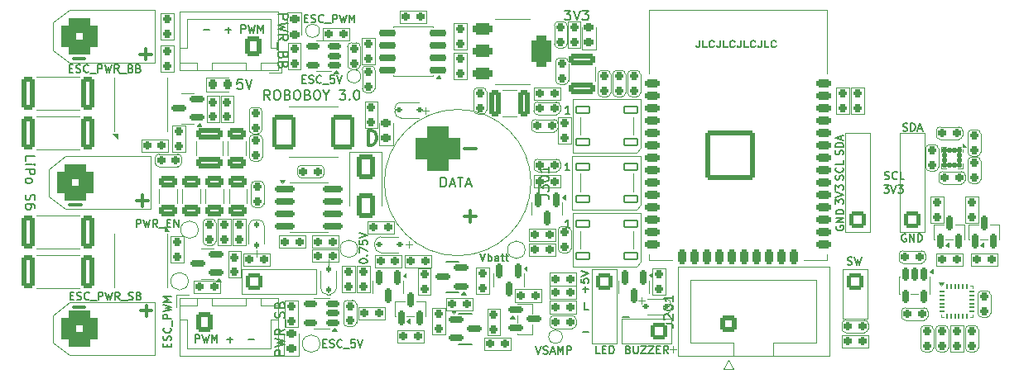
<source format=gbr>
%TF.GenerationSoftware,KiCad,Pcbnew,9.0.5*%
%TF.CreationDate,2025-11-15T15:40:49+01:00*%
%TF.ProjectId,Robobuoy-Sub-v3_0,526f626f-6275-46f7-992d-5375622d7633,rev?*%
%TF.SameCoordinates,Original*%
%TF.FileFunction,Legend,Top*%
%TF.FilePolarity,Positive*%
%FSLAX46Y46*%
G04 Gerber Fmt 4.6, Leading zero omitted, Abs format (unit mm)*
G04 Created by KiCad (PCBNEW 9.0.5) date 2025-11-15 15:40:49*
%MOMM*%
%LPD*%
G01*
G04 APERTURE LIST*
G04 Aperture macros list*
%AMRoundRect*
0 Rectangle with rounded corners*
0 $1 Rounding radius*
0 $2 $3 $4 $5 $6 $7 $8 $9 X,Y pos of 4 corners*
0 Add a 4 corners polygon primitive as box body*
4,1,4,$2,$3,$4,$5,$6,$7,$8,$9,$2,$3,0*
0 Add four circle primitives for the rounded corners*
1,1,$1+$1,$2,$3*
1,1,$1+$1,$4,$5*
1,1,$1+$1,$6,$7*
1,1,$1+$1,$8,$9*
0 Add four rect primitives between the rounded corners*
20,1,$1+$1,$2,$3,$4,$5,0*
20,1,$1+$1,$4,$5,$6,$7,0*
20,1,$1+$1,$6,$7,$8,$9,0*
20,1,$1+$1,$8,$9,$2,$3,0*%
G04 Aperture macros list end*
%ADD10C,0.300000*%
%ADD11C,0.150000*%
%ADD12C,0.160000*%
%ADD13C,0.200000*%
%ADD14C,0.100000*%
%ADD15C,0.120000*%
%ADD16RoundRect,1.125000X-1.125000X1.125000X-1.125000X-1.125000X1.125000X-1.125000X1.125000X1.125000X0*%
%ADD17C,4.500000*%
%ADD18RoundRect,0.250000X0.600000X-0.600000X0.600000X0.600000X-0.600000X0.600000X-0.600000X-0.600000X0*%
%ADD19C,1.700000*%
%ADD20RoundRect,0.218750X0.256250X-0.218750X0.256250X0.218750X-0.256250X0.218750X-0.256250X-0.218750X0*%
%ADD21RoundRect,0.218750X-0.256250X0.218750X-0.256250X-0.218750X0.256250X-0.218750X0.256250X0.218750X0*%
%ADD22RoundRect,0.218750X-0.218750X-0.256250X0.218750X-0.256250X0.218750X0.256250X-0.218750X0.256250X0*%
%ADD23RoundRect,0.200000X0.250000X-0.200000X0.250000X0.200000X-0.250000X0.200000X-0.250000X-0.200000X0*%
%ADD24RoundRect,0.200000X-0.200000X-0.250000X0.200000X-0.250000X0.200000X0.250000X-0.200000X0.250000X0*%
%ADD25RoundRect,0.200000X-0.250000X0.200000X-0.250000X-0.200000X0.250000X-0.200000X0.250000X0.200000X0*%
%ADD26RoundRect,0.250000X0.650000X-0.325000X0.650000X0.325000X-0.650000X0.325000X-0.650000X-0.325000X0*%
%ADD27RoundRect,0.150000X0.150000X-0.587500X0.150000X0.587500X-0.150000X0.587500X-0.150000X-0.587500X0*%
%ADD28RoundRect,0.112500X-0.187500X-0.112500X0.187500X-0.112500X0.187500X0.112500X-0.187500X0.112500X0*%
%ADD29RoundRect,0.250000X-1.100000X0.325000X-1.100000X-0.325000X1.100000X-0.325000X1.100000X0.325000X0*%
%ADD30RoundRect,0.112500X0.187500X0.112500X-0.187500X0.112500X-0.187500X-0.112500X0.187500X-0.112500X0*%
%ADD31RoundRect,0.249999X-0.450001X-1.425001X0.450001X-1.425001X0.450001X1.425001X-0.450001X1.425001X0*%
%ADD32RoundRect,0.150000X0.590000X0.150000X-0.590000X0.150000X-0.590000X-0.150000X0.590000X-0.150000X0*%
%ADD33RoundRect,0.150000X-0.150000X0.512500X-0.150000X-0.512500X0.150000X-0.512500X0.150000X0.512500X0*%
%ADD34RoundRect,0.150000X-0.150000X0.587500X-0.150000X-0.587500X0.150000X-0.587500X0.150000X0.587500X0*%
%ADD35RoundRect,0.112500X-0.112500X0.187500X-0.112500X-0.187500X0.112500X-0.187500X0.112500X0.187500X0*%
%ADD36RoundRect,0.200000X0.200000X0.250000X-0.200000X0.250000X-0.200000X-0.250000X0.200000X-0.250000X0*%
%ADD37RoundRect,0.760000X-1.140000X-1.140000X1.140000X-1.140000X1.140000X1.140000X-1.140000X1.140000X0*%
%ADD38C,3.800000*%
%ADD39RoundRect,0.150000X-0.590000X-0.150000X0.590000X-0.150000X0.590000X0.150000X-0.590000X0.150000X0*%
%ADD40RoundRect,0.230769X0.969231X1.519231X-0.969231X1.519231X-0.969231X-1.519231X0.969231X-1.519231X0*%
%ADD41RoundRect,0.150000X0.725000X0.150000X-0.725000X0.150000X-0.725000X-0.150000X0.725000X-0.150000X0*%
%ADD42RoundRect,0.206250X-0.618750X-0.618750X0.618750X-0.618750X0.618750X0.618750X-0.618750X0.618750X0*%
%ADD43RoundRect,0.206250X0.618750X-0.618750X0.618750X0.618750X-0.618750X0.618750X-0.618750X-0.618750X0*%
%ADD44RoundRect,0.090000X-0.660000X-0.360000X0.660000X-0.360000X0.660000X0.360000X-0.660000X0.360000X0*%
%ADD45R,0.500000X0.650000*%
%ADD46R,4.600000X4.120000*%
%ADD47R,0.500000X0.550000*%
%ADD48RoundRect,0.150000X0.512500X0.150000X-0.512500X0.150000X-0.512500X-0.150000X0.512500X-0.150000X0*%
%ADD49RoundRect,0.206250X-0.618750X0.618750X-0.618750X-0.618750X0.618750X-0.618750X0.618750X0.618750X0*%
%ADD50C,1.400000*%
%ADD51RoundRect,0.300000X-0.700000X-0.300000X0.700000X-0.300000X0.700000X0.300000X-0.700000X0.300000X0*%
%ADD52RoundRect,0.317500X-0.698500X-0.317500X0.698500X-0.317500X0.698500X0.317500X-0.698500X0.317500X0*%
%ADD53RoundRect,0.500000X-0.500000X-1.100000X0.500000X-1.100000X0.500000X1.100000X-0.500000X1.100000X0*%
%ADD54RoundRect,0.150000X-0.825000X-0.150000X0.825000X-0.150000X0.825000X0.150000X-0.825000X0.150000X0*%
%ADD55R,2.410000X3.810000*%
%ADD56RoundRect,0.050000X-0.225000X-0.050000X0.225000X-0.050000X0.225000X0.050000X-0.225000X0.050000X0*%
%ADD57RoundRect,0.050000X0.050000X-0.225000X0.050000X0.225000X-0.050000X0.225000X-0.050000X-0.225000X0*%
%ADD58RoundRect,0.150000X0.587500X0.150000X-0.587500X0.150000X-0.587500X-0.150000X0.587500X-0.150000X0*%
%ADD59RoundRect,0.225000X-0.525000X-0.225000X0.525000X-0.225000X0.525000X0.225000X-0.525000X0.225000X0*%
%ADD60RoundRect,0.225000X0.225000X-0.525000X0.225000X0.525000X-0.225000X0.525000X-0.225000X-0.525000X0*%
%ADD61RoundRect,0.250000X-2.250000X-2.250000X2.250000X-2.250000X2.250000X2.250000X-2.250000X2.250000X0*%
%ADD62RoundRect,0.250000X-0.650000X1.000000X-0.650000X-1.000000X0.650000X-1.000000X0.650000X1.000000X0*%
%ADD63RoundRect,0.206250X0.618750X0.618750X-0.618750X0.618750X-0.618750X-0.618750X0.618750X-0.618750X0*%
%ADD64RoundRect,0.250000X0.600000X0.725000X-0.600000X0.725000X-0.600000X-0.725000X0.600000X-0.725000X0*%
%ADD65O,1.700000X1.950000*%
%ADD66RoundRect,0.250000X0.325000X1.100000X-0.325000X1.100000X-0.325000X-1.100000X0.325000X-1.100000X0*%
%ADD67RoundRect,0.250000X-0.600000X-0.725000X0.600000X-0.725000X0.600000X0.725000X-0.600000X0.725000X0*%
%ADD68RoundRect,0.150000X-0.140000X0.140000X-0.140000X-0.140000X0.140000X-0.140000X0.140000X0.140000X0*%
%ADD69RoundRect,0.150000X-0.140000X-0.140000X0.140000X-0.140000X0.140000X0.140000X-0.140000X0.140000X0*%
%ADD70RoundRect,0.250000X-0.650000X0.325000X-0.650000X-0.325000X0.650000X-0.325000X0.650000X0.325000X0*%
%ADD71C,1.000000*%
%ADD72RoundRect,0.250000X1.100000X-0.325000X1.100000X0.325000X-1.100000X0.325000X-1.100000X-0.325000X0*%
%ADD73RoundRect,0.150000X-0.587500X-0.150000X0.587500X-0.150000X0.587500X0.150000X-0.587500X0.150000X0*%
%ADD74RoundRect,0.112500X0.112500X-0.187500X0.112500X0.187500X-0.112500X0.187500X-0.112500X-0.187500X0*%
G04 APERTURE END LIST*
D10*
X64533971Y-53459700D02*
X65676829Y-53459700D01*
X65105400Y-54031128D02*
X65105400Y-52888271D01*
D11*
X107396523Y-50248095D02*
X107891761Y-50248095D01*
X107891761Y-50248095D02*
X107625095Y-50552857D01*
X107625095Y-50552857D02*
X107739380Y-50552857D01*
X107739380Y-50552857D02*
X107815571Y-50590952D01*
X107815571Y-50590952D02*
X107853666Y-50629047D01*
X107853666Y-50629047D02*
X107891761Y-50705238D01*
X107891761Y-50705238D02*
X107891761Y-50895714D01*
X107891761Y-50895714D02*
X107853666Y-50971904D01*
X107853666Y-50971904D02*
X107815571Y-51010000D01*
X107815571Y-51010000D02*
X107739380Y-51048095D01*
X107739380Y-51048095D02*
X107510809Y-51048095D01*
X107510809Y-51048095D02*
X107434618Y-51010000D01*
X107434618Y-51010000D02*
X107396523Y-50971904D01*
X108120333Y-50248095D02*
X108387000Y-51048095D01*
X108387000Y-51048095D02*
X108653666Y-50248095D01*
X108844142Y-50248095D02*
X109339380Y-50248095D01*
X109339380Y-50248095D02*
X109072714Y-50552857D01*
X109072714Y-50552857D02*
X109186999Y-50552857D01*
X109186999Y-50552857D02*
X109263190Y-50590952D01*
X109263190Y-50590952D02*
X109301285Y-50629047D01*
X109301285Y-50629047D02*
X109339380Y-50705238D01*
X109339380Y-50705238D02*
X109339380Y-50895714D01*
X109339380Y-50895714D02*
X109301285Y-50971904D01*
X109301285Y-50971904D02*
X109263190Y-51010000D01*
X109263190Y-51010000D02*
X109186999Y-51048095D01*
X109186999Y-51048095D02*
X108958428Y-51048095D01*
X108958428Y-51048095D02*
X108882237Y-51010000D01*
X108882237Y-51010000D02*
X108844142Y-50971904D01*
X36971960Y-66404295D02*
X36971960Y-65604295D01*
X36971960Y-65604295D02*
X37276722Y-65604295D01*
X37276722Y-65604295D02*
X37352912Y-65642390D01*
X37352912Y-65642390D02*
X37391007Y-65680485D01*
X37391007Y-65680485D02*
X37429103Y-65756676D01*
X37429103Y-65756676D02*
X37429103Y-65870961D01*
X37429103Y-65870961D02*
X37391007Y-65947152D01*
X37391007Y-65947152D02*
X37352912Y-65985247D01*
X37352912Y-65985247D02*
X37276722Y-66023342D01*
X37276722Y-66023342D02*
X36971960Y-66023342D01*
X37695769Y-65604295D02*
X37886245Y-66404295D01*
X37886245Y-66404295D02*
X38038626Y-65832866D01*
X38038626Y-65832866D02*
X38191007Y-66404295D01*
X38191007Y-66404295D02*
X38381484Y-65604295D01*
X38686246Y-66404295D02*
X38686246Y-65604295D01*
X38686246Y-65604295D02*
X38952912Y-66175723D01*
X38952912Y-66175723D02*
X39219579Y-65604295D01*
X39219579Y-65604295D02*
X39219579Y-66404295D01*
X40210056Y-66099533D02*
X40819580Y-66099533D01*
X40514818Y-66404295D02*
X40514818Y-65794771D01*
X42419580Y-66099533D02*
X43029104Y-66099533D01*
D12*
X78360736Y-67532175D02*
X77979784Y-67532175D01*
X77979784Y-67532175D02*
X77979784Y-66732175D01*
X78627403Y-67113127D02*
X78894069Y-67113127D01*
X79008355Y-67532175D02*
X78627403Y-67532175D01*
X78627403Y-67532175D02*
X78627403Y-66732175D01*
X78627403Y-66732175D02*
X79008355Y-66732175D01*
X79351213Y-67532175D02*
X79351213Y-66732175D01*
X79351213Y-66732175D02*
X79541689Y-66732175D01*
X79541689Y-66732175D02*
X79655975Y-66770270D01*
X79655975Y-66770270D02*
X79732165Y-66846460D01*
X79732165Y-66846460D02*
X79770260Y-66922651D01*
X79770260Y-66922651D02*
X79808356Y-67075032D01*
X79808356Y-67075032D02*
X79808356Y-67189318D01*
X79808356Y-67189318D02*
X79770260Y-67341699D01*
X79770260Y-67341699D02*
X79732165Y-67417889D01*
X79732165Y-67417889D02*
X79655975Y-67494080D01*
X79655975Y-67494080D02*
X79541689Y-67532175D01*
X79541689Y-67532175D02*
X79351213Y-67532175D01*
D11*
X109345971Y-44660000D02*
X109460257Y-44698095D01*
X109460257Y-44698095D02*
X109650733Y-44698095D01*
X109650733Y-44698095D02*
X109726924Y-44660000D01*
X109726924Y-44660000D02*
X109765019Y-44621904D01*
X109765019Y-44621904D02*
X109803114Y-44545714D01*
X109803114Y-44545714D02*
X109803114Y-44469523D01*
X109803114Y-44469523D02*
X109765019Y-44393333D01*
X109765019Y-44393333D02*
X109726924Y-44355238D01*
X109726924Y-44355238D02*
X109650733Y-44317142D01*
X109650733Y-44317142D02*
X109498352Y-44279047D01*
X109498352Y-44279047D02*
X109422162Y-44240952D01*
X109422162Y-44240952D02*
X109384067Y-44202857D01*
X109384067Y-44202857D02*
X109345971Y-44126666D01*
X109345971Y-44126666D02*
X109345971Y-44050476D01*
X109345971Y-44050476D02*
X109384067Y-43974285D01*
X109384067Y-43974285D02*
X109422162Y-43936190D01*
X109422162Y-43936190D02*
X109498352Y-43898095D01*
X109498352Y-43898095D02*
X109688829Y-43898095D01*
X109688829Y-43898095D02*
X109803114Y-43936190D01*
X110145972Y-44698095D02*
X110145972Y-43898095D01*
X110145972Y-43898095D02*
X110336448Y-43898095D01*
X110336448Y-43898095D02*
X110450734Y-43936190D01*
X110450734Y-43936190D02*
X110526924Y-44012380D01*
X110526924Y-44012380D02*
X110565019Y-44088571D01*
X110565019Y-44088571D02*
X110603115Y-44240952D01*
X110603115Y-44240952D02*
X110603115Y-44355238D01*
X110603115Y-44355238D02*
X110565019Y-44507619D01*
X110565019Y-44507619D02*
X110526924Y-44583809D01*
X110526924Y-44583809D02*
X110450734Y-44660000D01*
X110450734Y-44660000D02*
X110336448Y-44698095D01*
X110336448Y-44698095D02*
X110145972Y-44698095D01*
X110907876Y-44469523D02*
X111288829Y-44469523D01*
X110831686Y-44698095D02*
X111098353Y-43898095D01*
X111098353Y-43898095D02*
X111365019Y-44698095D01*
X109657076Y-55289990D02*
X109580886Y-55251895D01*
X109580886Y-55251895D02*
X109466600Y-55251895D01*
X109466600Y-55251895D02*
X109352314Y-55289990D01*
X109352314Y-55289990D02*
X109276124Y-55366180D01*
X109276124Y-55366180D02*
X109238029Y-55442371D01*
X109238029Y-55442371D02*
X109199933Y-55594752D01*
X109199933Y-55594752D02*
X109199933Y-55709038D01*
X109199933Y-55709038D02*
X109238029Y-55861419D01*
X109238029Y-55861419D02*
X109276124Y-55937609D01*
X109276124Y-55937609D02*
X109352314Y-56013800D01*
X109352314Y-56013800D02*
X109466600Y-56051895D01*
X109466600Y-56051895D02*
X109542791Y-56051895D01*
X109542791Y-56051895D02*
X109657076Y-56013800D01*
X109657076Y-56013800D02*
X109695172Y-55975704D01*
X109695172Y-55975704D02*
X109695172Y-55709038D01*
X109695172Y-55709038D02*
X109542791Y-55709038D01*
X110038029Y-56051895D02*
X110038029Y-55251895D01*
X110038029Y-55251895D02*
X110495172Y-56051895D01*
X110495172Y-56051895D02*
X110495172Y-55251895D01*
X110876124Y-56051895D02*
X110876124Y-55251895D01*
X110876124Y-55251895D02*
X111066600Y-55251895D01*
X111066600Y-55251895D02*
X111180886Y-55289990D01*
X111180886Y-55289990D02*
X111257076Y-55366180D01*
X111257076Y-55366180D02*
X111295171Y-55442371D01*
X111295171Y-55442371D02*
X111333267Y-55594752D01*
X111333267Y-55594752D02*
X111333267Y-55709038D01*
X111333267Y-55709038D02*
X111295171Y-55861419D01*
X111295171Y-55861419D02*
X111257076Y-55937609D01*
X111257076Y-55937609D02*
X111180886Y-56013800D01*
X111180886Y-56013800D02*
X111066600Y-56051895D01*
X111066600Y-56051895D02*
X110876124Y-56051895D01*
X107485418Y-49638400D02*
X107599704Y-49676495D01*
X107599704Y-49676495D02*
X107790180Y-49676495D01*
X107790180Y-49676495D02*
X107866371Y-49638400D01*
X107866371Y-49638400D02*
X107904466Y-49600304D01*
X107904466Y-49600304D02*
X107942561Y-49524114D01*
X107942561Y-49524114D02*
X107942561Y-49447923D01*
X107942561Y-49447923D02*
X107904466Y-49371733D01*
X107904466Y-49371733D02*
X107866371Y-49333638D01*
X107866371Y-49333638D02*
X107790180Y-49295542D01*
X107790180Y-49295542D02*
X107637799Y-49257447D01*
X107637799Y-49257447D02*
X107561609Y-49219352D01*
X107561609Y-49219352D02*
X107523514Y-49181257D01*
X107523514Y-49181257D02*
X107485418Y-49105066D01*
X107485418Y-49105066D02*
X107485418Y-49028876D01*
X107485418Y-49028876D02*
X107523514Y-48952685D01*
X107523514Y-48952685D02*
X107561609Y-48914590D01*
X107561609Y-48914590D02*
X107637799Y-48876495D01*
X107637799Y-48876495D02*
X107828276Y-48876495D01*
X107828276Y-48876495D02*
X107942561Y-48914590D01*
X108742562Y-49600304D02*
X108704466Y-49638400D01*
X108704466Y-49638400D02*
X108590181Y-49676495D01*
X108590181Y-49676495D02*
X108513990Y-49676495D01*
X108513990Y-49676495D02*
X108399704Y-49638400D01*
X108399704Y-49638400D02*
X108323514Y-49562209D01*
X108323514Y-49562209D02*
X108285419Y-49486019D01*
X108285419Y-49486019D02*
X108247323Y-49333638D01*
X108247323Y-49333638D02*
X108247323Y-49219352D01*
X108247323Y-49219352D02*
X108285419Y-49066971D01*
X108285419Y-49066971D02*
X108323514Y-48990780D01*
X108323514Y-48990780D02*
X108399704Y-48914590D01*
X108399704Y-48914590D02*
X108513990Y-48876495D01*
X108513990Y-48876495D02*
X108590181Y-48876495D01*
X108590181Y-48876495D02*
X108704466Y-48914590D01*
X108704466Y-48914590D02*
X108742562Y-48952685D01*
X109466371Y-49676495D02*
X109085419Y-49676495D01*
X109085419Y-49676495D02*
X109085419Y-48876495D01*
X103224800Y-47136028D02*
X103262895Y-47021742D01*
X103262895Y-47021742D02*
X103262895Y-46831266D01*
X103262895Y-46831266D02*
X103224800Y-46755075D01*
X103224800Y-46755075D02*
X103186704Y-46716980D01*
X103186704Y-46716980D02*
X103110514Y-46678885D01*
X103110514Y-46678885D02*
X103034323Y-46678885D01*
X103034323Y-46678885D02*
X102958133Y-46716980D01*
X102958133Y-46716980D02*
X102920038Y-46755075D01*
X102920038Y-46755075D02*
X102881942Y-46831266D01*
X102881942Y-46831266D02*
X102843847Y-46983647D01*
X102843847Y-46983647D02*
X102805752Y-47059837D01*
X102805752Y-47059837D02*
X102767657Y-47097932D01*
X102767657Y-47097932D02*
X102691466Y-47136028D01*
X102691466Y-47136028D02*
X102615276Y-47136028D01*
X102615276Y-47136028D02*
X102539085Y-47097932D01*
X102539085Y-47097932D02*
X102500990Y-47059837D01*
X102500990Y-47059837D02*
X102462895Y-46983647D01*
X102462895Y-46983647D02*
X102462895Y-46793170D01*
X102462895Y-46793170D02*
X102500990Y-46678885D01*
X103262895Y-46336027D02*
X102462895Y-46336027D01*
X102462895Y-46336027D02*
X102462895Y-46145551D01*
X102462895Y-46145551D02*
X102500990Y-46031265D01*
X102500990Y-46031265D02*
X102577180Y-45955075D01*
X102577180Y-45955075D02*
X102653371Y-45916980D01*
X102653371Y-45916980D02*
X102805752Y-45878884D01*
X102805752Y-45878884D02*
X102920038Y-45878884D01*
X102920038Y-45878884D02*
X103072419Y-45916980D01*
X103072419Y-45916980D02*
X103148609Y-45955075D01*
X103148609Y-45955075D02*
X103224800Y-46031265D01*
X103224800Y-46031265D02*
X103262895Y-46145551D01*
X103262895Y-46145551D02*
X103262895Y-46336027D01*
X103034323Y-45574123D02*
X103034323Y-45193170D01*
X103262895Y-45650313D02*
X102462895Y-45383646D01*
X102462895Y-45383646D02*
X103262895Y-45116980D01*
X103224800Y-49707781D02*
X103262895Y-49593495D01*
X103262895Y-49593495D02*
X103262895Y-49403019D01*
X103262895Y-49403019D02*
X103224800Y-49326828D01*
X103224800Y-49326828D02*
X103186704Y-49288733D01*
X103186704Y-49288733D02*
X103110514Y-49250638D01*
X103110514Y-49250638D02*
X103034323Y-49250638D01*
X103034323Y-49250638D02*
X102958133Y-49288733D01*
X102958133Y-49288733D02*
X102920038Y-49326828D01*
X102920038Y-49326828D02*
X102881942Y-49403019D01*
X102881942Y-49403019D02*
X102843847Y-49555400D01*
X102843847Y-49555400D02*
X102805752Y-49631590D01*
X102805752Y-49631590D02*
X102767657Y-49669685D01*
X102767657Y-49669685D02*
X102691466Y-49707781D01*
X102691466Y-49707781D02*
X102615276Y-49707781D01*
X102615276Y-49707781D02*
X102539085Y-49669685D01*
X102539085Y-49669685D02*
X102500990Y-49631590D01*
X102500990Y-49631590D02*
X102462895Y-49555400D01*
X102462895Y-49555400D02*
X102462895Y-49364923D01*
X102462895Y-49364923D02*
X102500990Y-49250638D01*
X103186704Y-48450637D02*
X103224800Y-48488733D01*
X103224800Y-48488733D02*
X103262895Y-48603018D01*
X103262895Y-48603018D02*
X103262895Y-48679209D01*
X103262895Y-48679209D02*
X103224800Y-48793495D01*
X103224800Y-48793495D02*
X103148609Y-48869685D01*
X103148609Y-48869685D02*
X103072419Y-48907780D01*
X103072419Y-48907780D02*
X102920038Y-48945876D01*
X102920038Y-48945876D02*
X102805752Y-48945876D01*
X102805752Y-48945876D02*
X102653371Y-48907780D01*
X102653371Y-48907780D02*
X102577180Y-48869685D01*
X102577180Y-48869685D02*
X102500990Y-48793495D01*
X102500990Y-48793495D02*
X102462895Y-48679209D01*
X102462895Y-48679209D02*
X102462895Y-48603018D01*
X102462895Y-48603018D02*
X102500990Y-48488733D01*
X102500990Y-48488733D02*
X102539085Y-48450637D01*
X103262895Y-47726828D02*
X103262895Y-48107780D01*
X103262895Y-48107780D02*
X102462895Y-48107780D01*
D13*
X62080293Y-50443655D02*
X62080293Y-49443655D01*
X62080293Y-49443655D02*
X62318388Y-49443655D01*
X62318388Y-49443655D02*
X62461245Y-49491274D01*
X62461245Y-49491274D02*
X62556483Y-49586512D01*
X62556483Y-49586512D02*
X62604102Y-49681750D01*
X62604102Y-49681750D02*
X62651721Y-49872226D01*
X62651721Y-49872226D02*
X62651721Y-50015083D01*
X62651721Y-50015083D02*
X62604102Y-50205559D01*
X62604102Y-50205559D02*
X62556483Y-50300797D01*
X62556483Y-50300797D02*
X62461245Y-50396036D01*
X62461245Y-50396036D02*
X62318388Y-50443655D01*
X62318388Y-50443655D02*
X62080293Y-50443655D01*
X63032674Y-50157940D02*
X63508864Y-50157940D01*
X62937436Y-50443655D02*
X63270769Y-49443655D01*
X63270769Y-49443655D02*
X63604102Y-50443655D01*
X63794579Y-49443655D02*
X64366007Y-49443655D01*
X64080293Y-50443655D02*
X64080293Y-49443655D01*
X64651722Y-50157940D02*
X65127912Y-50157940D01*
X64556484Y-50443655D02*
X64889817Y-49443655D01*
X64889817Y-49443655D02*
X65223150Y-50443655D01*
D11*
X77189419Y-63062295D02*
X76808467Y-63062295D01*
X76808467Y-63062295D02*
X76808467Y-62262295D01*
D14*
X85801532Y-67456190D02*
X85801532Y-66770476D01*
X86144389Y-67113333D02*
X85458674Y-67113333D01*
D11*
X80701038Y-63748133D02*
X81310562Y-63748133D01*
D10*
X54636310Y-46143228D02*
X54636310Y-44643228D01*
X54636310Y-44643228D02*
X54993453Y-44643228D01*
X54993453Y-44643228D02*
X55207739Y-44714657D01*
X55207739Y-44714657D02*
X55350596Y-44857514D01*
X55350596Y-44857514D02*
X55422025Y-45000371D01*
X55422025Y-45000371D02*
X55493453Y-45286085D01*
X55493453Y-45286085D02*
X55493453Y-45500371D01*
X55493453Y-45500371D02*
X55422025Y-45786085D01*
X55422025Y-45786085D02*
X55350596Y-45928942D01*
X55350596Y-45928942D02*
X55207739Y-46071800D01*
X55207739Y-46071800D02*
X54993453Y-46143228D01*
X54993453Y-46143228D02*
X54636310Y-46143228D01*
D13*
X44615085Y-41510619D02*
X44281752Y-41034428D01*
X44043657Y-41510619D02*
X44043657Y-40510619D01*
X44043657Y-40510619D02*
X44424609Y-40510619D01*
X44424609Y-40510619D02*
X44519847Y-40558238D01*
X44519847Y-40558238D02*
X44567466Y-40605857D01*
X44567466Y-40605857D02*
X44615085Y-40701095D01*
X44615085Y-40701095D02*
X44615085Y-40843952D01*
X44615085Y-40843952D02*
X44567466Y-40939190D01*
X44567466Y-40939190D02*
X44519847Y-40986809D01*
X44519847Y-40986809D02*
X44424609Y-41034428D01*
X44424609Y-41034428D02*
X44043657Y-41034428D01*
X45234133Y-40510619D02*
X45424609Y-40510619D01*
X45424609Y-40510619D02*
X45519847Y-40558238D01*
X45519847Y-40558238D02*
X45615085Y-40653476D01*
X45615085Y-40653476D02*
X45662704Y-40843952D01*
X45662704Y-40843952D02*
X45662704Y-41177285D01*
X45662704Y-41177285D02*
X45615085Y-41367761D01*
X45615085Y-41367761D02*
X45519847Y-41463000D01*
X45519847Y-41463000D02*
X45424609Y-41510619D01*
X45424609Y-41510619D02*
X45234133Y-41510619D01*
X45234133Y-41510619D02*
X45138895Y-41463000D01*
X45138895Y-41463000D02*
X45043657Y-41367761D01*
X45043657Y-41367761D02*
X44996038Y-41177285D01*
X44996038Y-41177285D02*
X44996038Y-40843952D01*
X44996038Y-40843952D02*
X45043657Y-40653476D01*
X45043657Y-40653476D02*
X45138895Y-40558238D01*
X45138895Y-40558238D02*
X45234133Y-40510619D01*
X46424609Y-40986809D02*
X46567466Y-41034428D01*
X46567466Y-41034428D02*
X46615085Y-41082047D01*
X46615085Y-41082047D02*
X46662704Y-41177285D01*
X46662704Y-41177285D02*
X46662704Y-41320142D01*
X46662704Y-41320142D02*
X46615085Y-41415380D01*
X46615085Y-41415380D02*
X46567466Y-41463000D01*
X46567466Y-41463000D02*
X46472228Y-41510619D01*
X46472228Y-41510619D02*
X46091276Y-41510619D01*
X46091276Y-41510619D02*
X46091276Y-40510619D01*
X46091276Y-40510619D02*
X46424609Y-40510619D01*
X46424609Y-40510619D02*
X46519847Y-40558238D01*
X46519847Y-40558238D02*
X46567466Y-40605857D01*
X46567466Y-40605857D02*
X46615085Y-40701095D01*
X46615085Y-40701095D02*
X46615085Y-40796333D01*
X46615085Y-40796333D02*
X46567466Y-40891571D01*
X46567466Y-40891571D02*
X46519847Y-40939190D01*
X46519847Y-40939190D02*
X46424609Y-40986809D01*
X46424609Y-40986809D02*
X46091276Y-40986809D01*
X47281752Y-40510619D02*
X47472228Y-40510619D01*
X47472228Y-40510619D02*
X47567466Y-40558238D01*
X47567466Y-40558238D02*
X47662704Y-40653476D01*
X47662704Y-40653476D02*
X47710323Y-40843952D01*
X47710323Y-40843952D02*
X47710323Y-41177285D01*
X47710323Y-41177285D02*
X47662704Y-41367761D01*
X47662704Y-41367761D02*
X47567466Y-41463000D01*
X47567466Y-41463000D02*
X47472228Y-41510619D01*
X47472228Y-41510619D02*
X47281752Y-41510619D01*
X47281752Y-41510619D02*
X47186514Y-41463000D01*
X47186514Y-41463000D02*
X47091276Y-41367761D01*
X47091276Y-41367761D02*
X47043657Y-41177285D01*
X47043657Y-41177285D02*
X47043657Y-40843952D01*
X47043657Y-40843952D02*
X47091276Y-40653476D01*
X47091276Y-40653476D02*
X47186514Y-40558238D01*
X47186514Y-40558238D02*
X47281752Y-40510619D01*
X48472228Y-40986809D02*
X48615085Y-41034428D01*
X48615085Y-41034428D02*
X48662704Y-41082047D01*
X48662704Y-41082047D02*
X48710323Y-41177285D01*
X48710323Y-41177285D02*
X48710323Y-41320142D01*
X48710323Y-41320142D02*
X48662704Y-41415380D01*
X48662704Y-41415380D02*
X48615085Y-41463000D01*
X48615085Y-41463000D02*
X48519847Y-41510619D01*
X48519847Y-41510619D02*
X48138895Y-41510619D01*
X48138895Y-41510619D02*
X48138895Y-40510619D01*
X48138895Y-40510619D02*
X48472228Y-40510619D01*
X48472228Y-40510619D02*
X48567466Y-40558238D01*
X48567466Y-40558238D02*
X48615085Y-40605857D01*
X48615085Y-40605857D02*
X48662704Y-40701095D01*
X48662704Y-40701095D02*
X48662704Y-40796333D01*
X48662704Y-40796333D02*
X48615085Y-40891571D01*
X48615085Y-40891571D02*
X48567466Y-40939190D01*
X48567466Y-40939190D02*
X48472228Y-40986809D01*
X48472228Y-40986809D02*
X48138895Y-40986809D01*
X49329371Y-40510619D02*
X49519847Y-40510619D01*
X49519847Y-40510619D02*
X49615085Y-40558238D01*
X49615085Y-40558238D02*
X49710323Y-40653476D01*
X49710323Y-40653476D02*
X49757942Y-40843952D01*
X49757942Y-40843952D02*
X49757942Y-41177285D01*
X49757942Y-41177285D02*
X49710323Y-41367761D01*
X49710323Y-41367761D02*
X49615085Y-41463000D01*
X49615085Y-41463000D02*
X49519847Y-41510619D01*
X49519847Y-41510619D02*
X49329371Y-41510619D01*
X49329371Y-41510619D02*
X49234133Y-41463000D01*
X49234133Y-41463000D02*
X49138895Y-41367761D01*
X49138895Y-41367761D02*
X49091276Y-41177285D01*
X49091276Y-41177285D02*
X49091276Y-40843952D01*
X49091276Y-40843952D02*
X49138895Y-40653476D01*
X49138895Y-40653476D02*
X49234133Y-40558238D01*
X49234133Y-40558238D02*
X49329371Y-40510619D01*
X50376990Y-41034428D02*
X50376990Y-41510619D01*
X50043657Y-40510619D02*
X50376990Y-41034428D01*
X50376990Y-41034428D02*
X50710323Y-40510619D01*
X51710324Y-40510619D02*
X52329371Y-40510619D01*
X52329371Y-40510619D02*
X51996038Y-40891571D01*
X51996038Y-40891571D02*
X52138895Y-40891571D01*
X52138895Y-40891571D02*
X52234133Y-40939190D01*
X52234133Y-40939190D02*
X52281752Y-40986809D01*
X52281752Y-40986809D02*
X52329371Y-41082047D01*
X52329371Y-41082047D02*
X52329371Y-41320142D01*
X52329371Y-41320142D02*
X52281752Y-41415380D01*
X52281752Y-41415380D02*
X52234133Y-41463000D01*
X52234133Y-41463000D02*
X52138895Y-41510619D01*
X52138895Y-41510619D02*
X51853181Y-41510619D01*
X51853181Y-41510619D02*
X51757943Y-41463000D01*
X51757943Y-41463000D02*
X51710324Y-41415380D01*
X52757943Y-41415380D02*
X52805562Y-41463000D01*
X52805562Y-41463000D02*
X52757943Y-41510619D01*
X52757943Y-41510619D02*
X52710324Y-41463000D01*
X52710324Y-41463000D02*
X52757943Y-41415380D01*
X52757943Y-41415380D02*
X52757943Y-41510619D01*
X53424609Y-40510619D02*
X53519847Y-40510619D01*
X53519847Y-40510619D02*
X53615085Y-40558238D01*
X53615085Y-40558238D02*
X53662704Y-40605857D01*
X53662704Y-40605857D02*
X53710323Y-40701095D01*
X53710323Y-40701095D02*
X53757942Y-40891571D01*
X53757942Y-40891571D02*
X53757942Y-41129666D01*
X53757942Y-41129666D02*
X53710323Y-41320142D01*
X53710323Y-41320142D02*
X53662704Y-41415380D01*
X53662704Y-41415380D02*
X53615085Y-41463000D01*
X53615085Y-41463000D02*
X53519847Y-41510619D01*
X53519847Y-41510619D02*
X53424609Y-41510619D01*
X53424609Y-41510619D02*
X53329371Y-41463000D01*
X53329371Y-41463000D02*
X53281752Y-41415380D01*
X53281752Y-41415380D02*
X53234133Y-41320142D01*
X53234133Y-41320142D02*
X53186514Y-41129666D01*
X53186514Y-41129666D02*
X53186514Y-40891571D01*
X53186514Y-40891571D02*
X53234133Y-40701095D01*
X53234133Y-40701095D02*
X53281752Y-40605857D01*
X53281752Y-40605857D02*
X53329371Y-40558238D01*
X53329371Y-40558238D02*
X53424609Y-40510619D01*
D10*
X64533971Y-46525500D02*
X65676829Y-46525500D01*
D11*
X37835560Y-34349533D02*
X38445084Y-34349533D01*
X40045084Y-34349533D02*
X40654608Y-34349533D01*
X40349846Y-34654295D02*
X40349846Y-34044771D01*
X41645084Y-34654295D02*
X41645084Y-33854295D01*
X41645084Y-33854295D02*
X41949846Y-33854295D01*
X41949846Y-33854295D02*
X42026036Y-33892390D01*
X42026036Y-33892390D02*
X42064131Y-33930485D01*
X42064131Y-33930485D02*
X42102227Y-34006676D01*
X42102227Y-34006676D02*
X42102227Y-34120961D01*
X42102227Y-34120961D02*
X42064131Y-34197152D01*
X42064131Y-34197152D02*
X42026036Y-34235247D01*
X42026036Y-34235247D02*
X41949846Y-34273342D01*
X41949846Y-34273342D02*
X41645084Y-34273342D01*
X42368893Y-33854295D02*
X42559369Y-34654295D01*
X42559369Y-34654295D02*
X42711750Y-34082866D01*
X42711750Y-34082866D02*
X42864131Y-34654295D01*
X42864131Y-34654295D02*
X43054608Y-33854295D01*
X43359370Y-34654295D02*
X43359370Y-33854295D01*
X43359370Y-33854295D02*
X43626036Y-34425723D01*
X43626036Y-34425723D02*
X43892703Y-33854295D01*
X43892703Y-33854295D02*
X43892703Y-34654295D01*
X76611638Y-65348333D02*
X77221162Y-65348333D01*
X102526390Y-54444923D02*
X102488295Y-54521113D01*
X102488295Y-54521113D02*
X102488295Y-54635399D01*
X102488295Y-54635399D02*
X102526390Y-54749685D01*
X102526390Y-54749685D02*
X102602580Y-54825875D01*
X102602580Y-54825875D02*
X102678771Y-54863970D01*
X102678771Y-54863970D02*
X102831152Y-54902066D01*
X102831152Y-54902066D02*
X102945438Y-54902066D01*
X102945438Y-54902066D02*
X103097819Y-54863970D01*
X103097819Y-54863970D02*
X103174009Y-54825875D01*
X103174009Y-54825875D02*
X103250200Y-54749685D01*
X103250200Y-54749685D02*
X103288295Y-54635399D01*
X103288295Y-54635399D02*
X103288295Y-54559208D01*
X103288295Y-54559208D02*
X103250200Y-54444923D01*
X103250200Y-54444923D02*
X103212104Y-54406827D01*
X103212104Y-54406827D02*
X102945438Y-54406827D01*
X102945438Y-54406827D02*
X102945438Y-54559208D01*
X103288295Y-54063970D02*
X102488295Y-54063970D01*
X102488295Y-54063970D02*
X103288295Y-53606827D01*
X103288295Y-53606827D02*
X102488295Y-53606827D01*
X103288295Y-53225875D02*
X102488295Y-53225875D01*
X102488295Y-53225875D02*
X102488295Y-53035399D01*
X102488295Y-53035399D02*
X102526390Y-52921113D01*
X102526390Y-52921113D02*
X102602580Y-52844923D01*
X102602580Y-52844923D02*
X102678771Y-52806828D01*
X102678771Y-52806828D02*
X102831152Y-52768732D01*
X102831152Y-52768732D02*
X102945438Y-52768732D01*
X102945438Y-52768732D02*
X103097819Y-52806828D01*
X103097819Y-52806828D02*
X103174009Y-52844923D01*
X103174009Y-52844923D02*
X103250200Y-52921113D01*
X103250200Y-52921113D02*
X103288295Y-53035399D01*
X103288295Y-53035399D02*
X103288295Y-53225875D01*
X103688085Y-58401400D02*
X103802371Y-58439495D01*
X103802371Y-58439495D02*
X103992847Y-58439495D01*
X103992847Y-58439495D02*
X104069038Y-58401400D01*
X104069038Y-58401400D02*
X104107133Y-58363304D01*
X104107133Y-58363304D02*
X104145228Y-58287114D01*
X104145228Y-58287114D02*
X104145228Y-58210923D01*
X104145228Y-58210923D02*
X104107133Y-58134733D01*
X104107133Y-58134733D02*
X104069038Y-58096638D01*
X104069038Y-58096638D02*
X103992847Y-58058542D01*
X103992847Y-58058542D02*
X103840466Y-58020447D01*
X103840466Y-58020447D02*
X103764276Y-57982352D01*
X103764276Y-57982352D02*
X103726181Y-57944257D01*
X103726181Y-57944257D02*
X103688085Y-57868066D01*
X103688085Y-57868066D02*
X103688085Y-57791876D01*
X103688085Y-57791876D02*
X103726181Y-57715685D01*
X103726181Y-57715685D02*
X103764276Y-57677590D01*
X103764276Y-57677590D02*
X103840466Y-57639495D01*
X103840466Y-57639495D02*
X104030943Y-57639495D01*
X104030943Y-57639495D02*
X104145228Y-57677590D01*
X104411895Y-57639495D02*
X104602371Y-58439495D01*
X104602371Y-58439495D02*
X104754752Y-57868066D01*
X104754752Y-57868066D02*
X104907133Y-58439495D01*
X104907133Y-58439495D02*
X105097610Y-57639495D01*
X81253685Y-67113647D02*
X81367971Y-67151742D01*
X81367971Y-67151742D02*
X81406066Y-67189838D01*
X81406066Y-67189838D02*
X81444162Y-67266028D01*
X81444162Y-67266028D02*
X81444162Y-67380314D01*
X81444162Y-67380314D02*
X81406066Y-67456504D01*
X81406066Y-67456504D02*
X81367971Y-67494600D01*
X81367971Y-67494600D02*
X81291781Y-67532695D01*
X81291781Y-67532695D02*
X80987019Y-67532695D01*
X80987019Y-67532695D02*
X80987019Y-66732695D01*
X80987019Y-66732695D02*
X81253685Y-66732695D01*
X81253685Y-66732695D02*
X81329876Y-66770790D01*
X81329876Y-66770790D02*
X81367971Y-66808885D01*
X81367971Y-66808885D02*
X81406066Y-66885076D01*
X81406066Y-66885076D02*
X81406066Y-66961266D01*
X81406066Y-66961266D02*
X81367971Y-67037457D01*
X81367971Y-67037457D02*
X81329876Y-67075552D01*
X81329876Y-67075552D02*
X81253685Y-67113647D01*
X81253685Y-67113647D02*
X80987019Y-67113647D01*
X81787019Y-66732695D02*
X81787019Y-67380314D01*
X81787019Y-67380314D02*
X81825114Y-67456504D01*
X81825114Y-67456504D02*
X81863209Y-67494600D01*
X81863209Y-67494600D02*
X81939400Y-67532695D01*
X81939400Y-67532695D02*
X82091781Y-67532695D01*
X82091781Y-67532695D02*
X82167971Y-67494600D01*
X82167971Y-67494600D02*
X82206066Y-67456504D01*
X82206066Y-67456504D02*
X82244162Y-67380314D01*
X82244162Y-67380314D02*
X82244162Y-66732695D01*
X82548923Y-66732695D02*
X83082257Y-66732695D01*
X83082257Y-66732695D02*
X82548923Y-67532695D01*
X82548923Y-67532695D02*
X83082257Y-67532695D01*
X83310828Y-66732695D02*
X83844162Y-66732695D01*
X83844162Y-66732695D02*
X83310828Y-67532695D01*
X83310828Y-67532695D02*
X83844162Y-67532695D01*
X84148924Y-67113647D02*
X84415590Y-67113647D01*
X84529876Y-67532695D02*
X84148924Y-67532695D01*
X84148924Y-67532695D02*
X84148924Y-66732695D01*
X84148924Y-66732695D02*
X84529876Y-66732695D01*
X85329877Y-67532695D02*
X85063210Y-67151742D01*
X84872734Y-67532695D02*
X84872734Y-66732695D01*
X84872734Y-66732695D02*
X85177496Y-66732695D01*
X85177496Y-66732695D02*
X85253686Y-66770790D01*
X85253686Y-66770790D02*
X85291781Y-66808885D01*
X85291781Y-66808885D02*
X85329877Y-66885076D01*
X85329877Y-66885076D02*
X85329877Y-66999361D01*
X85329877Y-66999361D02*
X85291781Y-67075552D01*
X85291781Y-67075552D02*
X85253686Y-67113647D01*
X85253686Y-67113647D02*
X85177496Y-67151742D01*
X85177496Y-67151742D02*
X84872734Y-67151742D01*
X102462895Y-52209676D02*
X102462895Y-51714438D01*
X102462895Y-51714438D02*
X102767657Y-51981104D01*
X102767657Y-51981104D02*
X102767657Y-51866819D01*
X102767657Y-51866819D02*
X102805752Y-51790628D01*
X102805752Y-51790628D02*
X102843847Y-51752533D01*
X102843847Y-51752533D02*
X102920038Y-51714438D01*
X102920038Y-51714438D02*
X103110514Y-51714438D01*
X103110514Y-51714438D02*
X103186704Y-51752533D01*
X103186704Y-51752533D02*
X103224800Y-51790628D01*
X103224800Y-51790628D02*
X103262895Y-51866819D01*
X103262895Y-51866819D02*
X103262895Y-52095390D01*
X103262895Y-52095390D02*
X103224800Y-52171581D01*
X103224800Y-52171581D02*
X103186704Y-52209676D01*
X102462895Y-51485866D02*
X103262895Y-51219199D01*
X103262895Y-51219199D02*
X102462895Y-50952533D01*
X102462895Y-50762057D02*
X102462895Y-50266819D01*
X102462895Y-50266819D02*
X102767657Y-50533485D01*
X102767657Y-50533485D02*
X102767657Y-50419200D01*
X102767657Y-50419200D02*
X102805752Y-50343009D01*
X102805752Y-50343009D02*
X102843847Y-50304914D01*
X102843847Y-50304914D02*
X102920038Y-50266819D01*
X102920038Y-50266819D02*
X103110514Y-50266819D01*
X103110514Y-50266819D02*
X103186704Y-50304914D01*
X103186704Y-50304914D02*
X103224800Y-50343009D01*
X103224800Y-50343009D02*
X103262895Y-50419200D01*
X103262895Y-50419200D02*
X103262895Y-50647771D01*
X103262895Y-50647771D02*
X103224800Y-50723962D01*
X103224800Y-50723962D02*
X103186704Y-50762057D01*
X76897733Y-61239370D02*
X76897733Y-60629847D01*
X77202495Y-60934608D02*
X76592971Y-60934608D01*
X76402495Y-59867942D02*
X76402495Y-60248894D01*
X76402495Y-60248894D02*
X76783447Y-60286990D01*
X76783447Y-60286990D02*
X76745352Y-60248894D01*
X76745352Y-60248894D02*
X76707257Y-60172704D01*
X76707257Y-60172704D02*
X76707257Y-59982228D01*
X76707257Y-59982228D02*
X76745352Y-59906037D01*
X76745352Y-59906037D02*
X76783447Y-59867942D01*
X76783447Y-59867942D02*
X76859638Y-59829847D01*
X76859638Y-59829847D02*
X77050114Y-59829847D01*
X77050114Y-59829847D02*
X77126304Y-59867942D01*
X77126304Y-59867942D02*
X77164400Y-59906037D01*
X77164400Y-59906037D02*
X77202495Y-59982228D01*
X77202495Y-59982228D02*
X77202495Y-60172704D01*
X77202495Y-60172704D02*
X77164400Y-60248894D01*
X77164400Y-60248894D02*
X77126304Y-60286990D01*
X76402495Y-59601275D02*
X77202495Y-59334608D01*
X77202495Y-59334608D02*
X76402495Y-59067942D01*
X72152078Y-51277150D02*
X72866363Y-51277150D01*
X72866363Y-51277150D02*
X73009220Y-51324769D01*
X73009220Y-51324769D02*
X73104459Y-51420007D01*
X73104459Y-51420007D02*
X73152078Y-51562864D01*
X73152078Y-51562864D02*
X73152078Y-51658102D01*
X72152078Y-50896197D02*
X72152078Y-50277150D01*
X72152078Y-50277150D02*
X72533030Y-50610483D01*
X72533030Y-50610483D02*
X72533030Y-50467626D01*
X72533030Y-50467626D02*
X72580649Y-50372388D01*
X72580649Y-50372388D02*
X72628268Y-50324769D01*
X72628268Y-50324769D02*
X72723506Y-50277150D01*
X72723506Y-50277150D02*
X72961601Y-50277150D01*
X72961601Y-50277150D02*
X73056839Y-50324769D01*
X73056839Y-50324769D02*
X73104459Y-50372388D01*
X73104459Y-50372388D02*
X73152078Y-50467626D01*
X73152078Y-50467626D02*
X73152078Y-50753340D01*
X73152078Y-50753340D02*
X73104459Y-50848578D01*
X73104459Y-50848578D02*
X73056839Y-50896197D01*
X72152078Y-49658102D02*
X72152078Y-49562864D01*
X72152078Y-49562864D02*
X72199697Y-49467626D01*
X72199697Y-49467626D02*
X72247316Y-49420007D01*
X72247316Y-49420007D02*
X72342554Y-49372388D01*
X72342554Y-49372388D02*
X72533030Y-49324769D01*
X72533030Y-49324769D02*
X72771125Y-49324769D01*
X72771125Y-49324769D02*
X72961601Y-49372388D01*
X72961601Y-49372388D02*
X73056839Y-49420007D01*
X73056839Y-49420007D02*
X73104459Y-49467626D01*
X73104459Y-49467626D02*
X73152078Y-49562864D01*
X73152078Y-49562864D02*
X73152078Y-49658102D01*
X73152078Y-49658102D02*
X73104459Y-49753340D01*
X73104459Y-49753340D02*
X73056839Y-49800959D01*
X73056839Y-49800959D02*
X72961601Y-49848578D01*
X72961601Y-49848578D02*
X72771125Y-49896197D01*
X72771125Y-49896197D02*
X72533030Y-49896197D01*
X72533030Y-49896197D02*
X72342554Y-49848578D01*
X72342554Y-49848578D02*
X72247316Y-49800959D01*
X72247316Y-49800959D02*
X72199697Y-49753340D01*
X72199697Y-49753340D02*
X72152078Y-49658102D01*
X73152078Y-48372388D02*
X73152078Y-48943816D01*
X73152078Y-48658102D02*
X72152078Y-48658102D01*
X72152078Y-48658102D02*
X72294935Y-48753340D01*
X72294935Y-48753340D02*
X72390173Y-48848578D01*
X72390173Y-48848578D02*
X72437792Y-48943816D01*
X84871219Y-64484214D02*
X85585504Y-64484214D01*
X85585504Y-64484214D02*
X85728361Y-64531833D01*
X85728361Y-64531833D02*
X85823600Y-64627071D01*
X85823600Y-64627071D02*
X85871219Y-64769928D01*
X85871219Y-64769928D02*
X85871219Y-64865166D01*
X84966457Y-64055642D02*
X84918838Y-64008023D01*
X84918838Y-64008023D02*
X84871219Y-63912785D01*
X84871219Y-63912785D02*
X84871219Y-63674690D01*
X84871219Y-63674690D02*
X84918838Y-63579452D01*
X84918838Y-63579452D02*
X84966457Y-63531833D01*
X84966457Y-63531833D02*
X85061695Y-63484214D01*
X85061695Y-63484214D02*
X85156933Y-63484214D01*
X85156933Y-63484214D02*
X85299790Y-63531833D01*
X85299790Y-63531833D02*
X85871219Y-64103261D01*
X85871219Y-64103261D02*
X85871219Y-63484214D01*
X84871219Y-62865166D02*
X84871219Y-62769928D01*
X84871219Y-62769928D02*
X84918838Y-62674690D01*
X84918838Y-62674690D02*
X84966457Y-62627071D01*
X84966457Y-62627071D02*
X85061695Y-62579452D01*
X85061695Y-62579452D02*
X85252171Y-62531833D01*
X85252171Y-62531833D02*
X85490266Y-62531833D01*
X85490266Y-62531833D02*
X85680742Y-62579452D01*
X85680742Y-62579452D02*
X85775980Y-62627071D01*
X85775980Y-62627071D02*
X85823600Y-62674690D01*
X85823600Y-62674690D02*
X85871219Y-62769928D01*
X85871219Y-62769928D02*
X85871219Y-62865166D01*
X85871219Y-62865166D02*
X85823600Y-62960404D01*
X85823600Y-62960404D02*
X85775980Y-63008023D01*
X85775980Y-63008023D02*
X85680742Y-63055642D01*
X85680742Y-63055642D02*
X85490266Y-63103261D01*
X85490266Y-63103261D02*
X85252171Y-63103261D01*
X85252171Y-63103261D02*
X85061695Y-63055642D01*
X85061695Y-63055642D02*
X84966457Y-63008023D01*
X84966457Y-63008023D02*
X84918838Y-62960404D01*
X84918838Y-62960404D02*
X84871219Y-62865166D01*
X85871219Y-61579452D02*
X85871219Y-62150880D01*
X85871219Y-61865166D02*
X84871219Y-61865166D01*
X84871219Y-61865166D02*
X85014076Y-61960404D01*
X85014076Y-61960404D02*
X85109314Y-62055642D01*
X85109314Y-62055642D02*
X85156933Y-62150880D01*
X46103819Y-67727275D02*
X45103819Y-67727275D01*
X45103819Y-67727275D02*
X45103819Y-67346323D01*
X45103819Y-67346323D02*
X45151438Y-67251085D01*
X45151438Y-67251085D02*
X45199057Y-67203466D01*
X45199057Y-67203466D02*
X45294295Y-67155847D01*
X45294295Y-67155847D02*
X45437152Y-67155847D01*
X45437152Y-67155847D02*
X45532390Y-67203466D01*
X45532390Y-67203466D02*
X45580009Y-67251085D01*
X45580009Y-67251085D02*
X45627628Y-67346323D01*
X45627628Y-67346323D02*
X45627628Y-67727275D01*
X45103819Y-66822513D02*
X46103819Y-66584418D01*
X46103819Y-66584418D02*
X45389533Y-66393942D01*
X45389533Y-66393942D02*
X46103819Y-66203466D01*
X46103819Y-66203466D02*
X45103819Y-65965371D01*
X46103819Y-65012990D02*
X45627628Y-65346323D01*
X46103819Y-65584418D02*
X45103819Y-65584418D01*
X45103819Y-65584418D02*
X45103819Y-65203466D01*
X45103819Y-65203466D02*
X45151438Y-65108228D01*
X45151438Y-65108228D02*
X45199057Y-65060609D01*
X45199057Y-65060609D02*
X45294295Y-65012990D01*
X45294295Y-65012990D02*
X45437152Y-65012990D01*
X45437152Y-65012990D02*
X45532390Y-65060609D01*
X45532390Y-65060609D02*
X45580009Y-65108228D01*
X45580009Y-65108228D02*
X45627628Y-65203466D01*
X45627628Y-65203466D02*
X45627628Y-65584418D01*
X46199057Y-64822514D02*
X46199057Y-64060609D01*
X46056200Y-63870132D02*
X46103819Y-63727275D01*
X46103819Y-63727275D02*
X46103819Y-63489180D01*
X46103819Y-63489180D02*
X46056200Y-63393942D01*
X46056200Y-63393942D02*
X46008580Y-63346323D01*
X46008580Y-63346323D02*
X45913342Y-63298704D01*
X45913342Y-63298704D02*
X45818104Y-63298704D01*
X45818104Y-63298704D02*
X45722866Y-63346323D01*
X45722866Y-63346323D02*
X45675247Y-63393942D01*
X45675247Y-63393942D02*
X45627628Y-63489180D01*
X45627628Y-63489180D02*
X45580009Y-63679656D01*
X45580009Y-63679656D02*
X45532390Y-63774894D01*
X45532390Y-63774894D02*
X45484771Y-63822513D01*
X45484771Y-63822513D02*
X45389533Y-63870132D01*
X45389533Y-63870132D02*
X45294295Y-63870132D01*
X45294295Y-63870132D02*
X45199057Y-63822513D01*
X45199057Y-63822513D02*
X45151438Y-63774894D01*
X45151438Y-63774894D02*
X45103819Y-63679656D01*
X45103819Y-63679656D02*
X45103819Y-63441561D01*
X45103819Y-63441561D02*
X45151438Y-63298704D01*
X45580009Y-62536799D02*
X45627628Y-62393942D01*
X45627628Y-62393942D02*
X45675247Y-62346323D01*
X45675247Y-62346323D02*
X45770485Y-62298704D01*
X45770485Y-62298704D02*
X45913342Y-62298704D01*
X45913342Y-62298704D02*
X46008580Y-62346323D01*
X46008580Y-62346323D02*
X46056200Y-62393942D01*
X46056200Y-62393942D02*
X46103819Y-62489180D01*
X46103819Y-62489180D02*
X46103819Y-62870132D01*
X46103819Y-62870132D02*
X45103819Y-62870132D01*
X45103819Y-62870132D02*
X45103819Y-62536799D01*
X45103819Y-62536799D02*
X45151438Y-62441561D01*
X45151438Y-62441561D02*
X45199057Y-62393942D01*
X45199057Y-62393942D02*
X45294295Y-62346323D01*
X45294295Y-62346323D02*
X45389533Y-62346323D01*
X45389533Y-62346323D02*
X45484771Y-62393942D01*
X45484771Y-62393942D02*
X45532390Y-62441561D01*
X45532390Y-62441561D02*
X45580009Y-62536799D01*
X45580009Y-62536799D02*
X45580009Y-62870132D01*
X74738505Y-32335219D02*
X75357552Y-32335219D01*
X75357552Y-32335219D02*
X75024219Y-32716171D01*
X75024219Y-32716171D02*
X75167076Y-32716171D01*
X75167076Y-32716171D02*
X75262314Y-32763790D01*
X75262314Y-32763790D02*
X75309933Y-32811409D01*
X75309933Y-32811409D02*
X75357552Y-32906647D01*
X75357552Y-32906647D02*
X75357552Y-33144742D01*
X75357552Y-33144742D02*
X75309933Y-33239980D01*
X75309933Y-33239980D02*
X75262314Y-33287600D01*
X75262314Y-33287600D02*
X75167076Y-33335219D01*
X75167076Y-33335219D02*
X74881362Y-33335219D01*
X74881362Y-33335219D02*
X74786124Y-33287600D01*
X74786124Y-33287600D02*
X74738505Y-33239980D01*
X75643267Y-32335219D02*
X75976600Y-33335219D01*
X75976600Y-33335219D02*
X76309933Y-32335219D01*
X76548029Y-32335219D02*
X77167076Y-32335219D01*
X77167076Y-32335219D02*
X76833743Y-32716171D01*
X76833743Y-32716171D02*
X76976600Y-32716171D01*
X76976600Y-32716171D02*
X77071838Y-32763790D01*
X77071838Y-32763790D02*
X77119457Y-32811409D01*
X77119457Y-32811409D02*
X77167076Y-32906647D01*
X77167076Y-32906647D02*
X77167076Y-33144742D01*
X77167076Y-33144742D02*
X77119457Y-33239980D01*
X77119457Y-33239980D02*
X77071838Y-33287600D01*
X77071838Y-33287600D02*
X76976600Y-33335219D01*
X76976600Y-33335219D02*
X76690886Y-33335219D01*
X76690886Y-33335219D02*
X76595648Y-33287600D01*
X76595648Y-33287600D02*
X76548029Y-33239980D01*
X45448180Y-32706114D02*
X46448180Y-32706114D01*
X46448180Y-32706114D02*
X46448180Y-33087066D01*
X46448180Y-33087066D02*
X46400561Y-33182304D01*
X46400561Y-33182304D02*
X46352942Y-33229923D01*
X46352942Y-33229923D02*
X46257704Y-33277542D01*
X46257704Y-33277542D02*
X46114847Y-33277542D01*
X46114847Y-33277542D02*
X46019609Y-33229923D01*
X46019609Y-33229923D02*
X45971990Y-33182304D01*
X45971990Y-33182304D02*
X45924371Y-33087066D01*
X45924371Y-33087066D02*
X45924371Y-32706114D01*
X46448180Y-33610876D02*
X45448180Y-33848971D01*
X45448180Y-33848971D02*
X46162466Y-34039447D01*
X46162466Y-34039447D02*
X45448180Y-34229923D01*
X45448180Y-34229923D02*
X46448180Y-34468019D01*
X45448180Y-35420399D02*
X45924371Y-35087066D01*
X45448180Y-34848971D02*
X46448180Y-34848971D01*
X46448180Y-34848971D02*
X46448180Y-35229923D01*
X46448180Y-35229923D02*
X46400561Y-35325161D01*
X46400561Y-35325161D02*
X46352942Y-35372780D01*
X46352942Y-35372780D02*
X46257704Y-35420399D01*
X46257704Y-35420399D02*
X46114847Y-35420399D01*
X46114847Y-35420399D02*
X46019609Y-35372780D01*
X46019609Y-35372780D02*
X45971990Y-35325161D01*
X45971990Y-35325161D02*
X45924371Y-35229923D01*
X45924371Y-35229923D02*
X45924371Y-34848971D01*
X45352942Y-35610876D02*
X45352942Y-36372780D01*
X45971990Y-36944209D02*
X45924371Y-37087066D01*
X45924371Y-37087066D02*
X45876752Y-37134685D01*
X45876752Y-37134685D02*
X45781514Y-37182304D01*
X45781514Y-37182304D02*
X45638657Y-37182304D01*
X45638657Y-37182304D02*
X45543419Y-37134685D01*
X45543419Y-37134685D02*
X45495800Y-37087066D01*
X45495800Y-37087066D02*
X45448180Y-36991828D01*
X45448180Y-36991828D02*
X45448180Y-36610876D01*
X45448180Y-36610876D02*
X46448180Y-36610876D01*
X46448180Y-36610876D02*
X46448180Y-36944209D01*
X46448180Y-36944209D02*
X46400561Y-37039447D01*
X46400561Y-37039447D02*
X46352942Y-37087066D01*
X46352942Y-37087066D02*
X46257704Y-37134685D01*
X46257704Y-37134685D02*
X46162466Y-37134685D01*
X46162466Y-37134685D02*
X46067228Y-37087066D01*
X46067228Y-37087066D02*
X46019609Y-37039447D01*
X46019609Y-37039447D02*
X45971990Y-36944209D01*
X45971990Y-36944209D02*
X45971990Y-36610876D01*
X45971990Y-37944209D02*
X45924371Y-38087066D01*
X45924371Y-38087066D02*
X45876752Y-38134685D01*
X45876752Y-38134685D02*
X45781514Y-38182304D01*
X45781514Y-38182304D02*
X45638657Y-38182304D01*
X45638657Y-38182304D02*
X45543419Y-38134685D01*
X45543419Y-38134685D02*
X45495800Y-38087066D01*
X45495800Y-38087066D02*
X45448180Y-37991828D01*
X45448180Y-37991828D02*
X45448180Y-37610876D01*
X45448180Y-37610876D02*
X46448180Y-37610876D01*
X46448180Y-37610876D02*
X46448180Y-37944209D01*
X46448180Y-37944209D02*
X46400561Y-38039447D01*
X46400561Y-38039447D02*
X46352942Y-38087066D01*
X46352942Y-38087066D02*
X46257704Y-38134685D01*
X46257704Y-38134685D02*
X46162466Y-38134685D01*
X46162466Y-38134685D02*
X46067228Y-38087066D01*
X46067228Y-38087066D02*
X46019609Y-38039447D01*
X46019609Y-38039447D02*
X45971990Y-37944209D01*
X45971990Y-37944209D02*
X45971990Y-37610876D01*
X41775523Y-39396419D02*
X41299333Y-39396419D01*
X41299333Y-39396419D02*
X41251714Y-39872609D01*
X41251714Y-39872609D02*
X41299333Y-39824990D01*
X41299333Y-39824990D02*
X41394571Y-39777371D01*
X41394571Y-39777371D02*
X41632666Y-39777371D01*
X41632666Y-39777371D02*
X41727904Y-39824990D01*
X41727904Y-39824990D02*
X41775523Y-39872609D01*
X41775523Y-39872609D02*
X41823142Y-39967847D01*
X41823142Y-39967847D02*
X41823142Y-40205942D01*
X41823142Y-40205942D02*
X41775523Y-40301180D01*
X41775523Y-40301180D02*
X41727904Y-40348800D01*
X41727904Y-40348800D02*
X41632666Y-40396419D01*
X41632666Y-40396419D02*
X41394571Y-40396419D01*
X41394571Y-40396419D02*
X41299333Y-40348800D01*
X41299333Y-40348800D02*
X41251714Y-40301180D01*
X42108857Y-39396419D02*
X42442190Y-40396419D01*
X42442190Y-40396419D02*
X42775523Y-39396419D01*
G36*
X88450984Y-35380738D02*
G01*
X88612184Y-35380738D01*
X88612184Y-35890522D01*
X88609830Y-35957680D01*
X88603625Y-36007837D01*
X88594696Y-36044346D01*
X88574737Y-36088235D01*
X88546555Y-36125607D01*
X88509456Y-36157284D01*
X88466299Y-36180005D01*
X88412841Y-36194570D01*
X88346595Y-36199831D01*
X88287636Y-36195152D01*
X88238719Y-36182039D01*
X88198001Y-36161333D01*
X88164096Y-36133104D01*
X88137450Y-36098120D01*
X88117455Y-36055026D01*
X88104484Y-36002113D01*
X88099616Y-35937221D01*
X88252073Y-35921590D01*
X88256232Y-35967840D01*
X88263358Y-35999011D01*
X88272296Y-36019042D01*
X88292814Y-36043057D01*
X88318800Y-36057270D01*
X88352066Y-36062273D01*
X88386672Y-36058312D01*
X88411291Y-36047713D01*
X88428562Y-36031206D01*
X88439335Y-36008614D01*
X88447576Y-35968318D01*
X88450984Y-35902050D01*
X88450984Y-35380738D01*
G37*
G36*
X88788381Y-36184200D02*
G01*
X88788381Y-35390117D01*
X88950167Y-35390117D01*
X88950167Y-36049768D01*
X89352387Y-36049768D01*
X89352387Y-36184200D01*
X88788381Y-36184200D01*
G37*
G36*
X89980530Y-35887200D02*
G01*
X90137383Y-35937221D01*
X90115003Y-36002033D01*
X90087362Y-36055168D01*
X90054839Y-36098325D01*
X90017411Y-36132811D01*
X89974161Y-36160001D01*
X89924996Y-36179899D01*
X89868889Y-36192343D01*
X89804578Y-36196705D01*
X89741454Y-36192111D01*
X89684555Y-36178797D01*
X89632876Y-36157115D01*
X89585614Y-36126940D01*
X89542212Y-36087675D01*
X89506430Y-36042674D01*
X89478131Y-35991396D01*
X89457236Y-35932931D01*
X89444098Y-35866111D01*
X89439484Y-35789552D01*
X89444207Y-35708093D01*
X89457582Y-35637765D01*
X89478707Y-35576983D01*
X89507106Y-35524392D01*
X89542749Y-35478924D01*
X89586292Y-35439368D01*
X89634448Y-35408782D01*
X89687865Y-35386658D01*
X89747466Y-35372980D01*
X89814396Y-35368233D01*
X89886971Y-35374086D01*
X89949911Y-35390812D01*
X90004902Y-35417766D01*
X90053217Y-35455135D01*
X90085204Y-35492332D01*
X90112669Y-35540756D01*
X90135185Y-35602706D01*
X89975059Y-35640222D01*
X89961804Y-35600858D01*
X89942085Y-35568453D01*
X89915757Y-35541890D01*
X89884037Y-35522066D01*
X89847902Y-35509986D01*
X89806190Y-35505791D01*
X89762883Y-35509972D01*
X89725025Y-35522033D01*
X89691510Y-35541819D01*
X89661598Y-35569929D01*
X89639384Y-35602927D01*
X89622042Y-35646646D01*
X89610453Y-35703772D01*
X89606155Y-35777535D01*
X89610486Y-35856337D01*
X89622063Y-35916364D01*
X89639185Y-35961375D01*
X89660816Y-35994521D01*
X89690373Y-36022931D01*
X89723369Y-36042852D01*
X89760520Y-36054959D01*
X89802917Y-36059147D01*
X89844322Y-36054439D01*
X89880914Y-36040697D01*
X89913852Y-36017675D01*
X89940314Y-35987129D01*
X89962758Y-35944665D01*
X89980530Y-35887200D01*
G37*
G36*
X90565150Y-35380738D02*
G01*
X90726350Y-35380738D01*
X90726350Y-35890522D01*
X90723996Y-35957680D01*
X90717791Y-36007837D01*
X90708862Y-36044346D01*
X90688903Y-36088235D01*
X90660721Y-36125607D01*
X90623622Y-36157284D01*
X90580465Y-36180005D01*
X90527008Y-36194570D01*
X90460761Y-36199831D01*
X90401802Y-36195152D01*
X90352885Y-36182039D01*
X90312167Y-36161333D01*
X90278262Y-36133104D01*
X90251616Y-36098120D01*
X90231621Y-36055026D01*
X90218650Y-36002113D01*
X90213782Y-35937221D01*
X90366239Y-35921590D01*
X90370398Y-35967840D01*
X90377524Y-35999011D01*
X90386462Y-36019042D01*
X90406980Y-36043057D01*
X90432966Y-36057270D01*
X90466232Y-36062273D01*
X90500838Y-36058312D01*
X90525457Y-36047713D01*
X90542728Y-36031206D01*
X90553501Y-36008614D01*
X90561743Y-35968318D01*
X90565150Y-35902050D01*
X90565150Y-35380738D01*
G37*
G36*
X90902547Y-36184200D02*
G01*
X90902547Y-35390117D01*
X91064334Y-35390117D01*
X91064334Y-36049768D01*
X91466553Y-36049768D01*
X91466553Y-36184200D01*
X90902547Y-36184200D01*
G37*
G36*
X92094696Y-35887200D02*
G01*
X92251549Y-35937221D01*
X92229169Y-36002033D01*
X92201528Y-36055168D01*
X92169005Y-36098325D01*
X92131577Y-36132811D01*
X92088327Y-36160001D01*
X92039162Y-36179899D01*
X91983055Y-36192343D01*
X91918744Y-36196705D01*
X91855620Y-36192111D01*
X91798721Y-36178797D01*
X91747042Y-36157115D01*
X91699780Y-36126940D01*
X91656378Y-36087675D01*
X91620596Y-36042674D01*
X91592297Y-35991396D01*
X91571403Y-35932931D01*
X91558264Y-35866111D01*
X91553650Y-35789552D01*
X91558374Y-35708093D01*
X91571748Y-35637765D01*
X91592873Y-35576983D01*
X91621272Y-35524392D01*
X91656916Y-35478924D01*
X91700458Y-35439368D01*
X91748614Y-35408782D01*
X91802031Y-35386658D01*
X91861632Y-35372980D01*
X91928562Y-35368233D01*
X92001137Y-35374086D01*
X92064077Y-35390812D01*
X92119069Y-35417766D01*
X92167383Y-35455135D01*
X92199370Y-35492332D01*
X92226836Y-35540756D01*
X92249351Y-35602706D01*
X92089225Y-35640222D01*
X92075970Y-35600858D01*
X92056251Y-35568453D01*
X92029923Y-35541890D01*
X91998203Y-35522066D01*
X91962068Y-35509986D01*
X91920356Y-35505791D01*
X91877049Y-35509972D01*
X91839191Y-35522033D01*
X91805676Y-35541819D01*
X91775764Y-35569929D01*
X91753550Y-35602927D01*
X91736208Y-35646646D01*
X91724619Y-35703772D01*
X91720321Y-35777535D01*
X91724652Y-35856337D01*
X91736229Y-35916364D01*
X91753351Y-35961375D01*
X91774983Y-35994521D01*
X91804539Y-36022931D01*
X91837535Y-36042852D01*
X91874686Y-36054959D01*
X91917083Y-36059147D01*
X91958488Y-36054439D01*
X91995080Y-36040697D01*
X92028018Y-36017675D01*
X92054480Y-35987129D01*
X92076924Y-35944665D01*
X92094696Y-35887200D01*
G37*
G36*
X92679316Y-35380738D02*
G01*
X92840516Y-35380738D01*
X92840516Y-35890522D01*
X92838162Y-35957680D01*
X92831957Y-36007837D01*
X92823029Y-36044346D01*
X92803069Y-36088235D01*
X92774887Y-36125607D01*
X92737788Y-36157284D01*
X92694631Y-36180005D01*
X92641174Y-36194570D01*
X92574927Y-36199831D01*
X92515968Y-36195152D01*
X92467051Y-36182039D01*
X92426334Y-36161333D01*
X92392428Y-36133104D01*
X92365782Y-36098120D01*
X92345787Y-36055026D01*
X92332817Y-36002113D01*
X92327948Y-35937221D01*
X92480405Y-35921590D01*
X92484564Y-35967840D01*
X92491690Y-35999011D01*
X92500628Y-36019042D01*
X92521146Y-36043057D01*
X92547132Y-36057270D01*
X92580398Y-36062273D01*
X92615004Y-36058312D01*
X92639623Y-36047713D01*
X92656895Y-36031206D01*
X92667667Y-36008614D01*
X92675909Y-35968318D01*
X92679316Y-35902050D01*
X92679316Y-35380738D01*
G37*
G36*
X93016713Y-36184200D02*
G01*
X93016713Y-35390117D01*
X93178500Y-35390117D01*
X93178500Y-36049768D01*
X93580719Y-36049768D01*
X93580719Y-36184200D01*
X93016713Y-36184200D01*
G37*
G36*
X94208862Y-35887200D02*
G01*
X94365715Y-35937221D01*
X94343335Y-36002033D01*
X94315694Y-36055168D01*
X94283172Y-36098325D01*
X94245743Y-36132811D01*
X94202493Y-36160001D01*
X94153328Y-36179899D01*
X94097221Y-36192343D01*
X94032910Y-36196705D01*
X93969786Y-36192111D01*
X93912887Y-36178797D01*
X93861208Y-36157115D01*
X93813946Y-36126940D01*
X93770544Y-36087675D01*
X93734762Y-36042674D01*
X93706463Y-35991396D01*
X93685569Y-35932931D01*
X93672430Y-35866111D01*
X93667816Y-35789552D01*
X93672540Y-35708093D01*
X93685914Y-35637765D01*
X93707039Y-35576983D01*
X93735438Y-35524392D01*
X93771082Y-35478924D01*
X93814624Y-35439368D01*
X93862780Y-35408782D01*
X93916197Y-35386658D01*
X93975798Y-35372980D01*
X94042728Y-35368233D01*
X94115304Y-35374086D01*
X94178243Y-35390812D01*
X94233235Y-35417766D01*
X94281549Y-35455135D01*
X94313536Y-35492332D01*
X94341002Y-35540756D01*
X94363517Y-35602706D01*
X94203391Y-35640222D01*
X94190136Y-35600858D01*
X94170417Y-35568453D01*
X94144089Y-35541890D01*
X94112369Y-35522066D01*
X94076234Y-35509986D01*
X94034522Y-35505791D01*
X93991215Y-35509972D01*
X93953357Y-35522033D01*
X93919842Y-35541819D01*
X93889930Y-35569929D01*
X93867716Y-35602927D01*
X93850374Y-35646646D01*
X93838785Y-35703772D01*
X93834487Y-35777535D01*
X93838818Y-35856337D01*
X93850395Y-35916364D01*
X93867517Y-35961375D01*
X93889149Y-35994521D01*
X93918705Y-36022931D01*
X93951701Y-36042852D01*
X93988852Y-36054959D01*
X94031249Y-36059147D01*
X94072654Y-36054439D01*
X94109246Y-36040697D01*
X94142184Y-36017675D01*
X94168646Y-35987129D01*
X94191090Y-35944665D01*
X94208862Y-35887200D01*
G37*
G36*
X94793482Y-35380738D02*
G01*
X94954682Y-35380738D01*
X94954682Y-35890522D01*
X94952329Y-35957680D01*
X94946123Y-36007837D01*
X94937195Y-36044346D01*
X94917235Y-36088235D01*
X94889053Y-36125607D01*
X94851954Y-36157284D01*
X94808797Y-36180005D01*
X94755340Y-36194570D01*
X94689093Y-36199831D01*
X94630134Y-36195152D01*
X94581217Y-36182039D01*
X94540500Y-36161333D01*
X94506595Y-36133104D01*
X94479949Y-36098120D01*
X94459953Y-36055026D01*
X94446983Y-36002113D01*
X94442114Y-35937221D01*
X94594571Y-35921590D01*
X94598730Y-35967840D01*
X94605856Y-35999011D01*
X94614794Y-36019042D01*
X94635312Y-36043057D01*
X94661298Y-36057270D01*
X94694564Y-36062273D01*
X94729170Y-36058312D01*
X94753789Y-36047713D01*
X94771061Y-36031206D01*
X94781833Y-36008614D01*
X94790075Y-35968318D01*
X94793482Y-35902050D01*
X94793482Y-35380738D01*
G37*
G36*
X95130879Y-36184200D02*
G01*
X95130879Y-35390117D01*
X95292666Y-35390117D01*
X95292666Y-36049768D01*
X95694885Y-36049768D01*
X95694885Y-36184200D01*
X95130879Y-36184200D01*
G37*
G36*
X96323029Y-35887200D02*
G01*
X96479881Y-35937221D01*
X96457501Y-36002033D01*
X96429860Y-36055168D01*
X96397338Y-36098325D01*
X96359909Y-36132811D01*
X96316659Y-36160001D01*
X96267494Y-36179899D01*
X96211388Y-36192343D01*
X96147076Y-36196705D01*
X96083953Y-36192111D01*
X96027053Y-36178797D01*
X95975374Y-36157115D01*
X95928112Y-36126940D01*
X95884710Y-36087675D01*
X95848929Y-36042674D01*
X95820629Y-35991396D01*
X95799735Y-35932931D01*
X95786597Y-35866111D01*
X95781982Y-35789552D01*
X95786706Y-35708093D01*
X95800080Y-35637765D01*
X95821205Y-35576983D01*
X95849604Y-35524392D01*
X95885248Y-35478924D01*
X95928790Y-35439368D01*
X95976946Y-35408782D01*
X96030363Y-35386658D01*
X96089964Y-35372980D01*
X96156895Y-35368233D01*
X96229470Y-35374086D01*
X96292409Y-35390812D01*
X96347401Y-35417766D01*
X96395715Y-35455135D01*
X96427703Y-35492332D01*
X96455168Y-35540756D01*
X96477683Y-35602706D01*
X96317558Y-35640222D01*
X96304302Y-35600858D01*
X96284583Y-35568453D01*
X96258255Y-35541890D01*
X96226535Y-35522066D01*
X96190400Y-35509986D01*
X96148688Y-35505791D01*
X96105381Y-35509972D01*
X96067523Y-35522033D01*
X96034008Y-35541819D01*
X96004096Y-35569929D01*
X95981882Y-35602927D01*
X95964540Y-35646646D01*
X95952952Y-35703772D01*
X95948653Y-35777535D01*
X95952984Y-35856337D01*
X95964561Y-35916364D01*
X95981683Y-35961375D01*
X96003315Y-35994521D01*
X96032871Y-36022931D01*
X96065867Y-36042852D01*
X96103018Y-36054959D01*
X96145415Y-36059147D01*
X96186820Y-36054439D01*
X96223412Y-36040697D01*
X96256350Y-36017675D01*
X96282812Y-35987129D01*
X96305256Y-35944665D01*
X96323029Y-35887200D01*
G37*
D14*
X60474700Y-42926057D02*
X60474700Y-42240343D01*
X60817557Y-42583200D02*
X60131842Y-42583200D01*
X82648900Y-62407857D02*
X82648900Y-61722143D01*
X82991757Y-62065000D02*
X82306042Y-62065000D01*
X42893142Y-57302300D02*
X43578857Y-57302300D01*
X43235999Y-57645157D02*
X43235999Y-56959442D01*
D13*
X19593580Y-47785714D02*
X19593580Y-47309524D01*
X19593580Y-47309524D02*
X20593580Y-47309524D01*
X19593580Y-48119048D02*
X20260247Y-48119048D01*
X20593580Y-48119048D02*
X20545961Y-48071429D01*
X20545961Y-48071429D02*
X20498342Y-48119048D01*
X20498342Y-48119048D02*
X20545961Y-48166667D01*
X20545961Y-48166667D02*
X20593580Y-48119048D01*
X20593580Y-48119048D02*
X20498342Y-48119048D01*
X19593580Y-48595238D02*
X20593580Y-48595238D01*
X20593580Y-48595238D02*
X20593580Y-48976190D01*
X20593580Y-48976190D02*
X20545961Y-49071428D01*
X20545961Y-49071428D02*
X20498342Y-49119047D01*
X20498342Y-49119047D02*
X20403104Y-49166666D01*
X20403104Y-49166666D02*
X20260247Y-49166666D01*
X20260247Y-49166666D02*
X20165009Y-49119047D01*
X20165009Y-49119047D02*
X20117390Y-49071428D01*
X20117390Y-49071428D02*
X20069771Y-48976190D01*
X20069771Y-48976190D02*
X20069771Y-48595238D01*
X19593580Y-49738095D02*
X19641200Y-49642857D01*
X19641200Y-49642857D02*
X19688819Y-49595238D01*
X19688819Y-49595238D02*
X19784057Y-49547619D01*
X19784057Y-49547619D02*
X20069771Y-49547619D01*
X20069771Y-49547619D02*
X20165009Y-49595238D01*
X20165009Y-49595238D02*
X20212628Y-49642857D01*
X20212628Y-49642857D02*
X20260247Y-49738095D01*
X20260247Y-49738095D02*
X20260247Y-49880952D01*
X20260247Y-49880952D02*
X20212628Y-49976190D01*
X20212628Y-49976190D02*
X20165009Y-50023809D01*
X20165009Y-50023809D02*
X20069771Y-50071428D01*
X20069771Y-50071428D02*
X19784057Y-50071428D01*
X19784057Y-50071428D02*
X19688819Y-50023809D01*
X19688819Y-50023809D02*
X19641200Y-49976190D01*
X19641200Y-49976190D02*
X19593580Y-49880952D01*
X19593580Y-49880952D02*
X19593580Y-49738095D01*
X19641200Y-51214286D02*
X19593580Y-51357143D01*
X19593580Y-51357143D02*
X19593580Y-51595238D01*
X19593580Y-51595238D02*
X19641200Y-51690476D01*
X19641200Y-51690476D02*
X19688819Y-51738095D01*
X19688819Y-51738095D02*
X19784057Y-51785714D01*
X19784057Y-51785714D02*
X19879295Y-51785714D01*
X19879295Y-51785714D02*
X19974533Y-51738095D01*
X19974533Y-51738095D02*
X20022152Y-51690476D01*
X20022152Y-51690476D02*
X20069771Y-51595238D01*
X20069771Y-51595238D02*
X20117390Y-51404762D01*
X20117390Y-51404762D02*
X20165009Y-51309524D01*
X20165009Y-51309524D02*
X20212628Y-51261905D01*
X20212628Y-51261905D02*
X20307866Y-51214286D01*
X20307866Y-51214286D02*
X20403104Y-51214286D01*
X20403104Y-51214286D02*
X20498342Y-51261905D01*
X20498342Y-51261905D02*
X20545961Y-51309524D01*
X20545961Y-51309524D02*
X20593580Y-51404762D01*
X20593580Y-51404762D02*
X20593580Y-51642857D01*
X20593580Y-51642857D02*
X20545961Y-51785714D01*
X20593580Y-52642857D02*
X20593580Y-52452381D01*
X20593580Y-52452381D02*
X20545961Y-52357143D01*
X20545961Y-52357143D02*
X20498342Y-52309524D01*
X20498342Y-52309524D02*
X20355485Y-52214286D01*
X20355485Y-52214286D02*
X20165009Y-52166667D01*
X20165009Y-52166667D02*
X19784057Y-52166667D01*
X19784057Y-52166667D02*
X19688819Y-52214286D01*
X19688819Y-52214286D02*
X19641200Y-52261905D01*
X19641200Y-52261905D02*
X19593580Y-52357143D01*
X19593580Y-52357143D02*
X19593580Y-52547619D01*
X19593580Y-52547619D02*
X19641200Y-52642857D01*
X19641200Y-52642857D02*
X19688819Y-52690476D01*
X19688819Y-52690476D02*
X19784057Y-52738095D01*
X19784057Y-52738095D02*
X20022152Y-52738095D01*
X20022152Y-52738095D02*
X20117390Y-52690476D01*
X20117390Y-52690476D02*
X20165009Y-52642857D01*
X20165009Y-52642857D02*
X20212628Y-52547619D01*
X20212628Y-52547619D02*
X20212628Y-52357143D01*
X20212628Y-52357143D02*
X20165009Y-52261905D01*
X20165009Y-52261905D02*
X20117390Y-52214286D01*
X20117390Y-52214286D02*
X20022152Y-52166667D01*
D10*
X30980571Y-51859500D02*
X32123429Y-51859500D01*
X31552000Y-52430928D02*
X31552000Y-51288071D01*
X24147971Y-52240500D02*
X25290829Y-52240500D01*
D11*
X75278571Y-54604295D02*
X74821428Y-54604295D01*
X75050000Y-54604295D02*
X75050000Y-53804295D01*
X75050000Y-53804295D02*
X74973809Y-53918580D01*
X74973809Y-53918580D02*
X74897619Y-53994771D01*
X74897619Y-53994771D02*
X74821428Y-54032866D01*
X75278571Y-42920295D02*
X74821428Y-42920295D01*
X75050000Y-42920295D02*
X75050000Y-42120295D01*
X75050000Y-42120295D02*
X74973809Y-42234580D01*
X74973809Y-42234580D02*
X74897619Y-42310771D01*
X74897619Y-42310771D02*
X74821428Y-42348866D01*
D12*
X34085527Y-66843197D02*
X34085527Y-66576531D01*
X34504575Y-66462245D02*
X34504575Y-66843197D01*
X34504575Y-66843197D02*
X33704575Y-66843197D01*
X33704575Y-66843197D02*
X33704575Y-66462245D01*
X34466480Y-66157483D02*
X34504575Y-66043197D01*
X34504575Y-66043197D02*
X34504575Y-65852721D01*
X34504575Y-65852721D02*
X34466480Y-65776530D01*
X34466480Y-65776530D02*
X34428384Y-65738435D01*
X34428384Y-65738435D02*
X34352194Y-65700340D01*
X34352194Y-65700340D02*
X34276003Y-65700340D01*
X34276003Y-65700340D02*
X34199813Y-65738435D01*
X34199813Y-65738435D02*
X34161718Y-65776530D01*
X34161718Y-65776530D02*
X34123622Y-65852721D01*
X34123622Y-65852721D02*
X34085527Y-66005102D01*
X34085527Y-66005102D02*
X34047432Y-66081292D01*
X34047432Y-66081292D02*
X34009337Y-66119387D01*
X34009337Y-66119387D02*
X33933146Y-66157483D01*
X33933146Y-66157483D02*
X33856956Y-66157483D01*
X33856956Y-66157483D02*
X33780765Y-66119387D01*
X33780765Y-66119387D02*
X33742670Y-66081292D01*
X33742670Y-66081292D02*
X33704575Y-66005102D01*
X33704575Y-66005102D02*
X33704575Y-65814625D01*
X33704575Y-65814625D02*
X33742670Y-65700340D01*
X34428384Y-64900339D02*
X34466480Y-64938435D01*
X34466480Y-64938435D02*
X34504575Y-65052720D01*
X34504575Y-65052720D02*
X34504575Y-65128911D01*
X34504575Y-65128911D02*
X34466480Y-65243197D01*
X34466480Y-65243197D02*
X34390289Y-65319387D01*
X34390289Y-65319387D02*
X34314099Y-65357482D01*
X34314099Y-65357482D02*
X34161718Y-65395578D01*
X34161718Y-65395578D02*
X34047432Y-65395578D01*
X34047432Y-65395578D02*
X33895051Y-65357482D01*
X33895051Y-65357482D02*
X33818860Y-65319387D01*
X33818860Y-65319387D02*
X33742670Y-65243197D01*
X33742670Y-65243197D02*
X33704575Y-65128911D01*
X33704575Y-65128911D02*
X33704575Y-65052720D01*
X33704575Y-65052720D02*
X33742670Y-64938435D01*
X33742670Y-64938435D02*
X33780765Y-64900339D01*
X34580765Y-64747959D02*
X34580765Y-64138435D01*
X34504575Y-63947958D02*
X33704575Y-63947958D01*
X33704575Y-63947958D02*
X33704575Y-63643196D01*
X33704575Y-63643196D02*
X33742670Y-63567006D01*
X33742670Y-63567006D02*
X33780765Y-63528911D01*
X33780765Y-63528911D02*
X33856956Y-63490815D01*
X33856956Y-63490815D02*
X33971241Y-63490815D01*
X33971241Y-63490815D02*
X34047432Y-63528911D01*
X34047432Y-63528911D02*
X34085527Y-63567006D01*
X34085527Y-63567006D02*
X34123622Y-63643196D01*
X34123622Y-63643196D02*
X34123622Y-63947958D01*
X33704575Y-63224149D02*
X34504575Y-63033673D01*
X34504575Y-63033673D02*
X33933146Y-62881292D01*
X33933146Y-62881292D02*
X34504575Y-62728911D01*
X34504575Y-62728911D02*
X33704575Y-62538435D01*
X34504575Y-62233672D02*
X33704575Y-62233672D01*
X33704575Y-62233672D02*
X34276003Y-61967006D01*
X34276003Y-61967006D02*
X33704575Y-61700339D01*
X33704575Y-61700339D02*
X34504575Y-61700339D01*
X53778732Y-58076803D02*
X53778732Y-58000613D01*
X53778732Y-58000613D02*
X53816827Y-57924422D01*
X53816827Y-57924422D02*
X53854922Y-57886327D01*
X53854922Y-57886327D02*
X53931113Y-57848232D01*
X53931113Y-57848232D02*
X54083494Y-57810137D01*
X54083494Y-57810137D02*
X54273970Y-57810137D01*
X54273970Y-57810137D02*
X54426351Y-57848232D01*
X54426351Y-57848232D02*
X54502541Y-57886327D01*
X54502541Y-57886327D02*
X54540637Y-57924422D01*
X54540637Y-57924422D02*
X54578732Y-58000613D01*
X54578732Y-58000613D02*
X54578732Y-58076803D01*
X54578732Y-58076803D02*
X54540637Y-58152994D01*
X54540637Y-58152994D02*
X54502541Y-58191089D01*
X54502541Y-58191089D02*
X54426351Y-58229184D01*
X54426351Y-58229184D02*
X54273970Y-58267280D01*
X54273970Y-58267280D02*
X54083494Y-58267280D01*
X54083494Y-58267280D02*
X53931113Y-58229184D01*
X53931113Y-58229184D02*
X53854922Y-58191089D01*
X53854922Y-58191089D02*
X53816827Y-58152994D01*
X53816827Y-58152994D02*
X53778732Y-58076803D01*
X54502541Y-57467279D02*
X54540637Y-57429184D01*
X54540637Y-57429184D02*
X54578732Y-57467279D01*
X54578732Y-57467279D02*
X54540637Y-57505375D01*
X54540637Y-57505375D02*
X54502541Y-57467279D01*
X54502541Y-57467279D02*
X54578732Y-57467279D01*
X53778732Y-57162518D02*
X53778732Y-56629184D01*
X53778732Y-56629184D02*
X54578732Y-56972042D01*
X53778732Y-55943470D02*
X53778732Y-56324422D01*
X53778732Y-56324422D02*
X54159684Y-56362518D01*
X54159684Y-56362518D02*
X54121589Y-56324422D01*
X54121589Y-56324422D02*
X54083494Y-56248232D01*
X54083494Y-56248232D02*
X54083494Y-56057756D01*
X54083494Y-56057756D02*
X54121589Y-55981565D01*
X54121589Y-55981565D02*
X54159684Y-55943470D01*
X54159684Y-55943470D02*
X54235875Y-55905375D01*
X54235875Y-55905375D02*
X54426351Y-55905375D01*
X54426351Y-55905375D02*
X54502541Y-55943470D01*
X54502541Y-55943470D02*
X54540637Y-55981565D01*
X54540637Y-55981565D02*
X54578732Y-56057756D01*
X54578732Y-56057756D02*
X54578732Y-56248232D01*
X54578732Y-56248232D02*
X54540637Y-56324422D01*
X54540637Y-56324422D02*
X54502541Y-56362518D01*
X53778732Y-55676803D02*
X54578732Y-55410136D01*
X54578732Y-55410136D02*
X53778732Y-55143470D01*
X24167399Y-61601327D02*
X24434065Y-61601327D01*
X24548351Y-62020375D02*
X24167399Y-62020375D01*
X24167399Y-62020375D02*
X24167399Y-61220375D01*
X24167399Y-61220375D02*
X24548351Y-61220375D01*
X24853113Y-61982280D02*
X24967399Y-62020375D01*
X24967399Y-62020375D02*
X25157875Y-62020375D01*
X25157875Y-62020375D02*
X25234066Y-61982280D01*
X25234066Y-61982280D02*
X25272161Y-61944184D01*
X25272161Y-61944184D02*
X25310256Y-61867994D01*
X25310256Y-61867994D02*
X25310256Y-61791803D01*
X25310256Y-61791803D02*
X25272161Y-61715613D01*
X25272161Y-61715613D02*
X25234066Y-61677518D01*
X25234066Y-61677518D02*
X25157875Y-61639422D01*
X25157875Y-61639422D02*
X25005494Y-61601327D01*
X25005494Y-61601327D02*
X24929304Y-61563232D01*
X24929304Y-61563232D02*
X24891209Y-61525137D01*
X24891209Y-61525137D02*
X24853113Y-61448946D01*
X24853113Y-61448946D02*
X24853113Y-61372756D01*
X24853113Y-61372756D02*
X24891209Y-61296565D01*
X24891209Y-61296565D02*
X24929304Y-61258470D01*
X24929304Y-61258470D02*
X25005494Y-61220375D01*
X25005494Y-61220375D02*
X25195971Y-61220375D01*
X25195971Y-61220375D02*
X25310256Y-61258470D01*
X26110257Y-61944184D02*
X26072161Y-61982280D01*
X26072161Y-61982280D02*
X25957876Y-62020375D01*
X25957876Y-62020375D02*
X25881685Y-62020375D01*
X25881685Y-62020375D02*
X25767399Y-61982280D01*
X25767399Y-61982280D02*
X25691209Y-61906089D01*
X25691209Y-61906089D02*
X25653114Y-61829899D01*
X25653114Y-61829899D02*
X25615018Y-61677518D01*
X25615018Y-61677518D02*
X25615018Y-61563232D01*
X25615018Y-61563232D02*
X25653114Y-61410851D01*
X25653114Y-61410851D02*
X25691209Y-61334660D01*
X25691209Y-61334660D02*
X25767399Y-61258470D01*
X25767399Y-61258470D02*
X25881685Y-61220375D01*
X25881685Y-61220375D02*
X25957876Y-61220375D01*
X25957876Y-61220375D02*
X26072161Y-61258470D01*
X26072161Y-61258470D02*
X26110257Y-61296565D01*
X26262638Y-62096565D02*
X26872161Y-62096565D01*
X27062638Y-62020375D02*
X27062638Y-61220375D01*
X27062638Y-61220375D02*
X27367400Y-61220375D01*
X27367400Y-61220375D02*
X27443590Y-61258470D01*
X27443590Y-61258470D02*
X27481685Y-61296565D01*
X27481685Y-61296565D02*
X27519781Y-61372756D01*
X27519781Y-61372756D02*
X27519781Y-61487041D01*
X27519781Y-61487041D02*
X27481685Y-61563232D01*
X27481685Y-61563232D02*
X27443590Y-61601327D01*
X27443590Y-61601327D02*
X27367400Y-61639422D01*
X27367400Y-61639422D02*
X27062638Y-61639422D01*
X27786447Y-61220375D02*
X27976923Y-62020375D01*
X27976923Y-62020375D02*
X28129304Y-61448946D01*
X28129304Y-61448946D02*
X28281685Y-62020375D01*
X28281685Y-62020375D02*
X28472162Y-61220375D01*
X29234067Y-62020375D02*
X28967400Y-61639422D01*
X28776924Y-62020375D02*
X28776924Y-61220375D01*
X28776924Y-61220375D02*
X29081686Y-61220375D01*
X29081686Y-61220375D02*
X29157876Y-61258470D01*
X29157876Y-61258470D02*
X29195971Y-61296565D01*
X29195971Y-61296565D02*
X29234067Y-61372756D01*
X29234067Y-61372756D02*
X29234067Y-61487041D01*
X29234067Y-61487041D02*
X29195971Y-61563232D01*
X29195971Y-61563232D02*
X29157876Y-61601327D01*
X29157876Y-61601327D02*
X29081686Y-61639422D01*
X29081686Y-61639422D02*
X28776924Y-61639422D01*
X29386448Y-62096565D02*
X29995971Y-62096565D01*
X30148352Y-61982280D02*
X30262638Y-62020375D01*
X30262638Y-62020375D02*
X30453114Y-62020375D01*
X30453114Y-62020375D02*
X30529305Y-61982280D01*
X30529305Y-61982280D02*
X30567400Y-61944184D01*
X30567400Y-61944184D02*
X30605495Y-61867994D01*
X30605495Y-61867994D02*
X30605495Y-61791803D01*
X30605495Y-61791803D02*
X30567400Y-61715613D01*
X30567400Y-61715613D02*
X30529305Y-61677518D01*
X30529305Y-61677518D02*
X30453114Y-61639422D01*
X30453114Y-61639422D02*
X30300733Y-61601327D01*
X30300733Y-61601327D02*
X30224543Y-61563232D01*
X30224543Y-61563232D02*
X30186448Y-61525137D01*
X30186448Y-61525137D02*
X30148352Y-61448946D01*
X30148352Y-61448946D02*
X30148352Y-61372756D01*
X30148352Y-61372756D02*
X30186448Y-61296565D01*
X30186448Y-61296565D02*
X30224543Y-61258470D01*
X30224543Y-61258470D02*
X30300733Y-61220375D01*
X30300733Y-61220375D02*
X30491210Y-61220375D01*
X30491210Y-61220375D02*
X30605495Y-61258470D01*
X31215019Y-61601327D02*
X31329305Y-61639422D01*
X31329305Y-61639422D02*
X31367400Y-61677518D01*
X31367400Y-61677518D02*
X31405496Y-61753708D01*
X31405496Y-61753708D02*
X31405496Y-61867994D01*
X31405496Y-61867994D02*
X31367400Y-61944184D01*
X31367400Y-61944184D02*
X31329305Y-61982280D01*
X31329305Y-61982280D02*
X31253115Y-62020375D01*
X31253115Y-62020375D02*
X30948353Y-62020375D01*
X30948353Y-62020375D02*
X30948353Y-61220375D01*
X30948353Y-61220375D02*
X31215019Y-61220375D01*
X31215019Y-61220375D02*
X31291210Y-61258470D01*
X31291210Y-61258470D02*
X31329305Y-61296565D01*
X31329305Y-61296565D02*
X31367400Y-61372756D01*
X31367400Y-61372756D02*
X31367400Y-61448946D01*
X31367400Y-61448946D02*
X31329305Y-61525137D01*
X31329305Y-61525137D02*
X31291210Y-61563232D01*
X31291210Y-61563232D02*
X31215019Y-61601327D01*
X31215019Y-61601327D02*
X30948353Y-61601327D01*
D10*
X31386971Y-63137100D02*
X32529829Y-63137100D01*
X31958400Y-63708528D02*
X31958400Y-62565671D01*
X24528180Y-62759555D02*
X25671038Y-62759555D01*
D12*
X66118107Y-57257975D02*
X66384774Y-58057975D01*
X66384774Y-58057975D02*
X66651440Y-57257975D01*
X66918107Y-58057975D02*
X66918107Y-57257975D01*
X66918107Y-57562737D02*
X66994297Y-57524641D01*
X66994297Y-57524641D02*
X67146678Y-57524641D01*
X67146678Y-57524641D02*
X67222869Y-57562737D01*
X67222869Y-57562737D02*
X67260964Y-57600832D01*
X67260964Y-57600832D02*
X67299059Y-57677022D01*
X67299059Y-57677022D02*
X67299059Y-57905594D01*
X67299059Y-57905594D02*
X67260964Y-57981784D01*
X67260964Y-57981784D02*
X67222869Y-58019880D01*
X67222869Y-58019880D02*
X67146678Y-58057975D01*
X67146678Y-58057975D02*
X66994297Y-58057975D01*
X66994297Y-58057975D02*
X66918107Y-58019880D01*
X67984774Y-58057975D02*
X67984774Y-57638927D01*
X67984774Y-57638927D02*
X67946679Y-57562737D01*
X67946679Y-57562737D02*
X67870488Y-57524641D01*
X67870488Y-57524641D02*
X67718107Y-57524641D01*
X67718107Y-57524641D02*
X67641917Y-57562737D01*
X67984774Y-58019880D02*
X67908583Y-58057975D01*
X67908583Y-58057975D02*
X67718107Y-58057975D01*
X67718107Y-58057975D02*
X67641917Y-58019880D01*
X67641917Y-58019880D02*
X67603821Y-57943689D01*
X67603821Y-57943689D02*
X67603821Y-57867499D01*
X67603821Y-57867499D02*
X67641917Y-57791308D01*
X67641917Y-57791308D02*
X67718107Y-57753213D01*
X67718107Y-57753213D02*
X67908583Y-57753213D01*
X67908583Y-57753213D02*
X67984774Y-57715118D01*
X68251441Y-57524641D02*
X68556203Y-57524641D01*
X68365727Y-57257975D02*
X68365727Y-57943689D01*
X68365727Y-57943689D02*
X68403822Y-58019880D01*
X68403822Y-58019880D02*
X68480012Y-58057975D01*
X68480012Y-58057975D02*
X68556203Y-58057975D01*
X68708584Y-57524641D02*
X69013346Y-57524641D01*
X68822870Y-57257975D02*
X68822870Y-57943689D01*
X68822870Y-57943689D02*
X68860965Y-58019880D01*
X68860965Y-58019880D02*
X68937155Y-58057975D01*
X68937155Y-58057975D02*
X69013346Y-58057975D01*
D14*
X58818700Y-56692857D02*
X58818700Y-56007143D01*
X59161557Y-56350000D02*
X58475842Y-56350000D01*
D12*
X30947306Y-54573178D02*
X30947306Y-53773178D01*
X30947306Y-53773178D02*
X31252068Y-53773178D01*
X31252068Y-53773178D02*
X31328258Y-53811273D01*
X31328258Y-53811273D02*
X31366353Y-53849368D01*
X31366353Y-53849368D02*
X31404449Y-53925559D01*
X31404449Y-53925559D02*
X31404449Y-54039844D01*
X31404449Y-54039844D02*
X31366353Y-54116035D01*
X31366353Y-54116035D02*
X31328258Y-54154130D01*
X31328258Y-54154130D02*
X31252068Y-54192225D01*
X31252068Y-54192225D02*
X30947306Y-54192225D01*
X31671115Y-53773178D02*
X31861591Y-54573178D01*
X31861591Y-54573178D02*
X32013972Y-54001749D01*
X32013972Y-54001749D02*
X32166353Y-54573178D01*
X32166353Y-54573178D02*
X32356830Y-53773178D01*
X33118735Y-54573178D02*
X32852068Y-54192225D01*
X32661592Y-54573178D02*
X32661592Y-53773178D01*
X32661592Y-53773178D02*
X32966354Y-53773178D01*
X32966354Y-53773178D02*
X33042544Y-53811273D01*
X33042544Y-53811273D02*
X33080639Y-53849368D01*
X33080639Y-53849368D02*
X33118735Y-53925559D01*
X33118735Y-53925559D02*
X33118735Y-54039844D01*
X33118735Y-54039844D02*
X33080639Y-54116035D01*
X33080639Y-54116035D02*
X33042544Y-54154130D01*
X33042544Y-54154130D02*
X32966354Y-54192225D01*
X32966354Y-54192225D02*
X32661592Y-54192225D01*
X33271116Y-54649368D02*
X33880639Y-54649368D01*
X34071116Y-54154130D02*
X34337782Y-54154130D01*
X34452068Y-54573178D02*
X34071116Y-54573178D01*
X34071116Y-54573178D02*
X34071116Y-53773178D01*
X34071116Y-53773178D02*
X34452068Y-53773178D01*
X34794926Y-54573178D02*
X34794926Y-53773178D01*
X34794926Y-53773178D02*
X35252069Y-54573178D01*
X35252069Y-54573178D02*
X35252069Y-53773178D01*
X48131202Y-33154997D02*
X48397868Y-33154997D01*
X48512154Y-33574045D02*
X48131202Y-33574045D01*
X48131202Y-33574045D02*
X48131202Y-32774045D01*
X48131202Y-32774045D02*
X48512154Y-32774045D01*
X48816916Y-33535950D02*
X48931202Y-33574045D01*
X48931202Y-33574045D02*
X49121678Y-33574045D01*
X49121678Y-33574045D02*
X49197869Y-33535950D01*
X49197869Y-33535950D02*
X49235964Y-33497854D01*
X49235964Y-33497854D02*
X49274059Y-33421664D01*
X49274059Y-33421664D02*
X49274059Y-33345473D01*
X49274059Y-33345473D02*
X49235964Y-33269283D01*
X49235964Y-33269283D02*
X49197869Y-33231188D01*
X49197869Y-33231188D02*
X49121678Y-33193092D01*
X49121678Y-33193092D02*
X48969297Y-33154997D01*
X48969297Y-33154997D02*
X48893107Y-33116902D01*
X48893107Y-33116902D02*
X48855012Y-33078807D01*
X48855012Y-33078807D02*
X48816916Y-33002616D01*
X48816916Y-33002616D02*
X48816916Y-32926426D01*
X48816916Y-32926426D02*
X48855012Y-32850235D01*
X48855012Y-32850235D02*
X48893107Y-32812140D01*
X48893107Y-32812140D02*
X48969297Y-32774045D01*
X48969297Y-32774045D02*
X49159774Y-32774045D01*
X49159774Y-32774045D02*
X49274059Y-32812140D01*
X50074060Y-33497854D02*
X50035964Y-33535950D01*
X50035964Y-33535950D02*
X49921679Y-33574045D01*
X49921679Y-33574045D02*
X49845488Y-33574045D01*
X49845488Y-33574045D02*
X49731202Y-33535950D01*
X49731202Y-33535950D02*
X49655012Y-33459759D01*
X49655012Y-33459759D02*
X49616917Y-33383569D01*
X49616917Y-33383569D02*
X49578821Y-33231188D01*
X49578821Y-33231188D02*
X49578821Y-33116902D01*
X49578821Y-33116902D02*
X49616917Y-32964521D01*
X49616917Y-32964521D02*
X49655012Y-32888330D01*
X49655012Y-32888330D02*
X49731202Y-32812140D01*
X49731202Y-32812140D02*
X49845488Y-32774045D01*
X49845488Y-32774045D02*
X49921679Y-32774045D01*
X49921679Y-32774045D02*
X50035964Y-32812140D01*
X50035964Y-32812140D02*
X50074060Y-32850235D01*
X50226441Y-33650235D02*
X50835964Y-33650235D01*
X51026441Y-33574045D02*
X51026441Y-32774045D01*
X51026441Y-32774045D02*
X51331203Y-32774045D01*
X51331203Y-32774045D02*
X51407393Y-32812140D01*
X51407393Y-32812140D02*
X51445488Y-32850235D01*
X51445488Y-32850235D02*
X51483584Y-32926426D01*
X51483584Y-32926426D02*
X51483584Y-33040711D01*
X51483584Y-33040711D02*
X51445488Y-33116902D01*
X51445488Y-33116902D02*
X51407393Y-33154997D01*
X51407393Y-33154997D02*
X51331203Y-33193092D01*
X51331203Y-33193092D02*
X51026441Y-33193092D01*
X51750250Y-32774045D02*
X51940726Y-33574045D01*
X51940726Y-33574045D02*
X52093107Y-33002616D01*
X52093107Y-33002616D02*
X52245488Y-33574045D01*
X52245488Y-33574045D02*
X52435965Y-32774045D01*
X52740727Y-33574045D02*
X52740727Y-32774045D01*
X52740727Y-32774045D02*
X53007393Y-33345473D01*
X53007393Y-33345473D02*
X53274060Y-32774045D01*
X53274060Y-32774045D02*
X53274060Y-33574045D01*
X24097552Y-38284127D02*
X24364218Y-38284127D01*
X24478504Y-38703175D02*
X24097552Y-38703175D01*
X24097552Y-38703175D02*
X24097552Y-37903175D01*
X24097552Y-37903175D02*
X24478504Y-37903175D01*
X24783266Y-38665080D02*
X24897552Y-38703175D01*
X24897552Y-38703175D02*
X25088028Y-38703175D01*
X25088028Y-38703175D02*
X25164219Y-38665080D01*
X25164219Y-38665080D02*
X25202314Y-38626984D01*
X25202314Y-38626984D02*
X25240409Y-38550794D01*
X25240409Y-38550794D02*
X25240409Y-38474603D01*
X25240409Y-38474603D02*
X25202314Y-38398413D01*
X25202314Y-38398413D02*
X25164219Y-38360318D01*
X25164219Y-38360318D02*
X25088028Y-38322222D01*
X25088028Y-38322222D02*
X24935647Y-38284127D01*
X24935647Y-38284127D02*
X24859457Y-38246032D01*
X24859457Y-38246032D02*
X24821362Y-38207937D01*
X24821362Y-38207937D02*
X24783266Y-38131746D01*
X24783266Y-38131746D02*
X24783266Y-38055556D01*
X24783266Y-38055556D02*
X24821362Y-37979365D01*
X24821362Y-37979365D02*
X24859457Y-37941270D01*
X24859457Y-37941270D02*
X24935647Y-37903175D01*
X24935647Y-37903175D02*
X25126124Y-37903175D01*
X25126124Y-37903175D02*
X25240409Y-37941270D01*
X26040410Y-38626984D02*
X26002314Y-38665080D01*
X26002314Y-38665080D02*
X25888029Y-38703175D01*
X25888029Y-38703175D02*
X25811838Y-38703175D01*
X25811838Y-38703175D02*
X25697552Y-38665080D01*
X25697552Y-38665080D02*
X25621362Y-38588889D01*
X25621362Y-38588889D02*
X25583267Y-38512699D01*
X25583267Y-38512699D02*
X25545171Y-38360318D01*
X25545171Y-38360318D02*
X25545171Y-38246032D01*
X25545171Y-38246032D02*
X25583267Y-38093651D01*
X25583267Y-38093651D02*
X25621362Y-38017460D01*
X25621362Y-38017460D02*
X25697552Y-37941270D01*
X25697552Y-37941270D02*
X25811838Y-37903175D01*
X25811838Y-37903175D02*
X25888029Y-37903175D01*
X25888029Y-37903175D02*
X26002314Y-37941270D01*
X26002314Y-37941270D02*
X26040410Y-37979365D01*
X26192791Y-38779365D02*
X26802314Y-38779365D01*
X26992791Y-38703175D02*
X26992791Y-37903175D01*
X26992791Y-37903175D02*
X27297553Y-37903175D01*
X27297553Y-37903175D02*
X27373743Y-37941270D01*
X27373743Y-37941270D02*
X27411838Y-37979365D01*
X27411838Y-37979365D02*
X27449934Y-38055556D01*
X27449934Y-38055556D02*
X27449934Y-38169841D01*
X27449934Y-38169841D02*
X27411838Y-38246032D01*
X27411838Y-38246032D02*
X27373743Y-38284127D01*
X27373743Y-38284127D02*
X27297553Y-38322222D01*
X27297553Y-38322222D02*
X26992791Y-38322222D01*
X27716600Y-37903175D02*
X27907076Y-38703175D01*
X27907076Y-38703175D02*
X28059457Y-38131746D01*
X28059457Y-38131746D02*
X28211838Y-38703175D01*
X28211838Y-38703175D02*
X28402315Y-37903175D01*
X29164220Y-38703175D02*
X28897553Y-38322222D01*
X28707077Y-38703175D02*
X28707077Y-37903175D01*
X28707077Y-37903175D02*
X29011839Y-37903175D01*
X29011839Y-37903175D02*
X29088029Y-37941270D01*
X29088029Y-37941270D02*
X29126124Y-37979365D01*
X29126124Y-37979365D02*
X29164220Y-38055556D01*
X29164220Y-38055556D02*
X29164220Y-38169841D01*
X29164220Y-38169841D02*
X29126124Y-38246032D01*
X29126124Y-38246032D02*
X29088029Y-38284127D01*
X29088029Y-38284127D02*
X29011839Y-38322222D01*
X29011839Y-38322222D02*
X28707077Y-38322222D01*
X29316601Y-38779365D02*
X29926124Y-38779365D01*
X30383267Y-38284127D02*
X30497553Y-38322222D01*
X30497553Y-38322222D02*
X30535648Y-38360318D01*
X30535648Y-38360318D02*
X30573744Y-38436508D01*
X30573744Y-38436508D02*
X30573744Y-38550794D01*
X30573744Y-38550794D02*
X30535648Y-38626984D01*
X30535648Y-38626984D02*
X30497553Y-38665080D01*
X30497553Y-38665080D02*
X30421363Y-38703175D01*
X30421363Y-38703175D02*
X30116601Y-38703175D01*
X30116601Y-38703175D02*
X30116601Y-37903175D01*
X30116601Y-37903175D02*
X30383267Y-37903175D01*
X30383267Y-37903175D02*
X30459458Y-37941270D01*
X30459458Y-37941270D02*
X30497553Y-37979365D01*
X30497553Y-37979365D02*
X30535648Y-38055556D01*
X30535648Y-38055556D02*
X30535648Y-38131746D01*
X30535648Y-38131746D02*
X30497553Y-38207937D01*
X30497553Y-38207937D02*
X30459458Y-38246032D01*
X30459458Y-38246032D02*
X30383267Y-38284127D01*
X30383267Y-38284127D02*
X30116601Y-38284127D01*
X31183267Y-38284127D02*
X31297553Y-38322222D01*
X31297553Y-38322222D02*
X31335648Y-38360318D01*
X31335648Y-38360318D02*
X31373744Y-38436508D01*
X31373744Y-38436508D02*
X31373744Y-38550794D01*
X31373744Y-38550794D02*
X31335648Y-38626984D01*
X31335648Y-38626984D02*
X31297553Y-38665080D01*
X31297553Y-38665080D02*
X31221363Y-38703175D01*
X31221363Y-38703175D02*
X30916601Y-38703175D01*
X30916601Y-38703175D02*
X30916601Y-37903175D01*
X30916601Y-37903175D02*
X31183267Y-37903175D01*
X31183267Y-37903175D02*
X31259458Y-37941270D01*
X31259458Y-37941270D02*
X31297553Y-37979365D01*
X31297553Y-37979365D02*
X31335648Y-38055556D01*
X31335648Y-38055556D02*
X31335648Y-38131746D01*
X31335648Y-38131746D02*
X31297553Y-38207937D01*
X31297553Y-38207937D02*
X31259458Y-38246032D01*
X31259458Y-38246032D02*
X31183267Y-38284127D01*
X31183267Y-38284127D02*
X30916601Y-38284127D01*
D10*
X31336171Y-36822700D02*
X32479029Y-36822700D01*
X31907600Y-37394128D02*
X31907600Y-36251271D01*
X24503571Y-37279900D02*
X25646429Y-37279900D01*
D14*
X50259142Y-58074300D02*
X50944857Y-58074300D01*
X50601999Y-58417157D02*
X50601999Y-57731442D01*
D12*
X47927226Y-39395772D02*
X48193892Y-39395772D01*
X48308178Y-39814820D02*
X47927226Y-39814820D01*
X47927226Y-39814820D02*
X47927226Y-39014820D01*
X47927226Y-39014820D02*
X48308178Y-39014820D01*
X48612940Y-39776725D02*
X48727226Y-39814820D01*
X48727226Y-39814820D02*
X48917702Y-39814820D01*
X48917702Y-39814820D02*
X48993893Y-39776725D01*
X48993893Y-39776725D02*
X49031988Y-39738629D01*
X49031988Y-39738629D02*
X49070083Y-39662439D01*
X49070083Y-39662439D02*
X49070083Y-39586248D01*
X49070083Y-39586248D02*
X49031988Y-39510058D01*
X49031988Y-39510058D02*
X48993893Y-39471963D01*
X48993893Y-39471963D02*
X48917702Y-39433867D01*
X48917702Y-39433867D02*
X48765321Y-39395772D01*
X48765321Y-39395772D02*
X48689131Y-39357677D01*
X48689131Y-39357677D02*
X48651036Y-39319582D01*
X48651036Y-39319582D02*
X48612940Y-39243391D01*
X48612940Y-39243391D02*
X48612940Y-39167201D01*
X48612940Y-39167201D02*
X48651036Y-39091010D01*
X48651036Y-39091010D02*
X48689131Y-39052915D01*
X48689131Y-39052915D02*
X48765321Y-39014820D01*
X48765321Y-39014820D02*
X48955798Y-39014820D01*
X48955798Y-39014820D02*
X49070083Y-39052915D01*
X49870084Y-39738629D02*
X49831988Y-39776725D01*
X49831988Y-39776725D02*
X49717703Y-39814820D01*
X49717703Y-39814820D02*
X49641512Y-39814820D01*
X49641512Y-39814820D02*
X49527226Y-39776725D01*
X49527226Y-39776725D02*
X49451036Y-39700534D01*
X49451036Y-39700534D02*
X49412941Y-39624344D01*
X49412941Y-39624344D02*
X49374845Y-39471963D01*
X49374845Y-39471963D02*
X49374845Y-39357677D01*
X49374845Y-39357677D02*
X49412941Y-39205296D01*
X49412941Y-39205296D02*
X49451036Y-39129105D01*
X49451036Y-39129105D02*
X49527226Y-39052915D01*
X49527226Y-39052915D02*
X49641512Y-39014820D01*
X49641512Y-39014820D02*
X49717703Y-39014820D01*
X49717703Y-39014820D02*
X49831988Y-39052915D01*
X49831988Y-39052915D02*
X49870084Y-39091010D01*
X50022465Y-39891010D02*
X50631988Y-39891010D01*
X51203417Y-39014820D02*
X50822465Y-39014820D01*
X50822465Y-39014820D02*
X50784369Y-39395772D01*
X50784369Y-39395772D02*
X50822465Y-39357677D01*
X50822465Y-39357677D02*
X50898655Y-39319582D01*
X50898655Y-39319582D02*
X51089131Y-39319582D01*
X51089131Y-39319582D02*
X51165322Y-39357677D01*
X51165322Y-39357677D02*
X51203417Y-39395772D01*
X51203417Y-39395772D02*
X51241512Y-39471963D01*
X51241512Y-39471963D02*
X51241512Y-39662439D01*
X51241512Y-39662439D02*
X51203417Y-39738629D01*
X51203417Y-39738629D02*
X51165322Y-39776725D01*
X51165322Y-39776725D02*
X51089131Y-39814820D01*
X51089131Y-39814820D02*
X50898655Y-39814820D01*
X50898655Y-39814820D02*
X50822465Y-39776725D01*
X50822465Y-39776725D02*
X50784369Y-39738629D01*
X51470084Y-39014820D02*
X51736751Y-39814820D01*
X51736751Y-39814820D02*
X52003417Y-39014820D01*
X50033830Y-66484833D02*
X50300496Y-66484833D01*
X50414782Y-66903881D02*
X50033830Y-66903881D01*
X50033830Y-66903881D02*
X50033830Y-66103881D01*
X50033830Y-66103881D02*
X50414782Y-66103881D01*
X50719544Y-66865786D02*
X50833830Y-66903881D01*
X50833830Y-66903881D02*
X51024306Y-66903881D01*
X51024306Y-66903881D02*
X51100497Y-66865786D01*
X51100497Y-66865786D02*
X51138592Y-66827690D01*
X51138592Y-66827690D02*
X51176687Y-66751500D01*
X51176687Y-66751500D02*
X51176687Y-66675309D01*
X51176687Y-66675309D02*
X51138592Y-66599119D01*
X51138592Y-66599119D02*
X51100497Y-66561024D01*
X51100497Y-66561024D02*
X51024306Y-66522928D01*
X51024306Y-66522928D02*
X50871925Y-66484833D01*
X50871925Y-66484833D02*
X50795735Y-66446738D01*
X50795735Y-66446738D02*
X50757640Y-66408643D01*
X50757640Y-66408643D02*
X50719544Y-66332452D01*
X50719544Y-66332452D02*
X50719544Y-66256262D01*
X50719544Y-66256262D02*
X50757640Y-66180071D01*
X50757640Y-66180071D02*
X50795735Y-66141976D01*
X50795735Y-66141976D02*
X50871925Y-66103881D01*
X50871925Y-66103881D02*
X51062402Y-66103881D01*
X51062402Y-66103881D02*
X51176687Y-66141976D01*
X51976688Y-66827690D02*
X51938592Y-66865786D01*
X51938592Y-66865786D02*
X51824307Y-66903881D01*
X51824307Y-66903881D02*
X51748116Y-66903881D01*
X51748116Y-66903881D02*
X51633830Y-66865786D01*
X51633830Y-66865786D02*
X51557640Y-66789595D01*
X51557640Y-66789595D02*
X51519545Y-66713405D01*
X51519545Y-66713405D02*
X51481449Y-66561024D01*
X51481449Y-66561024D02*
X51481449Y-66446738D01*
X51481449Y-66446738D02*
X51519545Y-66294357D01*
X51519545Y-66294357D02*
X51557640Y-66218166D01*
X51557640Y-66218166D02*
X51633830Y-66141976D01*
X51633830Y-66141976D02*
X51748116Y-66103881D01*
X51748116Y-66103881D02*
X51824307Y-66103881D01*
X51824307Y-66103881D02*
X51938592Y-66141976D01*
X51938592Y-66141976D02*
X51976688Y-66180071D01*
X52129069Y-66980071D02*
X52738592Y-66980071D01*
X53310021Y-66103881D02*
X52929069Y-66103881D01*
X52929069Y-66103881D02*
X52890973Y-66484833D01*
X52890973Y-66484833D02*
X52929069Y-66446738D01*
X52929069Y-66446738D02*
X53005259Y-66408643D01*
X53005259Y-66408643D02*
X53195735Y-66408643D01*
X53195735Y-66408643D02*
X53271926Y-66446738D01*
X53271926Y-66446738D02*
X53310021Y-66484833D01*
X53310021Y-66484833D02*
X53348116Y-66561024D01*
X53348116Y-66561024D02*
X53348116Y-66751500D01*
X53348116Y-66751500D02*
X53310021Y-66827690D01*
X53310021Y-66827690D02*
X53271926Y-66865786D01*
X53271926Y-66865786D02*
X53195735Y-66903881D01*
X53195735Y-66903881D02*
X53005259Y-66903881D01*
X53005259Y-66903881D02*
X52929069Y-66865786D01*
X52929069Y-66865786D02*
X52890973Y-66827690D01*
X53576688Y-66103881D02*
X53843355Y-66903881D01*
X53843355Y-66903881D02*
X54110021Y-66103881D01*
X71803483Y-66775147D02*
X72070150Y-67575147D01*
X72070150Y-67575147D02*
X72336816Y-66775147D01*
X72565387Y-67537052D02*
X72679673Y-67575147D01*
X72679673Y-67575147D02*
X72870149Y-67575147D01*
X72870149Y-67575147D02*
X72946340Y-67537052D01*
X72946340Y-67537052D02*
X72984435Y-67498956D01*
X72984435Y-67498956D02*
X73022530Y-67422766D01*
X73022530Y-67422766D02*
X73022530Y-67346575D01*
X73022530Y-67346575D02*
X72984435Y-67270385D01*
X72984435Y-67270385D02*
X72946340Y-67232290D01*
X72946340Y-67232290D02*
X72870149Y-67194194D01*
X72870149Y-67194194D02*
X72717768Y-67156099D01*
X72717768Y-67156099D02*
X72641578Y-67118004D01*
X72641578Y-67118004D02*
X72603483Y-67079909D01*
X72603483Y-67079909D02*
X72565387Y-67003718D01*
X72565387Y-67003718D02*
X72565387Y-66927528D01*
X72565387Y-66927528D02*
X72603483Y-66851337D01*
X72603483Y-66851337D02*
X72641578Y-66813242D01*
X72641578Y-66813242D02*
X72717768Y-66775147D01*
X72717768Y-66775147D02*
X72908245Y-66775147D01*
X72908245Y-66775147D02*
X73022530Y-66813242D01*
X73327292Y-67346575D02*
X73708245Y-67346575D01*
X73251102Y-67575147D02*
X73517769Y-66775147D01*
X73517769Y-66775147D02*
X73784435Y-67575147D01*
X74051102Y-67575147D02*
X74051102Y-66775147D01*
X74051102Y-66775147D02*
X74317768Y-67346575D01*
X74317768Y-67346575D02*
X74584435Y-66775147D01*
X74584435Y-66775147D02*
X74584435Y-67575147D01*
X74965388Y-67575147D02*
X74965388Y-66775147D01*
X74965388Y-66775147D02*
X75270150Y-66775147D01*
X75270150Y-66775147D02*
X75346340Y-66813242D01*
X75346340Y-66813242D02*
X75384435Y-66851337D01*
X75384435Y-66851337D02*
X75422531Y-66927528D01*
X75422531Y-66927528D02*
X75422531Y-67041813D01*
X75422531Y-67041813D02*
X75384435Y-67118004D01*
X75384435Y-67118004D02*
X75346340Y-67156099D01*
X75346340Y-67156099D02*
X75270150Y-67194194D01*
X75270150Y-67194194D02*
X74965388Y-67194194D01*
D11*
X75261472Y-48753090D02*
X74804329Y-48753090D01*
X75032901Y-48753090D02*
X75032901Y-47953090D01*
X75032901Y-47953090D02*
X74956710Y-48067375D01*
X74956710Y-48067375D02*
X74880520Y-48143566D01*
X74880520Y-48143566D02*
X74804329Y-48181661D01*
D14*
%TO.C,J301*%
X71307259Y-49991436D02*
G75*
G02*
X56307259Y-49991436I-7500000J0D01*
G01*
X56307259Y-49991436D02*
G75*
G02*
X71307259Y-49991436I7500000J0D01*
G01*
D15*
%TO.C,J201*%
X91016400Y-69148500D02*
X92016400Y-69148500D01*
X92016400Y-69148500D02*
X91516400Y-68148500D01*
X91516400Y-68148500D02*
X91016400Y-69148500D01*
X86306400Y-67758500D02*
X86306400Y-58638500D01*
X92006400Y-67758500D02*
X92006400Y-66448500D01*
X101806400Y-67758500D02*
X86306400Y-67758500D01*
X87606400Y-66448500D02*
X87606400Y-59948500D01*
X92006400Y-66448500D02*
X87606400Y-66448500D01*
X96106400Y-66448500D02*
X96106400Y-67758500D01*
X100506400Y-66448500D02*
X96106400Y-66448500D01*
X87606400Y-59948500D02*
X100506400Y-59948500D01*
X100506400Y-59948500D02*
X100506400Y-66448500D01*
X86306400Y-58638500D02*
X101806400Y-58638500D01*
X101806400Y-58638500D02*
X101806400Y-67758500D01*
%TO.C,D305*%
X47527000Y-67741000D02*
X47527000Y-65456000D01*
X46057000Y-67741000D02*
X47527000Y-67741000D01*
X46057000Y-65456000D02*
X46057000Y-67741000D01*
%TO.C,D205*%
X76486200Y-34036200D02*
X76486200Y-36321200D01*
X77956200Y-36321200D02*
X77956200Y-34036200D01*
X76486200Y-36321200D02*
X77956200Y-36321200D01*
%TO.C,D304*%
X47835000Y-34800000D02*
X47835000Y-32515000D01*
X47835000Y-32515000D02*
X46365000Y-32515000D01*
X46365000Y-32515000D02*
X46365000Y-34800000D01*
%TO.C,D308*%
X40327600Y-39206600D02*
X38042600Y-39206600D01*
X38042600Y-40676600D02*
X40327600Y-40676600D01*
X38042600Y-39206600D02*
X38042600Y-40676600D01*
D14*
%TO.C,R104*%
X75072600Y-36186200D02*
X75072600Y-33486200D01*
X76372600Y-33486200D02*
X75072600Y-33486200D01*
X76372600Y-33486200D02*
X76372600Y-36186200D01*
X75072600Y-36186200D02*
X76372600Y-36186200D01*
%TO.C,R312*%
X54295400Y-44365000D02*
X54295400Y-41665000D01*
X54295400Y-44365000D02*
X55595400Y-44365000D01*
X55595400Y-41665000D02*
X54295400Y-41665000D01*
X55595400Y-41665000D02*
X55595400Y-44365000D01*
%TO.C,R317*%
X45513200Y-55390900D02*
X45513200Y-56690900D01*
X45513200Y-55390900D02*
X48213200Y-55390900D01*
X48213200Y-56690900D02*
X45513200Y-56690900D01*
X48213200Y-56690900D02*
X48213200Y-55390900D01*
%TO.C,C213*%
X74082000Y-56792000D02*
X74082000Y-54892000D01*
X74482000Y-57192000D02*
X74982000Y-57192000D01*
X74982000Y-54492000D02*
X74482000Y-54492000D01*
X75382000Y-54892000D02*
X75382000Y-56792000D01*
X74082000Y-54892000D02*
G75*
G02*
X74482000Y-54492000I399999J1D01*
G01*
X74482000Y-57192000D02*
G75*
G02*
X74082000Y-56792000I0J400000D01*
G01*
X74982000Y-54492000D02*
G75*
G02*
X75382000Y-54892000I1J-399999D01*
G01*
X75382000Y-56792000D02*
G75*
G02*
X74982000Y-57192000I-400000J0D01*
G01*
D15*
%TO.C,C304*%
X35645800Y-52108252D02*
X35645800Y-50685748D01*
X37465800Y-52108252D02*
X37465800Y-50685748D01*
D14*
%TO.C,C405*%
X115738000Y-66952000D02*
X115738000Y-65052000D01*
X116138000Y-67352000D02*
X116638000Y-67352000D01*
X116638000Y-64652000D02*
X116138000Y-64652000D01*
X117038000Y-65052000D02*
X117038000Y-66952000D01*
X115738000Y-65052000D02*
G75*
G02*
X116138000Y-64652000I399999J1D01*
G01*
X116138000Y-67352000D02*
G75*
G02*
X115738000Y-66952000I0J400000D01*
G01*
X116638000Y-64652000D02*
G75*
G02*
X117038000Y-65052000I1J-399999D01*
G01*
X117038000Y-66952000D02*
G75*
G02*
X116638000Y-67352000I-400000J0D01*
G01*
D15*
%TO.C,Q401*%
X112542000Y-54320000D02*
X113542000Y-54320000D01*
X112542000Y-55840000D02*
X112542000Y-54320000D01*
X112592000Y-55840000D02*
X112542000Y-55840000D01*
X114492000Y-55840000D02*
X113712000Y-55840000D01*
X114662000Y-54320000D02*
X115662000Y-54320000D01*
X115662000Y-54320000D02*
X115662000Y-55840000D01*
X115662000Y-55840000D02*
X115612000Y-55840000D01*
X114052000Y-56620000D02*
X113722000Y-56380000D01*
X114052000Y-56140000D01*
X114052000Y-56620000D01*
G36*
X114052000Y-56620000D02*
G01*
X113722000Y-56380000D01*
X114052000Y-56140000D01*
X114052000Y-56620000D01*
G37*
%TO.C,D302*%
X55734400Y-43866000D02*
X55734400Y-46151000D01*
X55734400Y-46151000D02*
X57204400Y-46151000D01*
X57204400Y-46151000D02*
X57204400Y-43866000D01*
D14*
%TO.C,R319*%
X46450000Y-38350000D02*
X46450000Y-35650000D01*
X46450000Y-38350000D02*
X47750000Y-38350000D01*
X47750000Y-35650000D02*
X46450000Y-35650000D01*
X47750000Y-35650000D02*
X47750000Y-38350000D01*
%TO.C,R334*%
X57888000Y-32332000D02*
X57888000Y-33632000D01*
X57888000Y-32332000D02*
X60588000Y-32332000D01*
X60588000Y-33632000D02*
X57888000Y-33632000D01*
X60588000Y-33632000D02*
X60588000Y-32332000D01*
%TO.C,D309*%
X57349200Y-42407800D02*
X57349200Y-42707800D01*
X57999200Y-41757800D02*
X59799200Y-41757800D01*
X57999200Y-43357800D02*
X59799200Y-43357800D01*
X57349200Y-42407800D02*
G75*
G02*
X57999200Y-41757800I650001J-1D01*
G01*
X57999200Y-43357800D02*
G75*
G02*
X57349200Y-42707800I1J650001D01*
G01*
%TO.C,R306*%
X69648200Y-60932400D02*
X69648200Y-62232400D01*
X69648200Y-60932400D02*
X72348200Y-60932400D01*
X72348200Y-62232400D02*
X69648200Y-62232400D01*
X72348200Y-62232400D02*
X72348200Y-60932400D01*
D15*
%TO.C,C313*%
X37050000Y-45732748D02*
X37050000Y-47155252D01*
X39770000Y-45732748D02*
X39770000Y-47155252D01*
D14*
%TO.C,R327*%
X31450000Y-45550000D02*
X31450000Y-46850000D01*
X31450000Y-45550000D02*
X34150000Y-45550000D01*
X34150000Y-46850000D02*
X31450000Y-46850000D01*
X34150000Y-46850000D02*
X34150000Y-45550000D01*
%TO.C,C113*%
X115992000Y-49680000D02*
X115992000Y-47780000D01*
X116392000Y-50080000D02*
X116892000Y-50080000D01*
X116892000Y-47380000D02*
X116392000Y-47380000D01*
X117292000Y-47780000D02*
X117292000Y-49680000D01*
X115992000Y-47780000D02*
G75*
G02*
X116392000Y-47380000I400000J0D01*
G01*
X116392000Y-50080000D02*
G75*
G02*
X115992000Y-49680000I-1J399999D01*
G01*
X116892000Y-47380000D02*
G75*
G02*
X117292000Y-47780000I0J-400000D01*
G01*
X117292000Y-49680000D02*
G75*
G02*
X116892000Y-50080000I-399999J-1D01*
G01*
%TO.C,R304*%
X73229600Y-60602200D02*
X73229600Y-61902200D01*
X73229600Y-60602200D02*
X75929600Y-60602200D01*
X75929600Y-61902200D02*
X73229600Y-61902200D01*
X75929600Y-61902200D02*
X75929600Y-60602200D01*
%TO.C,C305*%
X32869000Y-47464000D02*
X32869000Y-47964000D01*
X33269000Y-47064000D02*
X35169000Y-47064000D01*
X35169000Y-48364000D02*
X33269000Y-48364000D01*
X35569000Y-47964000D02*
X35569000Y-47464000D01*
X32869000Y-47464000D02*
G75*
G02*
X33269000Y-47064000I399999J1D01*
G01*
X33269000Y-48364000D02*
G75*
G02*
X32869000Y-47964000I-1J399999D01*
G01*
X35169000Y-47064000D02*
G75*
G02*
X35569000Y-47464000I0J-400000D01*
G01*
X35569000Y-47964000D02*
G75*
G02*
X35169000Y-48364000I-400000J0D01*
G01*
%TO.C,R307*%
X73229600Y-62126200D02*
X73229600Y-63426200D01*
X73229600Y-62126200D02*
X75929600Y-62126200D01*
X75929600Y-63426200D02*
X73229600Y-63426200D01*
X75929600Y-63426200D02*
X75929600Y-62126200D01*
%TO.C,D201*%
X85030000Y-61900000D02*
X83230000Y-61900000D01*
X85030000Y-63500000D02*
X83230000Y-63500000D01*
X85680000Y-62850000D02*
X85680000Y-62550000D01*
X85030000Y-61900000D02*
G75*
G02*
X85680000Y-62550000I-1J-650001D01*
G01*
X85680000Y-62850000D02*
G75*
G02*
X85030000Y-63500000I-650001J1D01*
G01*
%TO.C,R303*%
X71096000Y-54684000D02*
X71096000Y-55984000D01*
X71096000Y-54684000D02*
X73796000Y-54684000D01*
X73796000Y-55984000D02*
X71096000Y-55984000D01*
X73796000Y-55984000D02*
X73796000Y-54684000D01*
%TO.C,C312*%
X42509800Y-47394000D02*
X42509800Y-45494000D01*
X42909800Y-47794000D02*
X43409800Y-47794000D01*
X43409800Y-45094000D02*
X42909800Y-45094000D01*
X43809800Y-45494000D02*
X43809800Y-47394000D01*
X42509800Y-45494000D02*
G75*
G02*
X42909800Y-45094000I399999J1D01*
G01*
X42909800Y-47794000D02*
G75*
G02*
X42509800Y-47394000I0J400000D01*
G01*
X43409800Y-45094000D02*
G75*
G02*
X43809800Y-45494000I1J-399999D01*
G01*
X43809800Y-47394000D02*
G75*
G02*
X43409800Y-47794000I-400000J0D01*
G01*
D15*
%TO.C,R339*%
X20738936Y-57434000D02*
X25093064Y-57434000D01*
X20738936Y-60854000D02*
X25093064Y-60854000D01*
D14*
%TO.C,R325*%
X34650000Y-46850000D02*
X34650000Y-44150000D01*
X34650000Y-46850000D02*
X35950000Y-46850000D01*
X35950000Y-44150000D02*
X34650000Y-44150000D01*
X35950000Y-44150000D02*
X35950000Y-46850000D01*
D11*
%TO.C,Q307*%
X63251200Y-58106100D02*
X62601200Y-58106100D01*
X63251200Y-58106100D02*
X63901200Y-58106100D01*
X63251200Y-61226100D02*
X62601200Y-61226100D01*
X63251200Y-61226100D02*
X63901200Y-61226100D01*
D15*
X64653700Y-61506100D02*
X64173700Y-61506100D01*
X64413700Y-61176100D01*
X64653700Y-61506100D01*
G36*
X64653700Y-61506100D02*
G01*
X64173700Y-61506100D01*
X64413700Y-61176100D01*
X64653700Y-61506100D01*
G37*
%TO.C,U401*%
X108986000Y-59625500D02*
X109036000Y-59625500D01*
X108986000Y-61445500D02*
X108986000Y-59625500D01*
X109036000Y-61445500D02*
X108986000Y-61445500D01*
X110936000Y-61445500D02*
X110156000Y-61445500D01*
X112056000Y-59625500D02*
X112106000Y-59625500D01*
X112106000Y-59625500D02*
X112106000Y-61445500D01*
X112106000Y-61445500D02*
X112056000Y-61445500D01*
X112386000Y-59325500D02*
X112056000Y-59085500D01*
X112386000Y-58845500D01*
X112386000Y-59325500D01*
G36*
X112386000Y-59325500D02*
G01*
X112056000Y-59085500D01*
X112386000Y-58845500D01*
X112386000Y-59325500D01*
G37*
D14*
%TO.C,R335*%
X63414000Y-39412000D02*
X63414000Y-36712000D01*
X63414000Y-39412000D02*
X64714000Y-39412000D01*
X64714000Y-36712000D02*
X63414000Y-36712000D01*
X64714000Y-36712000D02*
X64714000Y-39412000D01*
D15*
%TO.C,Q205*%
X80284000Y-60668000D02*
X80284000Y-60018000D01*
X80284000Y-60668000D02*
X80284000Y-61318000D01*
X83404000Y-60668000D02*
X83404000Y-60018000D01*
X83404000Y-60668000D02*
X83404000Y-61318000D01*
X83684000Y-59745500D02*
X83354000Y-59505500D01*
X83684000Y-59265500D01*
X83684000Y-59745500D01*
G36*
X83684000Y-59745500D02*
G01*
X83354000Y-59505500D01*
X83684000Y-59265500D01*
X83684000Y-59745500D01*
G37*
D14*
%TO.C,D306*%
X42436000Y-54434000D02*
X42436000Y-56234000D01*
X43386000Y-53784000D02*
X43086000Y-53784000D01*
X44036000Y-54434000D02*
X44036000Y-56234000D01*
X42436000Y-54434000D02*
G75*
G02*
X43086000Y-53784000I650001J-1D01*
G01*
X43386000Y-53784000D02*
G75*
G02*
X44036000Y-54434000I-1J-650001D01*
G01*
%TO.C,R328*%
X34458000Y-58208000D02*
X34458000Y-55508000D01*
X34458000Y-58208000D02*
X35758000Y-58208000D01*
X35758000Y-55508000D02*
X34458000Y-55508000D01*
X35758000Y-55508000D02*
X35758000Y-58208000D01*
%TO.C,R309*%
X51984000Y-61256000D02*
X51984000Y-58556000D01*
X51984000Y-61256000D02*
X53284000Y-61256000D01*
X53284000Y-58556000D02*
X51984000Y-58556000D01*
X53284000Y-58556000D02*
X53284000Y-61256000D01*
D15*
%TO.C,C303*%
X33258200Y-52108252D02*
X33258200Y-50685748D01*
X35078200Y-52108252D02*
X35078200Y-50685748D01*
D14*
%TO.C,C311*%
X47423200Y-48607900D02*
X47423200Y-49107900D01*
X47823200Y-48207900D02*
X49723200Y-48207900D01*
X49723200Y-49507900D02*
X47823200Y-49507900D01*
X50123200Y-49107900D02*
X50123200Y-48607900D01*
X47423200Y-48607900D02*
G75*
G02*
X47823200Y-48207900I400000J0D01*
G01*
X47823200Y-49507900D02*
G75*
G02*
X47423200Y-49107900I0J400000D01*
G01*
X49723200Y-48207900D02*
G75*
G02*
X50123200Y-48607900I1J-399999D01*
G01*
X50123200Y-49107900D02*
G75*
G02*
X49723200Y-49507900I-399999J-1D01*
G01*
D15*
%TO.C,J306*%
X22024000Y-48590000D02*
X22024000Y-51410000D01*
X22024000Y-48590000D02*
X23724000Y-47290000D01*
X22024000Y-51410000D02*
X23724000Y-52710000D01*
X23724000Y-47290000D02*
X32444000Y-47290000D01*
X23724000Y-52710000D02*
X32444000Y-52710000D01*
X32444000Y-47290000D02*
X32444000Y-52710000D01*
D14*
%TO.C,R316*%
X50014000Y-34110000D02*
X50014000Y-35410000D01*
X50014000Y-34110000D02*
X52714000Y-34110000D01*
X52714000Y-35410000D02*
X50014000Y-35410000D01*
X52714000Y-35410000D02*
X52714000Y-34110000D01*
%TO.C,R326*%
X36806000Y-60018000D02*
X36806000Y-61318000D01*
X36806000Y-60018000D02*
X39506000Y-60018000D01*
X39506000Y-61318000D02*
X36806000Y-61318000D01*
X39506000Y-61318000D02*
X39506000Y-60018000D01*
D11*
%TO.C,Q309*%
X64572000Y-63426000D02*
X63922000Y-63426000D01*
X64572000Y-63426000D02*
X65222000Y-63426000D01*
X64572000Y-66546000D02*
X63922000Y-66546000D01*
X64572000Y-66546000D02*
X65222000Y-66546000D01*
D15*
X63409500Y-63476000D02*
X63169500Y-63146000D01*
X63649500Y-63146000D01*
X63409500Y-63476000D01*
G36*
X63409500Y-63476000D02*
G01*
X63169500Y-63146000D01*
X63649500Y-63146000D01*
X63409500Y-63476000D01*
G37*
%TO.C,Q403*%
X116098000Y-54320000D02*
X117098000Y-54320000D01*
X116098000Y-55840000D02*
X116098000Y-54320000D01*
X116148000Y-55840000D02*
X116098000Y-55840000D01*
X118048000Y-55840000D02*
X117268000Y-55840000D01*
X118218000Y-54320000D02*
X119218000Y-54320000D01*
X119218000Y-54320000D02*
X119218000Y-55840000D01*
X119218000Y-55840000D02*
X119168000Y-55840000D01*
X117608000Y-56620000D02*
X117278000Y-56380000D01*
X117608000Y-56140000D01*
X117608000Y-56620000D01*
G36*
X117608000Y-56620000D02*
G01*
X117278000Y-56380000D01*
X117608000Y-56140000D01*
X117608000Y-56620000D01*
G37*
D14*
%TO.C,L301*%
X46527200Y-47393900D02*
X51527200Y-47393900D01*
X51527200Y-42193900D02*
X46527200Y-42193900D01*
%TO.C,R333*%
X54016000Y-37888000D02*
X54016000Y-35188000D01*
X54016000Y-37888000D02*
X55316000Y-37888000D01*
X55316000Y-35188000D02*
X54016000Y-35188000D01*
X55316000Y-35188000D02*
X55316000Y-37888000D01*
D15*
%TO.C,U304*%
X57178000Y-33978000D02*
X61298000Y-33978000D01*
X57178000Y-34073000D02*
X57178000Y-33978000D01*
X57178000Y-39098000D02*
X57178000Y-39003000D01*
X61298000Y-33978000D02*
X61298000Y-34073000D01*
X61298000Y-39003000D02*
X61298000Y-39098000D01*
X61298000Y-39098000D02*
X57178000Y-39098000D01*
X62078000Y-39338000D02*
X61598000Y-39338000D01*
X61838000Y-39008000D01*
X62078000Y-39338000D01*
G36*
X62078000Y-39338000D02*
G01*
X61598000Y-39338000D01*
X61838000Y-39008000D01*
X62078000Y-39338000D01*
G37*
D14*
%TO.C,R343*%
X61229600Y-65574000D02*
X61229600Y-62874000D01*
X61229600Y-65574000D02*
X62529600Y-65574000D01*
X62529600Y-62874000D02*
X61229600Y-62874000D01*
X62529600Y-62874000D02*
X62529600Y-65574000D01*
%TO.C,SW301*%
X41712000Y-58890000D02*
X41712000Y-61430000D01*
X41712000Y-61430000D02*
X49332000Y-61430000D01*
X49332000Y-58890000D02*
X41712000Y-58890000D01*
X49332000Y-61430000D02*
X49332000Y-58890000D01*
%TO.C,J401*%
X103434000Y-44920000D02*
X103434000Y-55080000D01*
X103434000Y-55080000D02*
X105974000Y-55080000D01*
X105974000Y-44920000D02*
X103434000Y-44920000D01*
X105974000Y-55080000D02*
X105974000Y-44920000D01*
D15*
%TO.C,R338*%
X20738936Y-53370000D02*
X25093064Y-53370000D01*
X20738936Y-56790000D02*
X25093064Y-56790000D01*
D14*
%TO.C,C406*%
X117008000Y-63396000D02*
X117008000Y-61496000D01*
X117408000Y-63796000D02*
X117908000Y-63796000D01*
X117908000Y-61096000D02*
X117408000Y-61096000D01*
X118308000Y-61496000D02*
X118308000Y-63396000D01*
X117008000Y-61496000D02*
G75*
G02*
X117408000Y-61096000I399999J1D01*
G01*
X117408000Y-63796000D02*
G75*
G02*
X117008000Y-63396000I0J400000D01*
G01*
X117908000Y-61096000D02*
G75*
G02*
X118308000Y-61496000I1J-399999D01*
G01*
X118308000Y-63396000D02*
G75*
G02*
X117908000Y-63796000I-400000J0D01*
G01*
%TO.C,R324*%
X40350000Y-59750000D02*
X40350000Y-57050000D01*
X40350000Y-59750000D02*
X41650000Y-59750000D01*
X41650000Y-57050000D02*
X40350000Y-57050000D01*
X41650000Y-57050000D02*
X41650000Y-59750000D01*
D15*
%TO.C,D204*%
X75550000Y-53092000D02*
X75550000Y-58592000D01*
X75550000Y-53092000D02*
X82550000Y-53092000D01*
X75550000Y-58592000D02*
X82100000Y-58592000D01*
X76350000Y-56742000D02*
X76350000Y-54942000D01*
X81750000Y-56742000D02*
X81750000Y-54942000D01*
X82100000Y-58592000D02*
X82550000Y-58142000D01*
X82550000Y-58142000D02*
X82550000Y-53092000D01*
D14*
%TO.C,R212*%
X102530000Y-42968000D02*
X102530000Y-40268000D01*
X102530000Y-42968000D02*
X103830000Y-42968000D01*
X103830000Y-40268000D02*
X102530000Y-40268000D01*
X103830000Y-40268000D02*
X103830000Y-42968000D01*
D15*
%TO.C,Q301*%
X71394000Y-52667000D02*
X71394000Y-52017000D01*
X71394000Y-52667000D02*
X71394000Y-53317000D01*
X74514000Y-52667000D02*
X74514000Y-52017000D01*
X74514000Y-52667000D02*
X74514000Y-53317000D01*
X74794000Y-51744500D02*
X74464000Y-51504500D01*
X74794000Y-51264500D01*
X74794000Y-51744500D01*
G36*
X74794000Y-51744500D02*
G01*
X74464000Y-51504500D01*
X74794000Y-51264500D01*
X74794000Y-51744500D01*
G37*
D14*
%TO.C,R105*%
X116308000Y-57224000D02*
X116308000Y-58524000D01*
X116308000Y-57224000D02*
X119008000Y-57224000D01*
X119008000Y-58524000D02*
X116308000Y-58524000D01*
X119008000Y-58524000D02*
X119008000Y-57224000D01*
D15*
%TO.C,R337*%
X20738936Y-43210000D02*
X25093064Y-43210000D01*
X20738936Y-46630000D02*
X25093064Y-46630000D01*
D14*
%TO.C,R209*%
X83734000Y-61510000D02*
X83734000Y-58810000D01*
X83734000Y-61510000D02*
X85034000Y-61510000D01*
X85034000Y-58810000D02*
X83734000Y-58810000D01*
X85034000Y-58810000D02*
X85034000Y-61510000D01*
D15*
%TO.C,D202*%
X75550000Y-41408000D02*
X75550000Y-46908000D01*
X75550000Y-41408000D02*
X82550000Y-41408000D01*
X75550000Y-46908000D02*
X82100000Y-46908000D01*
X76350000Y-45058000D02*
X76350000Y-43258000D01*
X81750000Y-45058000D02*
X81750000Y-43258000D01*
X82100000Y-46908000D02*
X82550000Y-46458000D01*
X82550000Y-46458000D02*
X82550000Y-41408000D01*
%TO.C,Q306*%
X28690000Y-55225000D02*
X28690000Y-60775000D01*
X34110000Y-55225000D02*
X34110000Y-60775000D01*
X34300000Y-54980000D02*
X33820000Y-54980000D01*
X33820000Y-54500000D01*
X34300000Y-54980000D01*
G36*
X34300000Y-54980000D02*
G01*
X33820000Y-54980000D01*
X33820000Y-54500000D01*
X34300000Y-54980000D01*
G37*
%TO.C,U302*%
X49900000Y-61840000D02*
X49100000Y-61840000D01*
X49900000Y-61840000D02*
X50700000Y-61840000D01*
X49900000Y-64960000D02*
X49100000Y-64960000D01*
X49900000Y-64960000D02*
X50700000Y-64960000D01*
X51440000Y-65240000D02*
X50960000Y-65240000D01*
X51200000Y-64910000D01*
X51440000Y-65240000D01*
G36*
X51440000Y-65240000D02*
G01*
X50960000Y-65240000D01*
X51200000Y-64910000D01*
X51440000Y-65240000D01*
G37*
D14*
%TO.C,C308*%
X37760000Y-56030000D02*
X37760000Y-54130000D01*
X38160000Y-56430000D02*
X38660000Y-56430000D01*
X38660000Y-53730000D02*
X38160000Y-53730000D01*
X39060000Y-54130000D02*
X39060000Y-56030000D01*
X37760000Y-54130000D02*
G75*
G02*
X38160000Y-53730000I399999J1D01*
G01*
X38160000Y-56430000D02*
G75*
G02*
X37760000Y-56030000I0J400000D01*
G01*
X38660000Y-53730000D02*
G75*
G02*
X39060000Y-54130000I1J-399999D01*
G01*
X39060000Y-56030000D02*
G75*
G02*
X38660000Y-56430000I-400000J0D01*
G01*
%TO.C,SW202*%
X103180000Y-58890000D02*
X103180000Y-63970000D01*
X103180000Y-63970000D02*
X105720000Y-63970000D01*
X105720000Y-58890000D02*
X103180000Y-58890000D01*
X105720000Y-63970000D02*
X105720000Y-58890000D01*
%TO.C,C202*%
X79670000Y-40790000D02*
X79670000Y-38890000D01*
X80070000Y-41190000D02*
X80570000Y-41190000D01*
X80570000Y-38490000D02*
X80070000Y-38490000D01*
X80970000Y-38890000D02*
X80970000Y-40790000D01*
X79670000Y-38890000D02*
G75*
G02*
X80070000Y-38490000I400000J0D01*
G01*
X80070000Y-41190000D02*
G75*
G02*
X79670000Y-40790000I-1J399999D01*
G01*
X80570000Y-38490000D02*
G75*
G02*
X80970000Y-38890000I0J-400000D01*
G01*
X80970000Y-40790000D02*
G75*
G02*
X80570000Y-41190000I-399999J-1D01*
G01*
%TO.C,R321*%
X48896400Y-56843900D02*
X48896400Y-58143900D01*
X48896400Y-56843900D02*
X51596400Y-56843900D01*
X51596400Y-58143900D02*
X48896400Y-58143900D01*
X51596400Y-58143900D02*
X51596400Y-56843900D01*
%TO.C,C102*%
X73828000Y-39520000D02*
X73828000Y-37620000D01*
X74228000Y-39920000D02*
X74728000Y-39920000D01*
X74728000Y-37220000D02*
X74228000Y-37220000D01*
X75128000Y-37620000D02*
X75128000Y-39520000D01*
X73828000Y-37620000D02*
G75*
G02*
X74228000Y-37220000I400000J0D01*
G01*
X74228000Y-39920000D02*
G75*
G02*
X73828000Y-39520000I-1J399999D01*
G01*
X74728000Y-37220000D02*
G75*
G02*
X75128000Y-37620000I0J-400000D01*
G01*
X75128000Y-39520000D02*
G75*
G02*
X74728000Y-39920000I-399999J-1D01*
G01*
%TO.C,R401*%
X115738000Y-54144000D02*
X115738000Y-51444000D01*
X115738000Y-54144000D02*
X117038000Y-54144000D01*
X117038000Y-51444000D02*
X115738000Y-51444000D01*
X117038000Y-51444000D02*
X117038000Y-54144000D01*
%TO.C,R314*%
X39284000Y-56430000D02*
X39284000Y-53730000D01*
X39284000Y-56430000D02*
X40584000Y-56430000D01*
X40584000Y-53730000D02*
X39284000Y-53730000D01*
X40584000Y-53730000D02*
X40584000Y-56430000D01*
%TO.C,C124*%
X113006000Y-49242000D02*
X113006000Y-49742000D01*
X113406000Y-48842000D02*
X115306000Y-48842000D01*
X115306000Y-50142000D02*
X113406000Y-50142000D01*
X115706000Y-49742000D02*
X115706000Y-49242000D01*
X113006000Y-49242000D02*
G75*
G02*
X113406000Y-48842000I399999J1D01*
G01*
X113406000Y-50142000D02*
G75*
G02*
X113006000Y-49742000I-1J399999D01*
G01*
X115306000Y-48842000D02*
G75*
G02*
X115706000Y-49242000I0J-400000D01*
G01*
X115706000Y-49742000D02*
G75*
G02*
X115306000Y-50142000I-400000J0D01*
G01*
%TO.C,C403*%
X112690000Y-66952000D02*
X112690000Y-65052000D01*
X113090000Y-67352000D02*
X113590000Y-67352000D01*
X113590000Y-64652000D02*
X113090000Y-64652000D01*
X113990000Y-65052000D02*
X113990000Y-66952000D01*
X112690000Y-65052000D02*
G75*
G02*
X113090000Y-64652000I399999J1D01*
G01*
X113090000Y-67352000D02*
G75*
G02*
X112690000Y-66952000I0J400000D01*
G01*
X113590000Y-64652000D02*
G75*
G02*
X113990000Y-65052000I1J-399999D01*
G01*
X113990000Y-66952000D02*
G75*
G02*
X113590000Y-67352000I-400000J0D01*
G01*
%TO.C,R211*%
X104054000Y-42968000D02*
X104054000Y-40268000D01*
X104054000Y-42968000D02*
X105354000Y-42968000D01*
X105354000Y-40268000D02*
X104054000Y-40268000D01*
X105354000Y-40268000D02*
X105354000Y-42968000D01*
%TO.C,R315*%
X53650000Y-62750000D02*
X53650000Y-64050000D01*
X53650000Y-62750000D02*
X56350000Y-62750000D01*
X56350000Y-64050000D02*
X53650000Y-64050000D01*
X56350000Y-64050000D02*
X56350000Y-62750000D01*
%TO.C,TP305*%
X36262000Y-60109200D02*
G75*
G02*
X34462000Y-60109200I-900000J0D01*
G01*
X34462000Y-60109200D02*
G75*
G02*
X36262000Y-60109200I900000J0D01*
G01*
D15*
%TO.C,R330*%
X20738936Y-39146000D02*
X25093064Y-39146000D01*
X20738936Y-42566000D02*
X25093064Y-42566000D01*
D14*
%TO.C,R323*%
X38141000Y-43831600D02*
X38141000Y-41131600D01*
X38141000Y-43831600D02*
X39441000Y-43831600D01*
X39441000Y-41131600D02*
X38141000Y-41131600D01*
X39441000Y-41131600D02*
X39441000Y-43831600D01*
%TO.C,U201*%
X71148000Y-33188000D02*
X67648000Y-33188000D01*
X71148000Y-39888000D02*
X67648000Y-39888000D01*
D15*
%TO.C,U303*%
X48563200Y-49980900D02*
X46613200Y-49980900D01*
X48563200Y-49980900D02*
X50513200Y-49980900D01*
X48563200Y-55100900D02*
X46613200Y-55100900D01*
X48563200Y-55100900D02*
X50513200Y-55100900D01*
X45863200Y-50075900D02*
X45623200Y-49745900D01*
X46103200Y-49745900D01*
X45863200Y-50075900D01*
G36*
X45863200Y-50075900D02*
G01*
X45623200Y-49745900D01*
X46103200Y-49745900D01*
X45863200Y-50075900D01*
G37*
D14*
%TO.C,R318*%
X54586000Y-53947400D02*
X54586000Y-55247400D01*
X54586000Y-53947400D02*
X57286000Y-53947400D01*
X57286000Y-55247400D02*
X54586000Y-55247400D01*
X57286000Y-55247400D02*
X57286000Y-53947400D01*
%TO.C,TP308*%
X53584800Y-56782700D02*
G75*
G02*
X51784800Y-56782700I-900000J0D01*
G01*
X51784800Y-56782700D02*
G75*
G02*
X53584800Y-56782700I900000J0D01*
G01*
%TO.C,R310*%
X53508000Y-61256000D02*
X53508000Y-58556000D01*
X53508000Y-61256000D02*
X54808000Y-61256000D01*
X54808000Y-58556000D02*
X53508000Y-58556000D01*
X54808000Y-58556000D02*
X54808000Y-61256000D01*
D15*
%TO.C,U403*%
X113264000Y-63792000D02*
X113264000Y-63542000D01*
X113264000Y-63792000D02*
X113514000Y-63792000D01*
X116464000Y-60592000D02*
X116214000Y-60592000D01*
X116464000Y-60592000D02*
X116464000Y-60842000D01*
X116464000Y-63792000D02*
X116214000Y-63792000D01*
X116464000Y-63792000D02*
X116464000Y-63542000D01*
X113264000Y-60592000D02*
X113024000Y-60262000D01*
X113504000Y-60262000D01*
X113264000Y-60592000D01*
G36*
X113264000Y-60592000D02*
G01*
X113024000Y-60262000D01*
X113504000Y-60262000D01*
X113264000Y-60592000D01*
G37*
D14*
%TO.C,C203*%
X81194000Y-40790000D02*
X81194000Y-38890000D01*
X81594000Y-41190000D02*
X82094000Y-41190000D01*
X82094000Y-38490000D02*
X81594000Y-38490000D01*
X82494000Y-38890000D02*
X82494000Y-40790000D01*
X81194000Y-38890000D02*
G75*
G02*
X81594000Y-38490000I400000J0D01*
G01*
X81594000Y-41190000D02*
G75*
G02*
X81194000Y-40790000I-1J399999D01*
G01*
X82094000Y-38490000D02*
G75*
G02*
X82494000Y-38890000I0J-400000D01*
G01*
X82494000Y-40790000D02*
G75*
G02*
X82094000Y-41190000I-399999J-1D01*
G01*
D15*
%TO.C,Q305*%
X38200000Y-56740000D02*
X37550000Y-56740000D01*
X38200000Y-56740000D02*
X38850000Y-56740000D01*
X38200000Y-59860000D02*
X37550000Y-59860000D01*
X38200000Y-59860000D02*
X38850000Y-59860000D01*
X39602500Y-60140000D02*
X39122500Y-60140000D01*
X39362500Y-59810000D01*
X39602500Y-60140000D01*
G36*
X39602500Y-60140000D02*
G01*
X39122500Y-60140000D01*
X39362500Y-59810000D01*
X39602500Y-60140000D01*
G37*
D14*
%TO.C,C306*%
X42687600Y-52143800D02*
X42687600Y-50243800D01*
X43087600Y-52543800D02*
X43587600Y-52543800D01*
X43587600Y-49843800D02*
X43087600Y-49843800D01*
X43987600Y-50243800D02*
X43987600Y-52143800D01*
X42687600Y-50243800D02*
G75*
G02*
X43087600Y-49843800I400000J0D01*
G01*
X43087600Y-52543800D02*
G75*
G02*
X42687600Y-52143800I-1J399999D01*
G01*
X43587600Y-49843800D02*
G75*
G02*
X43987600Y-50243800I0J-400000D01*
G01*
X43987600Y-52143800D02*
G75*
G02*
X43587600Y-52543800I-399999J-1D01*
G01*
%TO.C,R342*%
X62663200Y-61796000D02*
X62663200Y-63096000D01*
X62663200Y-61796000D02*
X65363200Y-61796000D01*
X65363200Y-63096000D02*
X62663200Y-63096000D01*
X65363200Y-63096000D02*
X65363200Y-61796000D01*
D15*
%TO.C,U301*%
X50100000Y-35440000D02*
X49300000Y-35440000D01*
X50100000Y-35440000D02*
X50900000Y-35440000D01*
X50100000Y-38560000D02*
X49300000Y-38560000D01*
X50100000Y-38560000D02*
X50900000Y-38560000D01*
X51640000Y-38840000D02*
X51160000Y-38840000D01*
X51400000Y-38510000D01*
X51640000Y-38840000D01*
G36*
X51640000Y-38840000D02*
G01*
X51160000Y-38840000D01*
X51400000Y-38510000D01*
X51640000Y-38840000D01*
G37*
D14*
%TO.C,R305*%
X58396000Y-57401800D02*
X58396000Y-58701800D01*
X58396000Y-57401800D02*
X61096000Y-57401800D01*
X61096000Y-58701800D02*
X58396000Y-58701800D01*
X61096000Y-58701800D02*
X61096000Y-57401800D01*
%TO.C,U202*%
X83396981Y-32256111D02*
X83396981Y-38841111D01*
X83396981Y-32256111D02*
X101596981Y-32256111D01*
X83396981Y-57351111D02*
X83396981Y-57956111D01*
X83396981Y-57956111D02*
X85781981Y-57956111D01*
X101596981Y-32256111D02*
X101596981Y-38841111D01*
X101596981Y-57351111D02*
X101596981Y-57956111D01*
X101596981Y-57956111D02*
X99211981Y-57956111D01*
D15*
%TO.C,D307*%
X52762000Y-46845600D02*
X52762000Y-52355600D01*
X56062000Y-46845600D02*
X52762000Y-46845600D01*
X56062000Y-46845600D02*
X56062000Y-52355600D01*
D14*
%TO.C,R109*%
X59756400Y-61523400D02*
X59756400Y-58823400D01*
X59756400Y-61523400D02*
X61056400Y-61523400D01*
X61056400Y-58823400D02*
X59756400Y-58823400D01*
X61056400Y-58823400D02*
X61056400Y-61523400D01*
%TO.C,C307*%
X73229600Y-64050200D02*
X73229600Y-64550200D01*
X73629600Y-63650200D02*
X75529600Y-63650200D01*
X75529600Y-64950200D02*
X73629600Y-64950200D01*
X75929600Y-64550200D02*
X75929600Y-64050200D01*
X73229600Y-64050200D02*
G75*
G02*
X73629600Y-63650200I399999J1D01*
G01*
X73629600Y-64950200D02*
G75*
G02*
X73229600Y-64550200I-1J399999D01*
G01*
X75529600Y-63650200D02*
G75*
G02*
X75929600Y-64050200I0J-400000D01*
G01*
X75929600Y-64550200D02*
G75*
G02*
X75529600Y-64950200I-400000J0D01*
G01*
D15*
%TO.C,Q302*%
X67482400Y-59982200D02*
X67482400Y-59332200D01*
X67482400Y-59982200D02*
X67482400Y-60632200D01*
X70602400Y-59982200D02*
X70602400Y-59332200D01*
X70602400Y-59982200D02*
X70602400Y-60632200D01*
X70882400Y-59059700D02*
X70552400Y-58819700D01*
X70882400Y-58579700D01*
X70882400Y-59059700D01*
G36*
X70882400Y-59059700D02*
G01*
X70552400Y-58819700D01*
X70882400Y-58579700D01*
X70882400Y-59059700D01*
G37*
D14*
%TO.C,R402*%
X112752000Y-57224000D02*
X112752000Y-58524000D01*
X112752000Y-57224000D02*
X115452000Y-57224000D01*
X115452000Y-58524000D02*
X112752000Y-58524000D01*
X115452000Y-58524000D02*
X115452000Y-57224000D01*
D15*
%TO.C,J305*%
X22390000Y-63590000D02*
X22390000Y-66410000D01*
X22390000Y-63590000D02*
X24090000Y-62290000D01*
X22390000Y-66410000D02*
X24090000Y-67710000D01*
X24090000Y-62290000D02*
X32810000Y-62290000D01*
X24090000Y-67710000D02*
X32810000Y-67710000D01*
X32810000Y-62290000D02*
X32810000Y-67710000D01*
D14*
%TO.C,R313*%
X40808000Y-56430000D02*
X40808000Y-53730000D01*
X40808000Y-56430000D02*
X42108000Y-56430000D01*
X42108000Y-53730000D02*
X40808000Y-53730000D01*
X42108000Y-53730000D02*
X42108000Y-56430000D01*
D15*
%TO.C,Q308*%
X28690000Y-44775000D02*
X28690000Y-39225000D01*
X34110000Y-44775000D02*
X34110000Y-39225000D01*
X28980000Y-45500000D02*
X28500000Y-45020000D01*
X28980000Y-45020000D01*
X28980000Y-45500000D01*
G36*
X28980000Y-45500000D02*
G01*
X28500000Y-45020000D01*
X28980000Y-45020000D01*
X28980000Y-45500000D01*
G37*
D14*
%TO.C,R201*%
X71592000Y-40206000D02*
X71592000Y-41506000D01*
X71592000Y-40206000D02*
X74292000Y-40206000D01*
X74292000Y-41506000D02*
X71592000Y-41506000D01*
X74292000Y-41506000D02*
X74292000Y-40206000D01*
%TO.C,C314*%
X54041400Y-40332800D02*
X54041400Y-38432800D01*
X54441400Y-40732800D02*
X54941400Y-40732800D01*
X54941400Y-38032800D02*
X54441400Y-38032800D01*
X55341400Y-38432800D02*
X55341400Y-40332800D01*
X54041400Y-38432800D02*
G75*
G02*
X54441400Y-38032800I399999J1D01*
G01*
X54441400Y-40732800D02*
G75*
G02*
X54041400Y-40332800I0J400000D01*
G01*
X54941400Y-38032800D02*
G75*
G02*
X55341400Y-38432800I1J-399999D01*
G01*
X55341400Y-40332800D02*
G75*
G02*
X54941400Y-40732800I-400000J0D01*
G01*
%TO.C,J102*%
X109022000Y-44920000D02*
X109022000Y-55080000D01*
X109022000Y-55080000D02*
X111562000Y-55080000D01*
X111562000Y-44920000D02*
X109022000Y-44920000D01*
X111562000Y-55080000D02*
X111562000Y-44920000D01*
%TO.C,BZ201*%
X80574000Y-63970000D02*
X80574000Y-66510000D01*
X80574000Y-66510000D02*
X85654000Y-66510000D01*
X85654000Y-63970000D02*
X80574000Y-63970000D01*
X85654000Y-66510000D02*
X85654000Y-63970000D01*
%TO.C,C116*%
X111674000Y-48410000D02*
X111674000Y-46510000D01*
X112074000Y-48810000D02*
X112574000Y-48810000D01*
X112574000Y-46110000D02*
X112074000Y-46110000D01*
X112974000Y-46510000D02*
X112974000Y-48410000D01*
X111674000Y-46510000D02*
G75*
G02*
X112074000Y-46110000I399999J1D01*
G01*
X112074000Y-48810000D02*
G75*
G02*
X111674000Y-48410000I0J400000D01*
G01*
X112574000Y-46110000D02*
G75*
G02*
X112974000Y-46510000I1J-399999D01*
G01*
X112974000Y-48410000D02*
G75*
G02*
X112574000Y-48810000I-400000J0D01*
G01*
D15*
%TO.C,J302*%
X35340000Y-32490000D02*
X35340000Y-38460000D01*
X35340000Y-38460000D02*
X45460000Y-38460000D01*
X35350000Y-36200000D02*
X36100000Y-36200000D01*
X35350000Y-37700000D02*
X35350000Y-38450000D01*
X35350000Y-38450000D02*
X37150000Y-38450000D01*
X36100000Y-33250000D02*
X40400000Y-33250000D01*
X36100000Y-36200000D02*
X36100000Y-33250000D01*
X37150000Y-37700000D02*
X35350000Y-37700000D01*
X37150000Y-38450000D02*
X37150000Y-37700000D01*
X38650000Y-37700000D02*
X38650000Y-38450000D01*
X38650000Y-38450000D02*
X42150000Y-38450000D01*
X42150000Y-37700000D02*
X38650000Y-37700000D01*
X42150000Y-38450000D02*
X42150000Y-37700000D01*
X43650000Y-37700000D02*
X43650000Y-38450000D01*
X43650000Y-38450000D02*
X45450000Y-38450000D01*
X44500000Y-38750000D02*
X45750000Y-38750000D01*
X44700000Y-33250000D02*
X40400000Y-33250000D01*
X44700000Y-36200000D02*
X44700000Y-33250000D01*
X45450000Y-36200000D02*
X44700000Y-36200000D01*
X45450000Y-37700000D02*
X43650000Y-37700000D01*
X45450000Y-38450000D02*
X45450000Y-37700000D01*
X45460000Y-32490000D02*
X35340000Y-32490000D01*
X45460000Y-38460000D02*
X45460000Y-32490000D01*
X45750000Y-38750000D02*
X45750000Y-37500000D01*
D14*
%TO.C,C211*%
X73701000Y-35786200D02*
X73701000Y-33886200D01*
X74101000Y-36186200D02*
X74601000Y-36186200D01*
X74601000Y-33486200D02*
X74101000Y-33486200D01*
X75001000Y-33886200D02*
X75001000Y-35786200D01*
X73701000Y-33886200D02*
G75*
G02*
X74101000Y-33486200I400000J0D01*
G01*
X74101000Y-36186200D02*
G75*
G02*
X73701000Y-35786200I-1J399999D01*
G01*
X74601000Y-33486200D02*
G75*
G02*
X75001000Y-33886200I0J-400000D01*
G01*
X75001000Y-35786200D02*
G75*
G02*
X74601000Y-36186200I-399999J-1D01*
G01*
%TO.C,R331*%
X33442000Y-35348000D02*
X33442000Y-32648000D01*
X33442000Y-35348000D02*
X34742000Y-35348000D01*
X34742000Y-32648000D02*
X33442000Y-32648000D01*
X34742000Y-32648000D02*
X34742000Y-35348000D01*
%TO.C,R308*%
X55322600Y-57401800D02*
X55322600Y-58701800D01*
X55322600Y-57401800D02*
X58022600Y-57401800D01*
X58022600Y-58701800D02*
X55322600Y-58701800D01*
X58022600Y-58701800D02*
X58022600Y-57401800D01*
%TO.C,C309*%
X52550000Y-37950000D02*
X52550000Y-36050000D01*
X52950000Y-38350000D02*
X53450000Y-38350000D01*
X53450000Y-35650000D02*
X52950000Y-35650000D01*
X53850000Y-36050000D02*
X53850000Y-37950000D01*
X52550000Y-36050000D02*
G75*
G02*
X52950000Y-35650000I400000J0D01*
G01*
X52950000Y-38350000D02*
G75*
G02*
X52550000Y-37950000I-1J399999D01*
G01*
X53450000Y-35650000D02*
G75*
G02*
X53850000Y-36050000I0J-400000D01*
G01*
X53850000Y-37950000D02*
G75*
G02*
X53450000Y-38350000I-399999J-1D01*
G01*
%TO.C,C402*%
X109196000Y-63212000D02*
X109196000Y-63712000D01*
X109596000Y-62812000D02*
X111496000Y-62812000D01*
X111496000Y-64112000D02*
X109596000Y-64112000D01*
X111896000Y-63712000D02*
X111896000Y-63212000D01*
X109196000Y-63212000D02*
G75*
G02*
X109596000Y-62812000I400000J0D01*
G01*
X109596000Y-64112000D02*
G75*
G02*
X109196000Y-63712000I0J400000D01*
G01*
X111496000Y-62812000D02*
G75*
G02*
X111896000Y-63212000I1J-399999D01*
G01*
X111896000Y-63712000D02*
G75*
G02*
X111496000Y-64112000I-399999J-1D01*
G01*
%TO.C,C216*%
X103100000Y-64482000D02*
X103100000Y-64982000D01*
X103500000Y-64082000D02*
X105400000Y-64082000D01*
X105400000Y-65382000D02*
X103500000Y-65382000D01*
X105800000Y-64982000D02*
X105800000Y-64482000D01*
X103100000Y-64482000D02*
G75*
G02*
X103500000Y-64082000I400000J0D01*
G01*
X103500000Y-65382000D02*
G75*
G02*
X103100000Y-64982000I0J400000D01*
G01*
X105400000Y-64082000D02*
G75*
G02*
X105800000Y-64482000I1J-399999D01*
G01*
X105800000Y-64982000D02*
G75*
G02*
X105400000Y-65382000I-399999J-1D01*
G01*
%TO.C,R345*%
X66549400Y-65860000D02*
X66549400Y-67160000D01*
X66549400Y-65860000D02*
X69249400Y-65860000D01*
X69249400Y-67160000D02*
X66549400Y-67160000D01*
X69249400Y-67160000D02*
X69249400Y-65860000D01*
%TO.C,R329*%
X39588800Y-43831600D02*
X39588800Y-41131600D01*
X39588800Y-43831600D02*
X40888800Y-43831600D01*
X40888800Y-41131600D02*
X39588800Y-41131600D01*
X40888800Y-41131600D02*
X40888800Y-43831600D01*
%TO.C,R210*%
X103100000Y-65606000D02*
X103100000Y-66906000D01*
X103100000Y-65606000D02*
X105800000Y-65606000D01*
X105800000Y-66906000D02*
X103100000Y-66906000D01*
X105800000Y-66906000D02*
X105800000Y-65606000D01*
%TO.C,R320*%
X46142000Y-64812000D02*
X46142000Y-62112000D01*
X46142000Y-64812000D02*
X47442000Y-64812000D01*
X47442000Y-62112000D02*
X46142000Y-62112000D01*
X47442000Y-62112000D02*
X47442000Y-64812000D01*
%TO.C,R311*%
X41886000Y-57224000D02*
X41886000Y-58524000D01*
X41886000Y-57224000D02*
X44586000Y-57224000D01*
X44586000Y-58524000D02*
X41886000Y-58524000D01*
X44586000Y-58524000D02*
X44586000Y-57224000D01*
%TO.C,R336*%
X63414000Y-36364000D02*
X63414000Y-33664000D01*
X63414000Y-36364000D02*
X64714000Y-36364000D01*
X64714000Y-33664000D02*
X63414000Y-33664000D01*
X64714000Y-33664000D02*
X64714000Y-36364000D01*
%TO.C,C214*%
X71604000Y-47972000D02*
X71604000Y-48472000D01*
X72004000Y-47572000D02*
X73904000Y-47572000D01*
X73904000Y-48872000D02*
X72004000Y-48872000D01*
X74304000Y-48472000D02*
X74304000Y-47972000D01*
X71604000Y-47972000D02*
G75*
G02*
X72004000Y-47572000I400000J0D01*
G01*
X72004000Y-48872000D02*
G75*
G02*
X71604000Y-48472000I0J400000D01*
G01*
X73904000Y-47572000D02*
G75*
G02*
X74304000Y-47972000I1J-399999D01*
G01*
X74304000Y-48472000D02*
G75*
G02*
X73904000Y-48872000I-399999J-1D01*
G01*
D15*
%TO.C,C212*%
X69855252Y-40512000D02*
X68432748Y-40512000D01*
X69855252Y-43232000D02*
X68432748Y-43232000D01*
%TO.C,Q117*%
X57424000Y-62168600D02*
X58424000Y-62168600D01*
X57424000Y-63688600D02*
X57424000Y-62168600D01*
X57474000Y-63688600D02*
X57424000Y-63688600D01*
X59374000Y-63688600D02*
X58594000Y-63688600D01*
X59544000Y-62168600D02*
X60544000Y-62168600D01*
X60544000Y-62168600D02*
X60544000Y-63688600D01*
X60544000Y-63688600D02*
X60494000Y-63688600D01*
X58934000Y-64468600D02*
X58604000Y-64228600D01*
X58934000Y-63988600D01*
X58934000Y-64468600D01*
G36*
X58934000Y-64468600D02*
G01*
X58604000Y-64228600D01*
X58934000Y-63988600D01*
X58934000Y-64468600D01*
G37*
D14*
%TO.C,J203*%
X77526000Y-58890000D02*
X77526000Y-66510000D01*
X77526000Y-66510000D02*
X80066000Y-66510000D01*
X80066000Y-58890000D02*
X77526000Y-58890000D01*
X80066000Y-66510000D02*
X80066000Y-58890000D01*
%TO.C,C404*%
X111166000Y-66952000D02*
X111166000Y-65052000D01*
X111566000Y-67352000D02*
X112066000Y-67352000D01*
X112066000Y-64652000D02*
X111566000Y-64652000D01*
X112466000Y-65052000D02*
X112466000Y-66952000D01*
X111166000Y-65052000D02*
G75*
G02*
X111566000Y-64652000I400000J0D01*
G01*
X111566000Y-67352000D02*
G75*
G02*
X111166000Y-66952000I-1J399999D01*
G01*
X112066000Y-64652000D02*
G75*
G02*
X112466000Y-65052000I0J-400000D01*
G01*
X112466000Y-66952000D02*
G75*
G02*
X112066000Y-67352000I-399999J-1D01*
G01*
%TO.C,R332*%
X33442000Y-38650000D02*
X33442000Y-35950000D01*
X33442000Y-38650000D02*
X34742000Y-38650000D01*
X34742000Y-35950000D02*
X33442000Y-35950000D01*
X34742000Y-35950000D02*
X34742000Y-38650000D01*
%TO.C,R344*%
X66843000Y-65650200D02*
X66843000Y-62950200D01*
X66843000Y-65650200D02*
X68143000Y-65650200D01*
X68143000Y-62950200D02*
X66843000Y-62950200D01*
X68143000Y-62950200D02*
X68143000Y-65650200D01*
%TO.C,C315*%
X42484400Y-44574600D02*
X42484400Y-42674600D01*
X42884400Y-44974600D02*
X43384400Y-44974600D01*
X43384400Y-42274600D02*
X42884400Y-42274600D01*
X43784400Y-42674600D02*
X43784400Y-44574600D01*
X42484400Y-42674600D02*
G75*
G02*
X42884400Y-42274600I400000J0D01*
G01*
X42884400Y-44974600D02*
G75*
G02*
X42484400Y-44574600I-1J399999D01*
G01*
X43384400Y-42274600D02*
G75*
G02*
X43784400Y-42674600I0J-400000D01*
G01*
X43784400Y-44574600D02*
G75*
G02*
X43384400Y-44974600I-399999J-1D01*
G01*
%TO.C,TP301*%
X70704400Y-56883400D02*
G75*
G02*
X68904400Y-56883400I-900000J0D01*
G01*
X68904400Y-56883400D02*
G75*
G02*
X70704400Y-56883400I900000J0D01*
G01*
D15*
%TO.C,J303*%
X35050000Y-61525000D02*
X35050000Y-62775000D01*
X35340000Y-61815000D02*
X35340000Y-67785000D01*
X35340000Y-67785000D02*
X45460000Y-67785000D01*
X35350000Y-61825000D02*
X35350000Y-62575000D01*
X35350000Y-62575000D02*
X37150000Y-62575000D01*
X35350000Y-64075000D02*
X36100000Y-64075000D01*
X36100000Y-64075000D02*
X36100000Y-67025000D01*
X36100000Y-67025000D02*
X40400000Y-67025000D01*
X36300000Y-61525000D02*
X35050000Y-61525000D01*
X37150000Y-61825000D02*
X35350000Y-61825000D01*
X37150000Y-62575000D02*
X37150000Y-61825000D01*
X38650000Y-61825000D02*
X38650000Y-62575000D01*
X38650000Y-62575000D02*
X42150000Y-62575000D01*
X42150000Y-61825000D02*
X38650000Y-61825000D01*
X42150000Y-62575000D02*
X42150000Y-61825000D01*
X43650000Y-61825000D02*
X43650000Y-62575000D01*
X43650000Y-62575000D02*
X45450000Y-62575000D01*
X44700000Y-64075000D02*
X44700000Y-67025000D01*
X44700000Y-67025000D02*
X40400000Y-67025000D01*
X45450000Y-61825000D02*
X43650000Y-61825000D01*
X45450000Y-62575000D02*
X45450000Y-61825000D01*
X45450000Y-64075000D02*
X44700000Y-64075000D01*
X45460000Y-61815000D02*
X35340000Y-61815000D01*
X45460000Y-67785000D02*
X45460000Y-61815000D01*
D14*
%TO.C,R404*%
X114214000Y-67352000D02*
X114214000Y-64652000D01*
X114214000Y-67352000D02*
X115514000Y-67352000D01*
X115514000Y-64652000D02*
X114214000Y-64652000D01*
X115514000Y-64652000D02*
X115514000Y-67352000D01*
%TO.C,R340*%
X57659400Y-65098000D02*
X57659400Y-66398000D01*
X57659400Y-65098000D02*
X60359400Y-65098000D01*
X60359400Y-66398000D02*
X57659400Y-66398000D01*
X60359400Y-66398000D02*
X60359400Y-65098000D01*
D15*
%TO.C,C301*%
X38033400Y-52108252D02*
X38033400Y-50685748D01*
X39853400Y-52108252D02*
X39853400Y-50685748D01*
D14*
%TO.C,D303*%
X55300400Y-56200000D02*
X55300400Y-56500000D01*
X55950400Y-55550000D02*
X57750400Y-55550000D01*
X55950400Y-57150000D02*
X57750400Y-57150000D01*
X55300400Y-56200000D02*
G75*
G02*
X55950400Y-55550000I650001J-1D01*
G01*
X55950400Y-57150000D02*
G75*
G02*
X55300400Y-56500000I1J650001D01*
G01*
%TO.C,R302*%
X71096000Y-56208000D02*
X71096000Y-57508000D01*
X71096000Y-56208000D02*
X73796000Y-56208000D01*
X73796000Y-57508000D02*
X71096000Y-57508000D01*
X73796000Y-57508000D02*
X73796000Y-56208000D01*
%TO.C,C401*%
X108942000Y-57370000D02*
X108942000Y-57870000D01*
X109342000Y-56970000D02*
X111242000Y-56970000D01*
X111242000Y-58270000D02*
X109342000Y-58270000D01*
X111642000Y-57870000D02*
X111642000Y-57370000D01*
X108942000Y-57370000D02*
G75*
G02*
X109342000Y-56970000I400000J0D01*
G01*
X109342000Y-58270000D02*
G75*
G02*
X108942000Y-57870000I0J400000D01*
G01*
X111242000Y-56970000D02*
G75*
G02*
X111642000Y-57370000I1J-399999D01*
G01*
X111642000Y-57870000D02*
G75*
G02*
X111242000Y-58270000I-399999J-1D01*
G01*
%TO.C,TP303*%
X37278000Y-54826000D02*
G75*
G02*
X35478000Y-54826000I-900000J0D01*
G01*
X35478000Y-54826000D02*
G75*
G02*
X37278000Y-54826000I900000J0D01*
G01*
%TO.C,R403*%
X112182000Y-54144000D02*
X112182000Y-51444000D01*
X112182000Y-54144000D02*
X113482000Y-54144000D01*
X113482000Y-51444000D02*
X112182000Y-51444000D01*
X113482000Y-51444000D02*
X113482000Y-54144000D01*
D15*
%TO.C,U102*%
X113256000Y-46360000D02*
X113756000Y-46360000D01*
X113256000Y-46860000D02*
X113256000Y-46360000D01*
X113256000Y-48060000D02*
X113256000Y-48060000D01*
X113256000Y-48560000D02*
X113256000Y-48060000D01*
X113756000Y-46360000D02*
X113756000Y-46360000D01*
X113756000Y-48560000D02*
X113256000Y-48560000D01*
X114956000Y-46360000D02*
X115256000Y-46360000D01*
X114956000Y-48560000D02*
X114956000Y-48560000D01*
X115456000Y-46360000D02*
X115456000Y-46360000D01*
X115456000Y-46860000D02*
X115456000Y-46560000D01*
X115456000Y-48060000D02*
X115456000Y-48560000D01*
X115456000Y-48560000D02*
X114956000Y-48560000D01*
X115816000Y-46360000D02*
X115456000Y-46360000D01*
X115456000Y-46000000D01*
X115816000Y-46360000D01*
G36*
X115816000Y-46360000D02*
G01*
X115456000Y-46360000D01*
X115456000Y-46000000D01*
X115816000Y-46360000D01*
G37*
D14*
%TO.C,R213*%
X74082000Y-46016000D02*
X74082000Y-43316000D01*
X74082000Y-46016000D02*
X75382000Y-46016000D01*
X75382000Y-43316000D02*
X74082000Y-43316000D01*
X75382000Y-43316000D02*
X75382000Y-46016000D01*
D15*
%TO.C,C317*%
X40294000Y-45732748D02*
X40294000Y-47155252D01*
X42114000Y-45732748D02*
X42114000Y-47155252D01*
D14*
%TO.C,TP304*%
X49676400Y-34429800D02*
G75*
G02*
X48276400Y-34429800I-700000J0D01*
G01*
X48276400Y-34429800D02*
G75*
G02*
X49676400Y-34429800I700000J0D01*
G01*
%TO.C,C310*%
X52150000Y-64350000D02*
X52150000Y-62450000D01*
X52550000Y-64750000D02*
X53050000Y-64750000D01*
X53050000Y-62050000D02*
X52550000Y-62050000D01*
X53450000Y-62450000D02*
X53450000Y-64350000D01*
X52150000Y-62450000D02*
G75*
G02*
X52550000Y-62050000I400000J0D01*
G01*
X52550000Y-64750000D02*
G75*
G02*
X52150000Y-64350000I-1J399999D01*
G01*
X53050000Y-62050000D02*
G75*
G02*
X53450000Y-62450000I0J-400000D01*
G01*
X53450000Y-64350000D02*
G75*
G02*
X53050000Y-64750000I-399999J-1D01*
G01*
%TO.C,C207*%
X65446000Y-42568000D02*
X65446000Y-40668000D01*
X65846000Y-42968000D02*
X66346000Y-42968000D01*
X66346000Y-40268000D02*
X65846000Y-40268000D01*
X66746000Y-40668000D02*
X66746000Y-42568000D01*
X65446000Y-40668000D02*
G75*
G02*
X65846000Y-40268000I399999J1D01*
G01*
X65846000Y-42968000D02*
G75*
G02*
X65446000Y-42568000I0J400000D01*
G01*
X66346000Y-40268000D02*
G75*
G02*
X66746000Y-40668000I1J-399999D01*
G01*
X66746000Y-42568000D02*
G75*
G02*
X66346000Y-42968000I-400000J0D01*
G01*
%TO.C,C103*%
X78146000Y-40790000D02*
X78146000Y-38890000D01*
X78546000Y-41190000D02*
X79046000Y-41190000D01*
X79046000Y-38490000D02*
X78546000Y-38490000D01*
X79446000Y-38890000D02*
X79446000Y-40790000D01*
X78146000Y-38890000D02*
G75*
G02*
X78546000Y-38490000I400000J0D01*
G01*
X78546000Y-41190000D02*
G75*
G02*
X78146000Y-40790000I-1J399999D01*
G01*
X79046000Y-38490000D02*
G75*
G02*
X79446000Y-38890000I0J-400000D01*
G01*
X79446000Y-40790000D02*
G75*
G02*
X79046000Y-41190000I-399999J-1D01*
G01*
D15*
%TO.C,C302*%
X40417040Y-52107932D02*
X40417040Y-50685428D01*
X42237040Y-52107932D02*
X42237040Y-50685428D01*
%TO.C,C208*%
X75150000Y-39535252D02*
X75150000Y-38112748D01*
X77870000Y-39535252D02*
X77870000Y-38112748D01*
D14*
%TO.C,C114*%
X115992000Y-46886000D02*
X115992000Y-44986000D01*
X116392000Y-47286000D02*
X116892000Y-47286000D01*
X116892000Y-44586000D02*
X116392000Y-44586000D01*
X117292000Y-44986000D02*
X117292000Y-46886000D01*
X115992000Y-44986000D02*
G75*
G02*
X116392000Y-44586000I399999J1D01*
G01*
X116392000Y-47286000D02*
G75*
G02*
X115992000Y-46886000I0J400000D01*
G01*
X116892000Y-44586000D02*
G75*
G02*
X117292000Y-44986000I1J-399999D01*
G01*
X117292000Y-46886000D02*
G75*
G02*
X116892000Y-47286000I-400000J0D01*
G01*
%TO.C,C215*%
X71350000Y-43908000D02*
X71350000Y-44408000D01*
X71750000Y-43508000D02*
X73650000Y-43508000D01*
X73650000Y-44808000D02*
X71750000Y-44808000D01*
X74050000Y-44408000D02*
X74050000Y-43908000D01*
X71350000Y-43908000D02*
G75*
G02*
X71750000Y-43508000I400000J0D01*
G01*
X71750000Y-44808000D02*
G75*
G02*
X71350000Y-44408000I0J400000D01*
G01*
X73650000Y-43508000D02*
G75*
G02*
X74050000Y-43908000I1J-399999D01*
G01*
X74050000Y-44408000D02*
G75*
G02*
X73650000Y-44808000I-399999J-1D01*
G01*
%TO.C,R322*%
X48913200Y-55390900D02*
X48913200Y-56690900D01*
X48913200Y-55390900D02*
X51613200Y-55390900D01*
X51613200Y-56690900D02*
X48913200Y-56690900D01*
X51613200Y-56690900D02*
X51613200Y-55390900D01*
D15*
%TO.C,J304*%
X22390000Y-33590000D02*
X22390000Y-36410000D01*
X22390000Y-33590000D02*
X24090000Y-32290000D01*
X22390000Y-36410000D02*
X24090000Y-37710000D01*
X24090000Y-32290000D02*
X32810000Y-32290000D01*
X24090000Y-37710000D02*
X32810000Y-37710000D01*
X32810000Y-32290000D02*
X32810000Y-37710000D01*
%TO.C,Q102*%
X69933400Y-62410000D02*
X71453400Y-62410000D01*
X69933400Y-62460000D02*
X69933400Y-62410000D01*
X69933400Y-64360000D02*
X69933400Y-63580000D01*
X69933400Y-65530000D02*
X69933400Y-65480000D01*
X71453400Y-62410000D02*
X71453400Y-63410000D01*
X71453400Y-64530000D02*
X71453400Y-65530000D01*
X71453400Y-65530000D02*
X69933400Y-65530000D01*
X69633400Y-63920000D02*
X69153400Y-63920000D01*
X69393400Y-63590000D01*
X69633400Y-63920000D01*
G36*
X69633400Y-63920000D02*
G01*
X69153400Y-63920000D01*
X69393400Y-63590000D01*
X69633400Y-63920000D01*
G37*
D14*
%TO.C,D301*%
X49802000Y-60806000D02*
X49802000Y-59006000D01*
X50452000Y-61456000D02*
X50752000Y-61456000D01*
X51402000Y-60806000D02*
X51402000Y-59006000D01*
X50452000Y-61456000D02*
G75*
G02*
X49802000Y-60806000I1J650001D01*
G01*
X51402000Y-60806000D02*
G75*
G02*
X50752000Y-61456000I-650001J1D01*
G01*
%TO.C,C115*%
X112752000Y-44670000D02*
X112752000Y-45170000D01*
X113152000Y-44270000D02*
X115052000Y-44270000D01*
X115052000Y-45570000D02*
X113152000Y-45570000D01*
X115452000Y-45170000D02*
X115452000Y-44670000D01*
X112752000Y-44670000D02*
G75*
G02*
X113152000Y-44270000I399999J1D01*
G01*
X113152000Y-45570000D02*
G75*
G02*
X112752000Y-45170000I-1J399999D01*
G01*
X115052000Y-44270000D02*
G75*
G02*
X115452000Y-44670000I0J-400000D01*
G01*
X115452000Y-45170000D02*
G75*
G02*
X115052000Y-45570000I-400000J0D01*
G01*
%TO.C,TP306*%
X53900000Y-39100000D02*
G75*
G02*
X52500000Y-39100000I-700000J0D01*
G01*
X52500000Y-39100000D02*
G75*
G02*
X53900000Y-39100000I700000J0D01*
G01*
D15*
%TO.C,Q304*%
X36200200Y-40820000D02*
X35550200Y-40820000D01*
X36200200Y-40820000D02*
X36850200Y-40820000D01*
X36200200Y-43940000D02*
X35550200Y-43940000D01*
X36200200Y-43940000D02*
X36850200Y-43940000D01*
X37602700Y-44220000D02*
X37122700Y-44220000D01*
X37362700Y-43890000D01*
X37602700Y-44220000D01*
G36*
X37602700Y-44220000D02*
G01*
X37122700Y-44220000D01*
X37362700Y-43890000D01*
X37602700Y-44220000D01*
G37*
D14*
%TO.C,R301*%
X71604000Y-49223000D02*
X71604000Y-50523000D01*
X71604000Y-49223000D02*
X74304000Y-49223000D01*
X74304000Y-50523000D02*
X71604000Y-50523000D01*
X74304000Y-50523000D02*
X74304000Y-49223000D01*
D15*
%TO.C,Q303*%
X55126000Y-60680000D02*
X55126000Y-60030000D01*
X55126000Y-60680000D02*
X55126000Y-61330000D01*
X58246000Y-60680000D02*
X58246000Y-60030000D01*
X58246000Y-60680000D02*
X58246000Y-61330000D01*
X58526000Y-59757500D02*
X58196000Y-59517500D01*
X58526000Y-59277500D01*
X58526000Y-59757500D01*
G36*
X58526000Y-59757500D02*
G01*
X58196000Y-59517500D01*
X58526000Y-59277500D01*
X58526000Y-59757500D01*
G37*
D14*
%TO.C,R214*%
X73233622Y-59228688D02*
X73233622Y-60528688D01*
X73233622Y-59228688D02*
X75933622Y-59228688D01*
X75933622Y-60528688D02*
X73233622Y-60528688D01*
X75933622Y-60528688D02*
X75933622Y-59228688D01*
%TO.C,TP307*%
X49724000Y-66510000D02*
G75*
G02*
X47924000Y-66510000I-900000J0D01*
G01*
X47924000Y-66510000D02*
G75*
G02*
X49724000Y-66510000I900000J0D01*
G01*
%TO.C,TP302*%
X74517600Y-65798800D02*
G75*
G02*
X73117600Y-65798800I-700000J0D01*
G01*
X73117600Y-65798800D02*
G75*
G02*
X74517600Y-65798800I700000J0D01*
G01*
D15*
%TO.C,D203*%
X75532901Y-47240795D02*
X75532901Y-52740795D01*
X75532901Y-47240795D02*
X82532901Y-47240795D01*
X75532901Y-52740795D02*
X82082901Y-52740795D01*
X76332901Y-50890795D02*
X76332901Y-49090795D01*
X81732901Y-50890795D02*
X81732901Y-49090795D01*
X82082901Y-52740795D02*
X82532901Y-52290795D01*
X82532901Y-52290795D02*
X82532901Y-47240795D01*
D14*
%TO.C,R341*%
X65700000Y-61383000D02*
X65700000Y-58683000D01*
X65700000Y-61383000D02*
X67000000Y-61383000D01*
X67000000Y-58683000D02*
X65700000Y-58683000D01*
X67000000Y-58683000D02*
X67000000Y-61383000D01*
%TO.C,C201*%
X71592000Y-42130000D02*
X71592000Y-42630000D01*
X71992000Y-41730000D02*
X73892000Y-41730000D01*
X73892000Y-43030000D02*
X71992000Y-43030000D01*
X74292000Y-42630000D02*
X74292000Y-42130000D01*
X71592000Y-42130000D02*
G75*
G02*
X71992000Y-41730000I400000J0D01*
G01*
X71992000Y-43030000D02*
G75*
G02*
X71592000Y-42630000I0J400000D01*
G01*
X73892000Y-41730000D02*
G75*
G02*
X74292000Y-42130000I1J-399999D01*
G01*
X74292000Y-42630000D02*
G75*
G02*
X73892000Y-43030000I-399999J-1D01*
G01*
%TD*%
%LPC*%
D16*
%TO.C,J301*%
X61807259Y-46527436D03*
D17*
X67807259Y-49991436D03*
X61807259Y-53455436D03*
%TD*%
D18*
%TO.C,J201*%
X91516400Y-64468500D03*
D19*
X91516400Y-61928500D03*
X94056400Y-64468500D03*
X94056400Y-61928500D03*
X96596400Y-64468500D03*
X96596400Y-61928500D03*
%TD*%
D20*
%TO.C,D305*%
X46792000Y-65468500D03*
X46792000Y-67043500D03*
%TD*%
%TO.C,D205*%
X77221200Y-34048700D03*
X77221200Y-35623700D03*
%TD*%
D21*
%TO.C,D304*%
X47100000Y-34787500D03*
X47100000Y-33212500D03*
%TD*%
D22*
%TO.C,D308*%
X40315100Y-39941600D03*
X38740100Y-39941600D03*
%TD*%
D23*
%TO.C,R104*%
X75722600Y-35586200D03*
X75722600Y-34086200D03*
%TD*%
%TO.C,R312*%
X54945400Y-43765000D03*
X54945400Y-42265000D03*
%TD*%
D24*
%TO.C,R317*%
X46113200Y-56040900D03*
X47613200Y-56040900D03*
%TD*%
D25*
%TO.C,C213*%
X74732000Y-55092000D03*
X74732000Y-56592000D03*
%TD*%
D26*
%TO.C,C304*%
X36555800Y-52872000D03*
X36555800Y-49922000D03*
%TD*%
D25*
%TO.C,C405*%
X116388000Y-65252000D03*
X116388000Y-66752000D03*
%TD*%
D27*
%TO.C,Q401*%
X113152000Y-56017500D03*
X115052000Y-56017500D03*
X114102000Y-54142500D03*
%TD*%
D20*
%TO.C,D302*%
X56469400Y-45453500D03*
X56469400Y-43878500D03*
%TD*%
D25*
%TO.C,R319*%
X47100000Y-36250000D03*
X47100000Y-37750000D03*
%TD*%
D24*
%TO.C,R334*%
X58488000Y-32982000D03*
X59988000Y-32982000D03*
%TD*%
D28*
%TO.C,D309*%
X57849200Y-42557800D03*
X59949200Y-42557800D03*
%TD*%
D24*
%TO.C,R306*%
X70248200Y-61582400D03*
X71748200Y-61582400D03*
%TD*%
D29*
%TO.C,C313*%
X38410000Y-44969000D03*
X38410000Y-47919000D03*
%TD*%
D24*
%TO.C,R327*%
X32050000Y-46200000D03*
X33550000Y-46200000D03*
%TD*%
D23*
%TO.C,C113*%
X116642000Y-49480000D03*
X116642000Y-47980000D03*
%TD*%
D24*
%TO.C,R304*%
X73829600Y-61252200D03*
X75329600Y-61252200D03*
%TD*%
%TO.C,C305*%
X33469000Y-47714000D03*
X34969000Y-47714000D03*
%TD*%
%TO.C,R307*%
X73829600Y-62776200D03*
X75329600Y-62776200D03*
%TD*%
D30*
%TO.C,D201*%
X85180000Y-62700000D03*
X83080000Y-62700000D03*
%TD*%
D24*
%TO.C,R303*%
X71696000Y-55334000D03*
X73196000Y-55334000D03*
%TD*%
D25*
%TO.C,C312*%
X43159800Y-45694000D03*
X43159800Y-47194000D03*
%TD*%
D31*
%TO.C,R339*%
X19866000Y-59144000D03*
X25966000Y-59144000D03*
%TD*%
D25*
%TO.C,R325*%
X35300000Y-44750000D03*
X35300000Y-46250000D03*
%TD*%
D32*
%TO.C,Q307*%
X64191200Y-60616100D03*
X64191200Y-58716100D03*
X62311200Y-59666100D03*
%TD*%
D33*
%TO.C,U401*%
X111496000Y-59398000D03*
X110546000Y-59398000D03*
X109596000Y-59398000D03*
X109596000Y-61673000D03*
X111496000Y-61673000D03*
%TD*%
D25*
%TO.C,R335*%
X64064000Y-37312000D03*
X64064000Y-38812000D03*
%TD*%
D34*
%TO.C,Q205*%
X82794000Y-59730500D03*
X80894000Y-59730500D03*
X81844000Y-61605500D03*
%TD*%
D35*
%TO.C,D306*%
X43236000Y-54284000D03*
X43236000Y-56384000D03*
%TD*%
D25*
%TO.C,R328*%
X35108000Y-56108000D03*
X35108000Y-57608000D03*
%TD*%
D23*
%TO.C,R309*%
X52634000Y-60656000D03*
X52634000Y-59156000D03*
%TD*%
D26*
%TO.C,C303*%
X34168200Y-52872000D03*
X34168200Y-49922000D03*
%TD*%
D36*
%TO.C,C311*%
X49523200Y-48857900D03*
X48023200Y-48857900D03*
%TD*%
D37*
%TO.C,J306*%
X24734000Y-50000000D03*
D38*
X29734000Y-50000000D03*
%TD*%
D24*
%TO.C,R316*%
X50614000Y-34760000D03*
X52114000Y-34760000D03*
%TD*%
D36*
%TO.C,R326*%
X38906000Y-60668000D03*
X37406000Y-60668000D03*
%TD*%
D39*
%TO.C,Q309*%
X63632000Y-64036000D03*
X63632000Y-65936000D03*
X65512000Y-64986000D03*
%TD*%
D27*
%TO.C,Q403*%
X116708000Y-56017500D03*
X118608000Y-56017500D03*
X117658000Y-54142500D03*
%TD*%
D40*
%TO.C,L301*%
X52027200Y-44793900D03*
X46027200Y-44793900D03*
%TD*%
D25*
%TO.C,R333*%
X54666000Y-35788000D03*
X54666000Y-37288000D03*
%TD*%
D41*
%TO.C,U304*%
X61813000Y-38443000D03*
X61813000Y-37173000D03*
X61813000Y-35903000D03*
X61813000Y-34633000D03*
X56663000Y-34633000D03*
X56663000Y-35903000D03*
X56663000Y-37173000D03*
X56663000Y-38443000D03*
%TD*%
D25*
%TO.C,R343*%
X61879600Y-63474000D03*
X61879600Y-64974000D03*
%TD*%
D42*
%TO.C,SW301*%
X42982000Y-60160000D03*
D19*
X45522000Y-60160000D03*
X48062000Y-60160000D03*
%TD*%
D43*
%TO.C,J401*%
X104704000Y-53810000D03*
D19*
X104704000Y-51270000D03*
X104704000Y-48730000D03*
X104704000Y-46190000D03*
%TD*%
D31*
%TO.C,R338*%
X19866000Y-55080000D03*
X25966000Y-55080000D03*
%TD*%
D25*
%TO.C,C406*%
X117658000Y-61696000D03*
X117658000Y-63196000D03*
%TD*%
D23*
%TO.C,R324*%
X41000000Y-59150000D03*
X41000000Y-57650000D03*
%TD*%
D44*
%TO.C,D204*%
X76600000Y-54192000D03*
X76600000Y-57492000D03*
X81500000Y-57492000D03*
X81500000Y-54192000D03*
%TD*%
D25*
%TO.C,R212*%
X103180000Y-40868000D03*
X103180000Y-42368000D03*
%TD*%
D34*
%TO.C,Q301*%
X73904000Y-51729500D03*
X72004000Y-51729500D03*
X72954000Y-53604500D03*
%TD*%
D24*
%TO.C,R105*%
X116908000Y-57874000D03*
X118408000Y-57874000D03*
%TD*%
D31*
%TO.C,R337*%
X19866000Y-44920000D03*
X25966000Y-44920000D03*
%TD*%
D23*
%TO.C,R209*%
X84384000Y-60910000D03*
X84384000Y-59410000D03*
%TD*%
D44*
%TO.C,D202*%
X76600000Y-42508000D03*
X76600000Y-45808000D03*
X81500000Y-45808000D03*
X81500000Y-42508000D03*
%TD*%
D45*
%TO.C,Q306*%
X33305000Y-55250000D03*
X32035000Y-55250000D03*
X30765000Y-55250000D03*
X29495000Y-55250000D03*
D46*
X31400000Y-58465000D03*
D47*
X33305000Y-60800000D03*
X32035000Y-60800000D03*
X30765000Y-60800000D03*
X29495000Y-60800000D03*
%TD*%
D48*
%TO.C,U302*%
X51037500Y-64350000D03*
X51037500Y-63400000D03*
X51037500Y-62450000D03*
X48762500Y-62450000D03*
X48762500Y-64350000D03*
%TD*%
D25*
%TO.C,C308*%
X38410000Y-54330000D03*
X38410000Y-55830000D03*
%TD*%
D49*
%TO.C,SW202*%
X104450000Y-60160000D03*
D19*
X104450000Y-62700000D03*
%TD*%
D23*
%TO.C,C202*%
X80320000Y-40590000D03*
X80320000Y-39090000D03*
%TD*%
D24*
%TO.C,R321*%
X49496400Y-57493900D03*
X50996400Y-57493900D03*
%TD*%
D23*
%TO.C,C102*%
X74478000Y-39320000D03*
X74478000Y-37820000D03*
%TD*%
D25*
%TO.C,R401*%
X116388000Y-52044000D03*
X116388000Y-53544000D03*
%TD*%
%TO.C,R314*%
X39934000Y-54330000D03*
X39934000Y-55830000D03*
%TD*%
D24*
%TO.C,C124*%
X113606000Y-49492000D03*
X115106000Y-49492000D03*
%TD*%
D25*
%TO.C,C403*%
X113340000Y-65252000D03*
X113340000Y-66752000D03*
%TD*%
%TO.C,R211*%
X104704000Y-40868000D03*
X104704000Y-42368000D03*
%TD*%
D24*
%TO.C,R315*%
X54250000Y-63400000D03*
X55750000Y-63400000D03*
%TD*%
D50*
%TO.C,TP305*%
X35362000Y-60109200D03*
%TD*%
D31*
%TO.C,R330*%
X19866000Y-40856000D03*
X25966000Y-40856000D03*
%TD*%
D23*
%TO.C,R323*%
X38791000Y-43231600D03*
X38791000Y-41731600D03*
%TD*%
D51*
%TO.C,U201*%
X66350000Y-34238000D03*
D52*
X66350000Y-36538000D03*
D53*
X72398000Y-36538000D03*
D51*
X66350000Y-38838000D03*
%TD*%
D54*
%TO.C,U303*%
X46088200Y-50635900D03*
X46088200Y-51905900D03*
X46088200Y-53175900D03*
X46088200Y-54445900D03*
X51038200Y-54445900D03*
X51038200Y-53175900D03*
X51038200Y-51905900D03*
X51038200Y-50635900D03*
D55*
X48563200Y-52540900D03*
%TD*%
D24*
%TO.C,R318*%
X55186000Y-54597400D03*
X56686000Y-54597400D03*
%TD*%
D50*
%TO.C,TP308*%
X52684800Y-56782700D03*
%TD*%
D25*
%TO.C,R310*%
X54158000Y-59156000D03*
X54158000Y-60656000D03*
%TD*%
D56*
%TO.C,U403*%
X113364000Y-61192000D03*
X113364000Y-61592000D03*
X113364000Y-61992000D03*
X113364000Y-62392000D03*
X113364000Y-62792000D03*
X113364000Y-63192000D03*
D57*
X113864000Y-63692000D03*
X114264000Y-63692000D03*
X114664000Y-63692000D03*
X115064000Y-63692000D03*
X115464000Y-63692000D03*
X115864000Y-63692000D03*
D56*
X116364000Y-63192000D03*
X116364000Y-62792000D03*
X116364000Y-62392000D03*
X116364000Y-61992000D03*
X116364000Y-61592000D03*
X116364000Y-61192000D03*
D57*
X115864000Y-60692000D03*
X115464000Y-60692000D03*
X115064000Y-60692000D03*
X114664000Y-60692000D03*
X114264000Y-60692000D03*
X113864000Y-60692000D03*
%TD*%
D23*
%TO.C,C203*%
X81844000Y-40590000D03*
X81844000Y-39090000D03*
%TD*%
D58*
%TO.C,Q305*%
X39137500Y-59250000D03*
X39137500Y-57350000D03*
X37262500Y-58300000D03*
%TD*%
D23*
%TO.C,C306*%
X43337600Y-51943800D03*
X43337600Y-50443800D03*
%TD*%
D24*
%TO.C,R342*%
X63263200Y-62446000D03*
X64763200Y-62446000D03*
%TD*%
D48*
%TO.C,U301*%
X51237500Y-37950000D03*
X51237500Y-37000000D03*
X51237500Y-36050000D03*
X48962500Y-36050000D03*
X48962500Y-37950000D03*
%TD*%
D36*
%TO.C,R305*%
X60496000Y-58051800D03*
X58996000Y-58051800D03*
%TD*%
D59*
%TO.C,U202*%
X83746981Y-39841111D03*
X83746981Y-41111111D03*
X83746981Y-42381111D03*
X83746981Y-43651111D03*
X83746981Y-44921111D03*
X83746981Y-46191111D03*
X83746981Y-47461111D03*
X83746981Y-48731111D03*
X83746981Y-50001111D03*
X83746981Y-51271111D03*
X83746981Y-52541111D03*
X83746981Y-53811111D03*
X83746981Y-55081111D03*
X83746981Y-56351111D03*
D60*
X86781981Y-57601111D03*
X88051981Y-57601111D03*
X89321981Y-57601111D03*
X90591981Y-57601111D03*
X91861981Y-57601111D03*
X93131981Y-57601111D03*
X94401981Y-57601111D03*
X95671981Y-57601111D03*
X96941981Y-57601111D03*
X98211981Y-57601111D03*
D59*
X101246981Y-56351111D03*
X101246981Y-55081111D03*
X101246981Y-53811111D03*
X101246981Y-52541111D03*
X101246981Y-51271111D03*
X101246981Y-50001111D03*
X101246981Y-48731111D03*
X101246981Y-47461111D03*
X101246981Y-46191111D03*
X101246981Y-44921111D03*
X101246981Y-43651111D03*
X101246981Y-42381111D03*
X101246981Y-41111111D03*
X101246981Y-39841111D03*
D61*
X91636981Y-47186111D03*
%TD*%
D62*
%TO.C,D307*%
X54412000Y-48355600D03*
X54412000Y-52355600D03*
%TD*%
D25*
%TO.C,R109*%
X60406400Y-59423400D03*
X60406400Y-60923400D03*
%TD*%
D24*
%TO.C,C307*%
X73829600Y-64300200D03*
X75329600Y-64300200D03*
%TD*%
D34*
%TO.C,Q302*%
X69992400Y-59044700D03*
X68092400Y-59044700D03*
X69042400Y-60919700D03*
%TD*%
D24*
%TO.C,R402*%
X113352000Y-57874000D03*
X114852000Y-57874000D03*
%TD*%
D37*
%TO.C,J305*%
X25100000Y-65000000D03*
D38*
X30100000Y-65000000D03*
%TD*%
D25*
%TO.C,R313*%
X41458000Y-54330000D03*
X41458000Y-55830000D03*
%TD*%
D45*
%TO.C,Q308*%
X29495000Y-44750000D03*
X30765000Y-44750000D03*
X32035000Y-44750000D03*
X33305000Y-44750000D03*
D46*
X31400000Y-41535000D03*
D47*
X29495000Y-39200000D03*
X30765000Y-39200000D03*
X32035000Y-39200000D03*
X33305000Y-39200000D03*
%TD*%
D24*
%TO.C,R201*%
X72192000Y-40856000D03*
X73692000Y-40856000D03*
%TD*%
D25*
%TO.C,C314*%
X54691400Y-38632800D03*
X54691400Y-40132800D03*
%TD*%
D43*
%TO.C,J102*%
X110292000Y-53810000D03*
D19*
X110292000Y-51270000D03*
X110292000Y-48730000D03*
X110292000Y-46190000D03*
%TD*%
D63*
%TO.C,BZ201*%
X84384000Y-65240000D03*
D19*
X81844000Y-65240000D03*
%TD*%
D25*
%TO.C,C116*%
X112324000Y-46710000D03*
X112324000Y-48210000D03*
%TD*%
D64*
%TO.C,J302*%
X42900000Y-36000000D03*
D65*
X40400000Y-36000000D03*
X37900000Y-36000000D03*
%TD*%
D23*
%TO.C,C211*%
X74351000Y-35586200D03*
X74351000Y-34086200D03*
%TD*%
D25*
%TO.C,R331*%
X34092000Y-33248000D03*
X34092000Y-34748000D03*
%TD*%
D24*
%TO.C,R308*%
X55922600Y-58051800D03*
X57422600Y-58051800D03*
%TD*%
D23*
%TO.C,C309*%
X53200000Y-37750000D03*
X53200000Y-36250000D03*
%TD*%
D36*
%TO.C,C402*%
X111296000Y-63462000D03*
X109796000Y-63462000D03*
%TD*%
%TO.C,C216*%
X105200000Y-64732000D03*
X103700000Y-64732000D03*
%TD*%
%TO.C,R345*%
X68649400Y-66510000D03*
X67149400Y-66510000D03*
%TD*%
D25*
%TO.C,R329*%
X40238800Y-41731600D03*
X40238800Y-43231600D03*
%TD*%
D24*
%TO.C,R210*%
X103700000Y-66256000D03*
X105200000Y-66256000D03*
%TD*%
D23*
%TO.C,R320*%
X46792000Y-64212000D03*
X46792000Y-62712000D03*
%TD*%
D36*
%TO.C,R311*%
X43986000Y-57874000D03*
X42486000Y-57874000D03*
%TD*%
D25*
%TO.C,R336*%
X64064000Y-34264000D03*
X64064000Y-35764000D03*
%TD*%
D36*
%TO.C,C214*%
X73704000Y-48222000D03*
X72204000Y-48222000D03*
%TD*%
D66*
%TO.C,C212*%
X70619000Y-41872000D03*
X67669000Y-41872000D03*
%TD*%
D27*
%TO.C,Q117*%
X58034000Y-63866100D03*
X59934000Y-63866100D03*
X58984000Y-61991100D03*
%TD*%
D49*
%TO.C,J203*%
X78796000Y-60160000D03*
D19*
X78796000Y-62700000D03*
X78796000Y-65240000D03*
%TD*%
D23*
%TO.C,C404*%
X111816000Y-66752000D03*
X111816000Y-65252000D03*
%TD*%
%TO.C,R332*%
X34092000Y-38050000D03*
X34092000Y-36550000D03*
%TD*%
D25*
%TO.C,R344*%
X67493000Y-63550200D03*
X67493000Y-65050200D03*
%TD*%
D23*
%TO.C,C315*%
X43134400Y-44374600D03*
X43134400Y-42874600D03*
%TD*%
D50*
%TO.C,TP301*%
X69804400Y-56883400D03*
%TD*%
D67*
%TO.C,J303*%
X37900000Y-64275000D03*
D65*
X40400000Y-64275000D03*
X42900000Y-64275000D03*
%TD*%
D23*
%TO.C,R404*%
X114864000Y-66752000D03*
X114864000Y-65252000D03*
%TD*%
D24*
%TO.C,R340*%
X58259400Y-65748000D03*
X59759400Y-65748000D03*
%TD*%
D26*
%TO.C,C301*%
X38943400Y-52872000D03*
X38943400Y-49922000D03*
%TD*%
D28*
%TO.C,D303*%
X55800400Y-56350000D03*
X57900400Y-56350000D03*
%TD*%
D36*
%TO.C,R302*%
X73196000Y-56858000D03*
X71696000Y-56858000D03*
%TD*%
%TO.C,C401*%
X111042000Y-57620000D03*
X109542000Y-57620000D03*
%TD*%
D50*
%TO.C,TP303*%
X36378000Y-54826000D03*
%TD*%
D25*
%TO.C,R403*%
X112832000Y-52044000D03*
X112832000Y-53544000D03*
%TD*%
D68*
%TO.C,U102*%
X115106000Y-46697500D03*
X114606000Y-46697500D03*
X114106000Y-46697500D03*
X113606000Y-46697500D03*
D69*
X113593500Y-47210000D03*
X113593500Y-47710000D03*
D68*
X113606000Y-48222500D03*
X114106000Y-48222500D03*
X114606000Y-48222500D03*
X115106000Y-48222500D03*
D69*
X115118500Y-47710000D03*
X115118500Y-47210000D03*
%TD*%
D25*
%TO.C,R213*%
X74732000Y-43916000D03*
X74732000Y-45416000D03*
%TD*%
D70*
%TO.C,C317*%
X41204000Y-44969000D03*
X41204000Y-47919000D03*
%TD*%
D71*
%TO.C,TP304*%
X48976400Y-34429800D03*
%TD*%
D23*
%TO.C,C310*%
X52800000Y-64150000D03*
X52800000Y-62650000D03*
%TD*%
D25*
%TO.C,C207*%
X66096000Y-40868000D03*
X66096000Y-42368000D03*
%TD*%
D23*
%TO.C,C103*%
X78796000Y-40590000D03*
X78796000Y-39090000D03*
%TD*%
D26*
%TO.C,C302*%
X41327040Y-52871680D03*
X41327040Y-49921680D03*
%TD*%
D72*
%TO.C,C208*%
X76510000Y-40299000D03*
X76510000Y-37349000D03*
%TD*%
D25*
%TO.C,C114*%
X116642000Y-45186000D03*
X116642000Y-46686000D03*
%TD*%
D36*
%TO.C,C215*%
X73450000Y-44158000D03*
X71950000Y-44158000D03*
%TD*%
%TO.C,R322*%
X51013200Y-56040900D03*
X49513200Y-56040900D03*
%TD*%
D37*
%TO.C,J304*%
X25100000Y-35000000D03*
D38*
X30100000Y-35000000D03*
%TD*%
D73*
%TO.C,Q102*%
X69755900Y-63020000D03*
X69755900Y-64920000D03*
X71630900Y-63970000D03*
%TD*%
D74*
%TO.C,D301*%
X50602000Y-60956000D03*
X50602000Y-58856000D03*
%TD*%
D24*
%TO.C,C115*%
X113352000Y-44920000D03*
X114852000Y-44920000D03*
%TD*%
D71*
%TO.C,TP306*%
X53200000Y-39100000D03*
%TD*%
D58*
%TO.C,Q304*%
X37137700Y-43330000D03*
X37137700Y-41430000D03*
X35262700Y-42380000D03*
%TD*%
D24*
%TO.C,R301*%
X72204000Y-49873000D03*
X73704000Y-49873000D03*
%TD*%
D34*
%TO.C,Q303*%
X57636000Y-59742500D03*
X55736000Y-59742500D03*
X56686000Y-61617500D03*
%TD*%
D36*
%TO.C,R214*%
X75333622Y-59878688D03*
X73833622Y-59878688D03*
%TD*%
D50*
%TO.C,TP307*%
X48824000Y-66510000D03*
%TD*%
D71*
%TO.C,TP302*%
X73817600Y-65798800D03*
%TD*%
D44*
%TO.C,D203*%
X76582901Y-48340795D03*
X76582901Y-51640795D03*
X81482901Y-51640795D03*
X81482901Y-48340795D03*
%TD*%
D23*
%TO.C,R341*%
X66350000Y-60783000D03*
X66350000Y-59283000D03*
%TD*%
D36*
%TO.C,C201*%
X73692000Y-42380000D03*
X72192000Y-42380000D03*
%TD*%
%LPD*%
M02*

</source>
